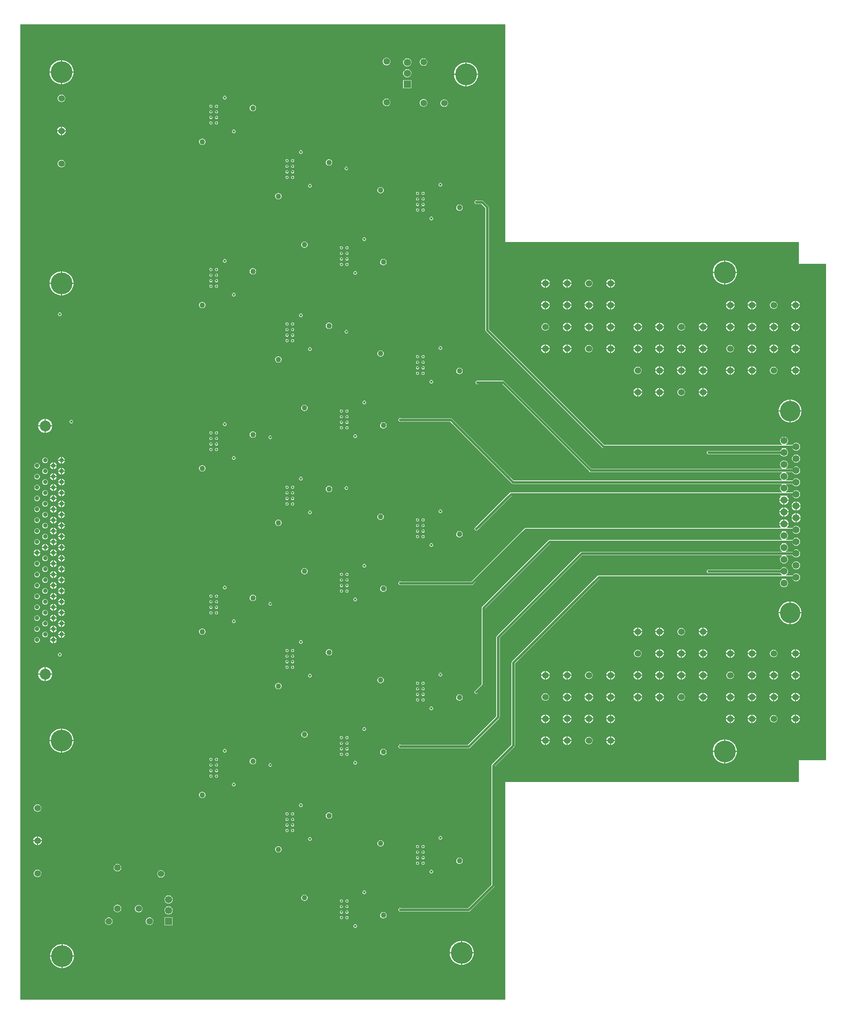
<source format=gbr>
%TF.GenerationSoftware,Altium Limited,Altium Designer,25.0.2 (28)*%
G04 Layer_Physical_Order=4*
G04 Layer_Color=16440176*
%FSLAX45Y45*%
%MOMM*%
%TF.SameCoordinates,B88DCB4E-FD68-4634-876E-9F1E0B8218E1*%
%TF.FilePolarity,Positive*%
%TF.FileFunction,Copper,L4,Inr,Signal*%
%TF.Part,Single*%
G01*
G75*
%TA.AperFunction,Conductor*%
%ADD22C,0.55880*%
%TA.AperFunction,ViaPad*%
%ADD31C,1.52400*%
%TA.AperFunction,ComponentPad*%
%ADD32C,1.55000*%
%TA.AperFunction,ViaPad*%
%ADD33C,5.08000*%
%TA.AperFunction,ComponentPad*%
%ADD34C,1.70000*%
%ADD35R,1.70000X1.70000*%
%ADD36C,1.06680*%
%ADD37C,2.54000*%
%ADD38C,1.52400*%
%ADD39C,1.65000*%
%ADD40C,4.80000*%
%TA.AperFunction,ViaPad*%
%ADD41C,0.60960*%
%ADD42C,0.55880*%
%ADD43C,1.27000*%
%ADD44C,0.50000*%
G36*
X13919200Y21539200D02*
X20777200D01*
Y21031200D01*
X21412199D01*
Y9448800D01*
X20777200D01*
Y8940800D01*
X13919200D01*
Y3860800D01*
X2590800D01*
Y26619199D01*
X13919200D01*
Y21539200D01*
D02*
G37*
%LPC*%
G36*
X11162141Y25837659D02*
X11139059D01*
X11116764Y25831686D01*
X11096776Y25820145D01*
X11080455Y25803824D01*
X11068914Y25783835D01*
X11062940Y25761542D01*
Y25738458D01*
X11068914Y25716165D01*
X11080455Y25696176D01*
X11096776Y25679855D01*
X11116764Y25668314D01*
X11139059Y25662341D01*
X11162141D01*
X11184436Y25668314D01*
X11204424Y25679855D01*
X11220745Y25696176D01*
X11232286Y25716165D01*
X11238260Y25738458D01*
Y25761542D01*
X11232286Y25783835D01*
X11220745Y25803824D01*
X11204424Y25820145D01*
X11184436Y25831686D01*
X11162141Y25837659D01*
D02*
G37*
G36*
X12025741Y25824960D02*
X12002659D01*
X11980364Y25818985D01*
X11960376Y25807446D01*
X11944055Y25791125D01*
X11932514Y25771136D01*
X11926540Y25748840D01*
Y25725760D01*
X11932514Y25703464D01*
X11944055Y25683475D01*
X11960376Y25667154D01*
X11980364Y25655615D01*
X12002659Y25649640D01*
X12025741D01*
X12048036Y25655615D01*
X12068024Y25667154D01*
X12084345Y25683475D01*
X12095886Y25703464D01*
X12101860Y25725760D01*
Y25748840D01*
X12095886Y25771136D01*
X12084345Y25791125D01*
X12068024Y25807446D01*
X12048036Y25818985D01*
X12025741Y25824960D01*
D02*
G37*
G36*
X11645728Y25825360D02*
X11620672D01*
X11596470Y25818875D01*
X11574770Y25806348D01*
X11557053Y25788629D01*
X11544525Y25766931D01*
X11538040Y25742728D01*
Y25717673D01*
X11544525Y25693469D01*
X11557053Y25671771D01*
X11574770Y25654053D01*
X11596470Y25641525D01*
X11620672Y25635040D01*
X11645728D01*
X11669930Y25641525D01*
X11691630Y25654053D01*
X11709347Y25671771D01*
X11721875Y25693469D01*
X11728360Y25717673D01*
Y25742728D01*
X11721875Y25766931D01*
X11709347Y25788629D01*
X11691630Y25806348D01*
X11669930Y25818875D01*
X11645728Y25825360D01*
D02*
G37*
G36*
X3577989Y25781000D02*
X3568700D01*
Y25514301D01*
X3835400D01*
Y25523589D01*
X3828520Y25567026D01*
X3814930Y25608853D01*
X3794964Y25648038D01*
X3769114Y25683618D01*
X3738017Y25714713D01*
X3702437Y25740564D01*
X3663252Y25760529D01*
X3621426Y25774121D01*
X3577989Y25781000D01*
D02*
G37*
G36*
X3543300D02*
X3534011D01*
X3490574Y25774121D01*
X3448748Y25760529D01*
X3409563Y25740564D01*
X3373983Y25714713D01*
X3342886Y25683618D01*
X3317036Y25648038D01*
X3297070Y25608853D01*
X3283480Y25567026D01*
X3276600Y25523589D01*
Y25514301D01*
X3543300D01*
Y25781000D01*
D02*
G37*
G36*
X13026788Y25730200D02*
X13017500D01*
Y25463499D01*
X13284200D01*
Y25472789D01*
X13277319Y25516226D01*
X13263730Y25558052D01*
X13243764Y25597237D01*
X13217914Y25632816D01*
X13186816Y25663913D01*
X13151237Y25689764D01*
X13112051Y25709729D01*
X13070226Y25723318D01*
X13026788Y25730200D01*
D02*
G37*
G36*
X12992101D02*
X12982811D01*
X12939374Y25723318D01*
X12897548Y25709729D01*
X12858363Y25689764D01*
X12822783Y25663913D01*
X12791686Y25632816D01*
X12765836Y25597237D01*
X12745870Y25558052D01*
X12732280Y25516226D01*
X12725400Y25472789D01*
Y25463499D01*
X12992101D01*
Y25730200D01*
D02*
G37*
G36*
X11645728Y25571359D02*
X11620672D01*
X11596470Y25564874D01*
X11574770Y25552347D01*
X11557053Y25534630D01*
X11544525Y25512930D01*
X11538040Y25488728D01*
Y25463672D01*
X11544525Y25439470D01*
X11557053Y25417770D01*
X11574770Y25400053D01*
X11596470Y25387524D01*
X11620672Y25381039D01*
X11645728D01*
X11669930Y25387524D01*
X11691630Y25400053D01*
X11709347Y25417770D01*
X11721875Y25439470D01*
X11728360Y25463672D01*
Y25488728D01*
X11721875Y25512930D01*
X11709347Y25534630D01*
X11691630Y25552347D01*
X11669930Y25564874D01*
X11645728Y25571359D01*
D02*
G37*
G36*
X3835400Y25488901D02*
X3568700D01*
Y25222200D01*
X3577989D01*
X3621426Y25229080D01*
X3663252Y25242670D01*
X3702437Y25262636D01*
X3738017Y25288486D01*
X3769114Y25319583D01*
X3794964Y25355164D01*
X3814930Y25394348D01*
X3828520Y25436174D01*
X3835400Y25479611D01*
Y25488901D01*
D02*
G37*
G36*
X3543300D02*
X3276600D01*
Y25479611D01*
X3283480Y25436174D01*
X3297070Y25394348D01*
X3317036Y25355164D01*
X3342886Y25319583D01*
X3373983Y25288486D01*
X3409563Y25262636D01*
X3448748Y25242670D01*
X3490574Y25229080D01*
X3534011Y25222200D01*
X3543300D01*
Y25488901D01*
D02*
G37*
G36*
X13284200Y25438100D02*
X13017500D01*
Y25171400D01*
X13026788D01*
X13070226Y25178281D01*
X13112051Y25191870D01*
X13151237Y25211836D01*
X13186816Y25237686D01*
X13217914Y25268784D01*
X13243764Y25304362D01*
X13263730Y25343549D01*
X13277319Y25385374D01*
X13284200Y25428812D01*
Y25438100D01*
D02*
G37*
G36*
X12992101D02*
X12725400D01*
Y25428812D01*
X12732280Y25385374D01*
X12745870Y25343549D01*
X12765836Y25304362D01*
X12791686Y25268784D01*
X12822783Y25237686D01*
X12858363Y25211836D01*
X12897548Y25191870D01*
X12939374Y25178281D01*
X12982811Y25171400D01*
X12992101D01*
Y25438100D01*
D02*
G37*
G36*
X11728360Y25317360D02*
X11538040D01*
Y25127040D01*
X11728360D01*
Y25317360D01*
D02*
G37*
G36*
X7377684Y24945340D02*
X7361516D01*
X7346579Y24939153D01*
X7335147Y24927721D01*
X7328960Y24912784D01*
Y24896616D01*
X7335147Y24881679D01*
X7346579Y24870247D01*
X7361516Y24864059D01*
X7377684D01*
X7392621Y24870247D01*
X7404053Y24881679D01*
X7410240Y24896616D01*
Y24912784D01*
X7404053Y24927721D01*
X7392621Y24939153D01*
X7377684Y24945340D01*
D02*
G37*
G36*
X3567370Y24978360D02*
X3544630D01*
X3522666Y24972475D01*
X3502974Y24961105D01*
X3486895Y24945026D01*
X3475525Y24925334D01*
X3469640Y24903371D01*
Y24880630D01*
X3475525Y24858665D01*
X3486895Y24838974D01*
X3502974Y24822894D01*
X3522666Y24811525D01*
X3544630Y24805640D01*
X3567370D01*
X3589334Y24811525D01*
X3609026Y24822894D01*
X3625105Y24838974D01*
X3636475Y24858665D01*
X3642360Y24880630D01*
Y24903371D01*
X3636475Y24925334D01*
X3625105Y24945026D01*
X3609026Y24961105D01*
X3589334Y24972475D01*
X3567370Y24978360D01*
D02*
G37*
G36*
X11162141Y24883659D02*
X11139059D01*
X11116764Y24877686D01*
X11096776Y24866145D01*
X11080455Y24849825D01*
X11068914Y24829836D01*
X11062940Y24807541D01*
Y24784459D01*
X11068914Y24762164D01*
X11080455Y24742175D01*
X11096776Y24725854D01*
X11116764Y24714314D01*
X11139059Y24708340D01*
X11162141D01*
X11184436Y24714314D01*
X11204424Y24725854D01*
X11220745Y24742175D01*
X11232286Y24762164D01*
X11238260Y24784459D01*
Y24807541D01*
X11232286Y24829836D01*
X11220745Y24849825D01*
X11204424Y24866145D01*
X11184436Y24877686D01*
X11162141Y24883659D01*
D02*
G37*
G36*
X12025741Y24870959D02*
X12002659D01*
X11980364Y24864986D01*
X11960376Y24853445D01*
X11944055Y24837125D01*
X11932514Y24817136D01*
X11926540Y24794841D01*
Y24771759D01*
X11932514Y24749464D01*
X11944055Y24729475D01*
X11960376Y24713155D01*
X11980364Y24701614D01*
X12002659Y24695641D01*
X12025741D01*
X12048036Y24701614D01*
X12068024Y24713155D01*
X12084345Y24729475D01*
X12095886Y24749464D01*
X12101860Y24771759D01*
Y24794841D01*
X12095886Y24817136D01*
X12084345Y24837125D01*
X12068024Y24853445D01*
X12048036Y24864986D01*
X12025741Y24870959D01*
D02*
G37*
G36*
X12508170Y24864059D02*
X12485430D01*
X12463466Y24858176D01*
X12443774Y24846805D01*
X12427695Y24830727D01*
X12416325Y24811034D01*
X12410440Y24789070D01*
Y24766330D01*
X12416325Y24744366D01*
X12427695Y24724673D01*
X12443774Y24708595D01*
X12463466Y24697224D01*
X12485430Y24691341D01*
X12508170D01*
X12530134Y24697224D01*
X12549826Y24708595D01*
X12565905Y24724673D01*
X12577275Y24744366D01*
X12583160Y24766330D01*
Y24789070D01*
X12577275Y24811034D01*
X12565905Y24830727D01*
X12549826Y24846805D01*
X12530134Y24858176D01*
X12508170Y24864059D01*
D02*
G37*
G36*
X7183994Y24741161D02*
X7170006D01*
X7157083Y24735806D01*
X7147193Y24725917D01*
X7141840Y24712994D01*
Y24699007D01*
X7147193Y24686082D01*
X7157083Y24676193D01*
X7170006Y24670840D01*
X7183994D01*
X7196917Y24676193D01*
X7206807Y24686082D01*
X7212160Y24699007D01*
Y24712994D01*
X7206807Y24725917D01*
X7196917Y24735806D01*
X7183994Y24741161D01*
D02*
G37*
G36*
X7053994D02*
X7040006D01*
X7027083Y24735806D01*
X7017193Y24725917D01*
X7011840Y24712994D01*
Y24699007D01*
X7017193Y24686082D01*
X7027083Y24676193D01*
X7040006Y24670840D01*
X7053994D01*
X7066917Y24676193D01*
X7076807Y24686082D01*
X7082160Y24699007D01*
Y24712994D01*
X7076807Y24725917D01*
X7066917Y24735806D01*
X7053994Y24741161D01*
D02*
G37*
G36*
X8036097Y24737061D02*
X8016703D01*
X7997968Y24732040D01*
X7981172Y24722342D01*
X7967458Y24708627D01*
X7957760Y24691832D01*
X7952740Y24673097D01*
Y24653703D01*
X7957760Y24634969D01*
X7967458Y24618172D01*
X7981172Y24604459D01*
X7997968Y24594760D01*
X8016703Y24589740D01*
X8036097D01*
X8054832Y24594760D01*
X8071628Y24604459D01*
X8085342Y24618172D01*
X8095040Y24634969D01*
X8100060Y24653703D01*
Y24673097D01*
X8095040Y24691832D01*
X8085342Y24708627D01*
X8071628Y24722342D01*
X8054832Y24732040D01*
X8036097Y24737061D01*
D02*
G37*
G36*
X7183994Y24611160D02*
X7170006D01*
X7157083Y24605807D01*
X7147193Y24595917D01*
X7141840Y24582994D01*
Y24569006D01*
X7147193Y24556084D01*
X7157083Y24546193D01*
X7170006Y24540840D01*
X7183994D01*
X7196917Y24546193D01*
X7206807Y24556084D01*
X7212160Y24569006D01*
Y24582994D01*
X7206807Y24595917D01*
X7196917Y24605807D01*
X7183994Y24611160D01*
D02*
G37*
G36*
X7053994D02*
X7040006D01*
X7027083Y24605807D01*
X7017193Y24595917D01*
X7011840Y24582994D01*
Y24569006D01*
X7017193Y24556084D01*
X7027083Y24546193D01*
X7040006Y24540840D01*
X7053994D01*
X7066917Y24546193D01*
X7076807Y24556084D01*
X7082160Y24569006D01*
Y24582994D01*
X7076807Y24595917D01*
X7066917Y24605807D01*
X7053994Y24611160D01*
D02*
G37*
G36*
X7183994Y24481160D02*
X7170006D01*
X7157083Y24475807D01*
X7147193Y24465916D01*
X7141840Y24452994D01*
Y24439006D01*
X7147193Y24426083D01*
X7157083Y24416193D01*
X7170006Y24410840D01*
X7183994D01*
X7196917Y24416193D01*
X7206807Y24426083D01*
X7212160Y24439006D01*
Y24452994D01*
X7206807Y24465916D01*
X7196917Y24475807D01*
X7183994Y24481160D01*
D02*
G37*
G36*
X7053994D02*
X7040006D01*
X7027083Y24475807D01*
X7017193Y24465916D01*
X7011840Y24452994D01*
Y24439006D01*
X7017193Y24426083D01*
X7027083Y24416193D01*
X7040006Y24410840D01*
X7053994D01*
X7066917Y24416193D01*
X7076807Y24426083D01*
X7082160Y24439006D01*
Y24452994D01*
X7076807Y24465916D01*
X7066917Y24475807D01*
X7053994Y24481160D01*
D02*
G37*
G36*
X7183994Y24351160D02*
X7170006D01*
X7157083Y24345807D01*
X7147193Y24335918D01*
X7141840Y24322993D01*
Y24309006D01*
X7147193Y24296083D01*
X7157083Y24286192D01*
X7170006Y24280840D01*
X7183994D01*
X7196917Y24286192D01*
X7206807Y24296083D01*
X7212160Y24309006D01*
Y24322993D01*
X7206807Y24335918D01*
X7196917Y24345807D01*
X7183994Y24351160D01*
D02*
G37*
G36*
X7053994D02*
X7040006D01*
X7027083Y24345807D01*
X7017193Y24335918D01*
X7011840Y24322993D01*
Y24309006D01*
X7017193Y24296083D01*
X7027083Y24286192D01*
X7040006Y24280840D01*
X7053994D01*
X7066917Y24286192D01*
X7076807Y24296083D01*
X7082160Y24309006D01*
Y24322993D01*
X7076807Y24335918D01*
X7066917Y24345807D01*
X7053994Y24351160D01*
D02*
G37*
G36*
X3569376Y24231599D02*
X3568700D01*
Y24142700D01*
X3657600D01*
Y24143376D01*
X3650676Y24169215D01*
X3637300Y24192384D01*
X3618384Y24211301D01*
X3595216Y24224677D01*
X3569376Y24231599D01*
D02*
G37*
G36*
X3543300D02*
X3542624D01*
X3516784Y24224677D01*
X3493616Y24211301D01*
X3474700Y24192384D01*
X3461324Y24169215D01*
X3454400Y24143376D01*
Y24142700D01*
X3543300D01*
Y24231599D01*
D02*
G37*
G36*
X7587874Y24158450D02*
X7571706D01*
X7556769Y24152263D01*
X7545337Y24140831D01*
X7539150Y24125894D01*
Y24109726D01*
X7545337Y24094789D01*
X7556769Y24083357D01*
X7571706Y24077170D01*
X7587874D01*
X7602811Y24083357D01*
X7614243Y24094789D01*
X7620430Y24109726D01*
Y24125894D01*
X7614243Y24140831D01*
X7602811Y24152263D01*
X7587874Y24158450D01*
D02*
G37*
G36*
X3657600Y24117300D02*
X3568700D01*
Y24028400D01*
X3569376D01*
X3595216Y24035324D01*
X3618384Y24048700D01*
X3637300Y24067616D01*
X3650676Y24090784D01*
X3657600Y24116624D01*
Y24117300D01*
D02*
G37*
G36*
X3543300D02*
X3454400D01*
Y24116624D01*
X3461324Y24090784D01*
X3474700Y24067616D01*
X3493616Y24048700D01*
X3516784Y24035324D01*
X3542624Y24028400D01*
X3543300D01*
Y24117300D01*
D02*
G37*
G36*
X6854997Y23949660D02*
X6835603D01*
X6816868Y23944640D01*
X6800072Y23934943D01*
X6786358Y23921228D01*
X6776660Y23904433D01*
X6771640Y23885696D01*
Y23866302D01*
X6776660Y23847568D01*
X6786358Y23830772D01*
X6800072Y23817058D01*
X6816868Y23807359D01*
X6835603Y23802341D01*
X6854997D01*
X6873732Y23807359D01*
X6890528Y23817058D01*
X6904242Y23830772D01*
X6913940Y23847568D01*
X6918960Y23866302D01*
Y23885696D01*
X6913940Y23904433D01*
X6904242Y23921228D01*
X6890528Y23934943D01*
X6873732Y23944640D01*
X6854997Y23949660D01*
D02*
G37*
G36*
X9155684Y23675340D02*
X9139516D01*
X9124579Y23669153D01*
X9113147Y23657721D01*
X9106960Y23642784D01*
Y23626616D01*
X9113147Y23611679D01*
X9124579Y23600247D01*
X9139516Y23594060D01*
X9155684D01*
X9170621Y23600247D01*
X9182053Y23611679D01*
X9188240Y23626616D01*
Y23642784D01*
X9182053Y23657721D01*
X9170621Y23669153D01*
X9155684Y23675340D01*
D02*
G37*
G36*
X8961994Y23471159D02*
X8948006D01*
X8935083Y23465807D01*
X8925193Y23455917D01*
X8919840Y23442995D01*
Y23429005D01*
X8925193Y23416083D01*
X8935083Y23406194D01*
X8948006Y23400841D01*
X8961994D01*
X8974917Y23406194D01*
X8984807Y23416083D01*
X8990160Y23429005D01*
Y23442995D01*
X8984807Y23455917D01*
X8974917Y23465807D01*
X8961994Y23471159D01*
D02*
G37*
G36*
X8831994D02*
X8818006D01*
X8805083Y23465807D01*
X8795193Y23455917D01*
X8789840Y23442995D01*
Y23429005D01*
X8795193Y23416083D01*
X8805083Y23406194D01*
X8818006Y23400841D01*
X8831994D01*
X8844917Y23406194D01*
X8854807Y23416083D01*
X8860160Y23429005D01*
Y23442995D01*
X8854807Y23455917D01*
X8844917Y23465807D01*
X8831994Y23471159D01*
D02*
G37*
G36*
X9814097Y23467059D02*
X9794703D01*
X9775968Y23462041D01*
X9759172Y23452342D01*
X9745458Y23438628D01*
X9735760Y23421832D01*
X9730740Y23403098D01*
Y23383704D01*
X9735760Y23364967D01*
X9745458Y23348172D01*
X9759172Y23334457D01*
X9775968Y23324760D01*
X9794703Y23319740D01*
X9814097D01*
X9832832Y23324760D01*
X9849628Y23334457D01*
X9863342Y23348172D01*
X9873040Y23364967D01*
X9878060Y23383704D01*
Y23403098D01*
X9873040Y23421832D01*
X9863342Y23438628D01*
X9849628Y23452342D01*
X9832832Y23462041D01*
X9814097Y23467059D01*
D02*
G37*
G36*
X3567370Y23454359D02*
X3544630D01*
X3522666Y23448476D01*
X3502974Y23437105D01*
X3486895Y23421027D01*
X3475525Y23401334D01*
X3469640Y23379370D01*
Y23356630D01*
X3475525Y23334666D01*
X3486895Y23314973D01*
X3502974Y23298895D01*
X3522666Y23287524D01*
X3544630Y23281641D01*
X3567370D01*
X3589334Y23287524D01*
X3609026Y23298895D01*
X3625105Y23314973D01*
X3636475Y23334666D01*
X3642360Y23356630D01*
Y23379370D01*
X3636475Y23401334D01*
X3625105Y23421027D01*
X3609026Y23437105D01*
X3589334Y23448476D01*
X3567370Y23454359D01*
D02*
G37*
G36*
X8961994Y23341161D02*
X8948006D01*
X8935083Y23335806D01*
X8925193Y23325917D01*
X8919840Y23312994D01*
Y23299007D01*
X8925193Y23286082D01*
X8935083Y23276193D01*
X8948006Y23270840D01*
X8961994D01*
X8974917Y23276193D01*
X8984807Y23286082D01*
X8990160Y23299007D01*
Y23312994D01*
X8984807Y23325917D01*
X8974917Y23335806D01*
X8961994Y23341161D01*
D02*
G37*
G36*
X8831994D02*
X8818006D01*
X8805083Y23335806D01*
X8795193Y23325917D01*
X8789840Y23312994D01*
Y23299007D01*
X8795193Y23286082D01*
X8805083Y23276193D01*
X8818006Y23270840D01*
X8831994D01*
X8844917Y23276193D01*
X8854807Y23286082D01*
X8860160Y23299007D01*
Y23312994D01*
X8854807Y23325917D01*
X8844917Y23335806D01*
X8831994Y23341161D01*
D02*
G37*
G36*
X10218884Y23294341D02*
X10202716D01*
X10187779Y23288153D01*
X10176347Y23276721D01*
X10170160Y23261784D01*
Y23245616D01*
X10176347Y23230679D01*
X10187779Y23219247D01*
X10202716Y23213060D01*
X10218884D01*
X10233821Y23219247D01*
X10245253Y23230679D01*
X10251440Y23245616D01*
Y23261784D01*
X10245253Y23276721D01*
X10233821Y23288153D01*
X10218884Y23294341D01*
D02*
G37*
G36*
X8961994Y23211160D02*
X8948006D01*
X8935083Y23205807D01*
X8925193Y23195917D01*
X8919840Y23182994D01*
Y23169006D01*
X8925193Y23156084D01*
X8935083Y23146193D01*
X8948006Y23140840D01*
X8961994D01*
X8974917Y23146193D01*
X8984807Y23156084D01*
X8990160Y23169006D01*
Y23182994D01*
X8984807Y23195917D01*
X8974917Y23205807D01*
X8961994Y23211160D01*
D02*
G37*
G36*
X8831994D02*
X8818006D01*
X8805083Y23205807D01*
X8795193Y23195917D01*
X8789840Y23182994D01*
Y23169006D01*
X8795193Y23156084D01*
X8805083Y23146193D01*
X8818006Y23140840D01*
X8831994D01*
X8844917Y23146193D01*
X8854807Y23156084D01*
X8860160Y23169006D01*
Y23182994D01*
X8854807Y23195917D01*
X8844917Y23205807D01*
X8831994Y23211160D01*
D02*
G37*
G36*
X8961994Y23081160D02*
X8948006D01*
X8935083Y23075807D01*
X8925193Y23065916D01*
X8919840Y23052994D01*
Y23039006D01*
X8925193Y23026083D01*
X8935083Y23016193D01*
X8948006Y23010840D01*
X8961994D01*
X8974917Y23016193D01*
X8984807Y23026083D01*
X8990160Y23039006D01*
Y23052994D01*
X8984807Y23065916D01*
X8974917Y23075807D01*
X8961994Y23081160D01*
D02*
G37*
G36*
X8831994D02*
X8818006D01*
X8805083Y23075807D01*
X8795193Y23065916D01*
X8789840Y23052994D01*
Y23039006D01*
X8795193Y23026083D01*
X8805083Y23016193D01*
X8818006Y23010840D01*
X8831994D01*
X8844917Y23016193D01*
X8854807Y23026083D01*
X8860160Y23039006D01*
Y23052994D01*
X8854807Y23065916D01*
X8844917Y23075807D01*
X8831994Y23081160D01*
D02*
G37*
G36*
X12414384Y22913341D02*
X12398216D01*
X12383279Y22907153D01*
X12371847Y22895721D01*
X12365660Y22880785D01*
Y22864616D01*
X12371847Y22849680D01*
X12383279Y22838248D01*
X12398216Y22832060D01*
X12414384D01*
X12429321Y22838248D01*
X12440753Y22849680D01*
X12446940Y22864616D01*
Y22880785D01*
X12440753Y22895721D01*
X12429321Y22907153D01*
X12414384Y22913341D01*
D02*
G37*
G36*
X9365874Y22888451D02*
X9349706D01*
X9334769Y22882263D01*
X9323337Y22870831D01*
X9317150Y22855894D01*
Y22839726D01*
X9323337Y22824789D01*
X9334769Y22813358D01*
X9349706Y22807170D01*
X9365874D01*
X9380811Y22813358D01*
X9392243Y22824789D01*
X9398430Y22839726D01*
Y22855894D01*
X9392243Y22870831D01*
X9380811Y22882263D01*
X9365874Y22888451D01*
D02*
G37*
G36*
X11020597Y22819360D02*
X11001203D01*
X10982468Y22814340D01*
X10965672Y22804642D01*
X10951958Y22790929D01*
X10942260Y22774132D01*
X10937240Y22755397D01*
Y22736003D01*
X10942260Y22717268D01*
X10951958Y22700471D01*
X10965672Y22686758D01*
X10982468Y22677060D01*
X11001203Y22672040D01*
X11020597D01*
X11039332Y22677060D01*
X11056128Y22686758D01*
X11069842Y22700471D01*
X11079540Y22717268D01*
X11084560Y22736003D01*
Y22755397D01*
X11079540Y22774132D01*
X11069842Y22790929D01*
X11056128Y22804642D01*
X11039332Y22814340D01*
X11020597Y22819360D01*
D02*
G37*
G36*
X12009994Y22709160D02*
X11996006D01*
X11983083Y22703807D01*
X11973193Y22693916D01*
X11967840Y22680994D01*
Y22667006D01*
X11973193Y22654083D01*
X11983083Y22644193D01*
X11996006Y22638840D01*
X12009994D01*
X12022917Y22644193D01*
X12032807Y22654083D01*
X12038160Y22667006D01*
Y22680994D01*
X12032807Y22693916D01*
X12022917Y22703807D01*
X12009994Y22709160D01*
D02*
G37*
G36*
X11879994D02*
X11866006D01*
X11853083Y22703807D01*
X11843193Y22693916D01*
X11837840Y22680994D01*
Y22667006D01*
X11843193Y22654083D01*
X11853083Y22644193D01*
X11866006Y22638840D01*
X11879994D01*
X11892917Y22644193D01*
X11902807Y22654083D01*
X11908160Y22667006D01*
Y22680994D01*
X11902807Y22693916D01*
X11892917Y22703807D01*
X11879994Y22709160D01*
D02*
G37*
G36*
X8632997Y22679660D02*
X8613603D01*
X8594868Y22674640D01*
X8578072Y22664941D01*
X8564358Y22651228D01*
X8554660Y22634431D01*
X8549640Y22615697D01*
Y22596303D01*
X8554660Y22577568D01*
X8564358Y22560773D01*
X8578072Y22547058D01*
X8594868Y22537360D01*
X8613603Y22532339D01*
X8632997D01*
X8651732Y22537360D01*
X8668528Y22547058D01*
X8682242Y22560773D01*
X8691940Y22577568D01*
X8696960Y22596303D01*
Y22615697D01*
X8691940Y22634431D01*
X8682242Y22651228D01*
X8668528Y22664941D01*
X8651732Y22674640D01*
X8632997Y22679660D01*
D02*
G37*
G36*
X12009994Y22579160D02*
X11996006D01*
X11983083Y22573807D01*
X11973193Y22563918D01*
X11967840Y22550993D01*
Y22537006D01*
X11973193Y22524083D01*
X11983083Y22514194D01*
X11996006Y22508839D01*
X12009994D01*
X12022917Y22514194D01*
X12032807Y22524083D01*
X12038160Y22537006D01*
Y22550993D01*
X12032807Y22563918D01*
X12022917Y22573807D01*
X12009994Y22579160D01*
D02*
G37*
G36*
X11879994D02*
X11866006D01*
X11853083Y22573807D01*
X11843193Y22563918D01*
X11837840Y22550993D01*
Y22537006D01*
X11843193Y22524083D01*
X11853083Y22514194D01*
X11866006Y22508839D01*
X11879994D01*
X11892917Y22514194D01*
X11902807Y22524083D01*
X11908160Y22537006D01*
Y22550993D01*
X11902807Y22563918D01*
X11892917Y22573807D01*
X11879994Y22579160D01*
D02*
G37*
G36*
X12009994Y22449159D02*
X11996006D01*
X11983083Y22443806D01*
X11973193Y22433917D01*
X11967840Y22420995D01*
Y22407005D01*
X11973193Y22394083D01*
X11983083Y22384193D01*
X11996006Y22378841D01*
X12009994D01*
X12022917Y22384193D01*
X12032807Y22394083D01*
X12038160Y22407005D01*
Y22420995D01*
X12032807Y22433917D01*
X12022917Y22443806D01*
X12009994Y22449159D01*
D02*
G37*
G36*
X11879994D02*
X11866006D01*
X11853083Y22443806D01*
X11843193Y22433917D01*
X11837840Y22420995D01*
Y22407005D01*
X11843193Y22394083D01*
X11853083Y22384193D01*
X11866006Y22378841D01*
X11879994D01*
X11892917Y22384193D01*
X11902807Y22394083D01*
X11908160Y22407005D01*
Y22420995D01*
X11902807Y22433917D01*
X11892917Y22443806D01*
X11879994Y22449159D01*
D02*
G37*
G36*
X12862097Y22412959D02*
X12842703D01*
X12823969Y22407941D01*
X12807172Y22398242D01*
X12793458Y22384528D01*
X12783760Y22367732D01*
X12778740Y22348997D01*
Y22329604D01*
X12783760Y22310867D01*
X12793458Y22294072D01*
X12807172Y22280357D01*
X12823969Y22270660D01*
X12842703Y22265640D01*
X12862097D01*
X12880832Y22270660D01*
X12897627Y22280357D01*
X12911342Y22294072D01*
X12921040Y22310867D01*
X12926060Y22329604D01*
Y22348997D01*
X12921040Y22367732D01*
X12911342Y22384528D01*
X12897627Y22398242D01*
X12880832Y22407941D01*
X12862097Y22412959D01*
D02*
G37*
G36*
X12009994Y22319160D02*
X11996006D01*
X11983083Y22313808D01*
X11973193Y22303917D01*
X11967840Y22290994D01*
Y22277007D01*
X11973193Y22264082D01*
X11983083Y22254193D01*
X11996006Y22248840D01*
X12009994D01*
X12022917Y22254193D01*
X12032807Y22264082D01*
X12038160Y22277007D01*
Y22290994D01*
X12032807Y22303917D01*
X12022917Y22313808D01*
X12009994Y22319160D01*
D02*
G37*
G36*
X11879994D02*
X11866006D01*
X11853083Y22313808D01*
X11843193Y22303917D01*
X11837840Y22290994D01*
Y22277007D01*
X11843193Y22264082D01*
X11853083Y22254193D01*
X11866006Y22248840D01*
X11879994D01*
X11892917Y22254193D01*
X11902807Y22264082D01*
X11908160Y22277007D01*
Y22290994D01*
X11902807Y22303917D01*
X11892917Y22313808D01*
X11879994Y22319160D01*
D02*
G37*
G36*
X12203684Y22125940D02*
X12187516D01*
X12172579Y22119753D01*
X12161147Y22108321D01*
X12154960Y22093384D01*
Y22077216D01*
X12161147Y22062279D01*
X12172579Y22050847D01*
X12187516Y22044659D01*
X12203684D01*
X12218621Y22050847D01*
X12230053Y22062279D01*
X12236240Y22077216D01*
Y22093384D01*
X12230053Y22108321D01*
X12218621Y22119753D01*
X12203684Y22125940D01*
D02*
G37*
G36*
X10636384Y21643340D02*
X10620216D01*
X10605279Y21637154D01*
X10593847Y21625722D01*
X10587660Y21610783D01*
Y21594617D01*
X10593847Y21579678D01*
X10605279Y21568246D01*
X10620216Y21562061D01*
X10636384D01*
X10651321Y21568246D01*
X10662753Y21579678D01*
X10668940Y21594617D01*
Y21610783D01*
X10662753Y21625722D01*
X10651321Y21637154D01*
X10636384Y21643340D01*
D02*
G37*
G36*
X9242597Y21549361D02*
X9223203D01*
X9204468Y21544341D01*
X9187672Y21534642D01*
X9173958Y21520927D01*
X9164260Y21504132D01*
X9159240Y21485397D01*
Y21466003D01*
X9164260Y21447269D01*
X9173958Y21430472D01*
X9187672Y21416759D01*
X9204468Y21407060D01*
X9223203Y21402040D01*
X9242597D01*
X9261332Y21407060D01*
X9278128Y21416759D01*
X9291842Y21430472D01*
X9301540Y21447269D01*
X9306560Y21466003D01*
Y21485397D01*
X9301540Y21504132D01*
X9291842Y21520927D01*
X9278128Y21534642D01*
X9261332Y21544341D01*
X9242597Y21549361D01*
D02*
G37*
G36*
X10231994Y21439160D02*
X10218006D01*
X10205083Y21433807D01*
X10195193Y21423917D01*
X10189840Y21410994D01*
Y21397006D01*
X10195193Y21384084D01*
X10205083Y21374193D01*
X10218006Y21368840D01*
X10231994D01*
X10244917Y21374193D01*
X10254807Y21384084D01*
X10260160Y21397006D01*
Y21410994D01*
X10254807Y21423917D01*
X10244917Y21433807D01*
X10231994Y21439160D01*
D02*
G37*
G36*
X10101994D02*
X10088006D01*
X10075083Y21433807D01*
X10065193Y21423917D01*
X10059840Y21410994D01*
Y21397006D01*
X10065193Y21384084D01*
X10075083Y21374193D01*
X10088006Y21368840D01*
X10101994D01*
X10114917Y21374193D01*
X10124807Y21384084D01*
X10130160Y21397006D01*
Y21410994D01*
X10124807Y21423917D01*
X10114917Y21433807D01*
X10101994Y21439160D01*
D02*
G37*
G36*
X10231994Y21309160D02*
X10218006D01*
X10205083Y21303807D01*
X10195193Y21293916D01*
X10189840Y21280994D01*
Y21267006D01*
X10195193Y21254083D01*
X10205083Y21244193D01*
X10218006Y21238840D01*
X10231994D01*
X10244917Y21244193D01*
X10254807Y21254083D01*
X10260160Y21267006D01*
Y21280994D01*
X10254807Y21293916D01*
X10244917Y21303807D01*
X10231994Y21309160D01*
D02*
G37*
G36*
X10101994D02*
X10088006D01*
X10075083Y21303807D01*
X10065193Y21293916D01*
X10059840Y21280994D01*
Y21267006D01*
X10065193Y21254083D01*
X10075083Y21244193D01*
X10088006Y21238840D01*
X10101994D01*
X10114917Y21244193D01*
X10124807Y21254083D01*
X10130160Y21267006D01*
Y21280994D01*
X10124807Y21293916D01*
X10114917Y21303807D01*
X10101994Y21309160D01*
D02*
G37*
G36*
X10231994Y21179160D02*
X10218006D01*
X10205083Y21173807D01*
X10195193Y21163918D01*
X10189840Y21150993D01*
Y21137006D01*
X10195193Y21124083D01*
X10205083Y21114194D01*
X10218006Y21108839D01*
X10231994D01*
X10244917Y21114194D01*
X10254807Y21124083D01*
X10260160Y21137006D01*
Y21150993D01*
X10254807Y21163918D01*
X10244917Y21173807D01*
X10231994Y21179160D01*
D02*
G37*
G36*
X10101994D02*
X10088006D01*
X10075083Y21173807D01*
X10065193Y21163918D01*
X10059840Y21150993D01*
Y21137006D01*
X10065193Y21124083D01*
X10075083Y21114194D01*
X10088006Y21108839D01*
X10101994D01*
X10114917Y21114194D01*
X10124807Y21124083D01*
X10130160Y21137006D01*
Y21150993D01*
X10124807Y21163918D01*
X10114917Y21173807D01*
X10101994Y21179160D01*
D02*
G37*
G36*
X7377174Y21135851D02*
X7361006D01*
X7346069Y21129663D01*
X7334637Y21118231D01*
X7328450Y21103294D01*
Y21087126D01*
X7334637Y21072189D01*
X7346069Y21060757D01*
X7361006Y21054570D01*
X7377174D01*
X7392111Y21060757D01*
X7403543Y21072189D01*
X7409730Y21087126D01*
Y21103294D01*
X7403543Y21118231D01*
X7392111Y21129663D01*
X7377174Y21135851D01*
D02*
G37*
G36*
X11084097Y21142960D02*
X11064703D01*
X11045968Y21137939D01*
X11029172Y21128242D01*
X11015458Y21114528D01*
X11005760Y21097733D01*
X11000740Y21078996D01*
Y21059602D01*
X11005760Y21040868D01*
X11015458Y21024072D01*
X11029172Y21010358D01*
X11045968Y21000661D01*
X11064703Y20995641D01*
X11084097D01*
X11102832Y21000661D01*
X11119628Y21010358D01*
X11133342Y21024072D01*
X11143040Y21040868D01*
X11148060Y21059602D01*
Y21078996D01*
X11143040Y21097733D01*
X11133342Y21114528D01*
X11119628Y21128242D01*
X11102832Y21137939D01*
X11084097Y21142960D01*
D02*
G37*
G36*
X10231994Y21049159D02*
X10218006D01*
X10205083Y21043806D01*
X10195193Y21033917D01*
X10189840Y21020995D01*
Y21007005D01*
X10195193Y20994083D01*
X10205083Y20984193D01*
X10218006Y20978841D01*
X10231994D01*
X10244917Y20984193D01*
X10254807Y20994083D01*
X10260160Y21007005D01*
Y21020995D01*
X10254807Y21033917D01*
X10244917Y21043806D01*
X10231994Y21049159D01*
D02*
G37*
G36*
X10101994D02*
X10088006D01*
X10075083Y21043806D01*
X10065193Y21033917D01*
X10059840Y21020995D01*
Y21007005D01*
X10065193Y20994083D01*
X10075083Y20984193D01*
X10088006Y20978841D01*
X10101994D01*
X10114917Y20984193D01*
X10124807Y20994083D01*
X10130160Y21007005D01*
Y21020995D01*
X10124807Y21033917D01*
X10114917Y21043806D01*
X10101994Y21049159D01*
D02*
G37*
G36*
X7183994Y20931160D02*
X7170006D01*
X7157083Y20925807D01*
X7147193Y20915916D01*
X7141840Y20902994D01*
Y20889006D01*
X7147193Y20876083D01*
X7157083Y20866193D01*
X7170006Y20860840D01*
X7183994D01*
X7196917Y20866193D01*
X7206807Y20876083D01*
X7212160Y20889006D01*
Y20902994D01*
X7206807Y20915916D01*
X7196917Y20925807D01*
X7183994Y20931160D01*
D02*
G37*
G36*
X7053994D02*
X7040006D01*
X7027083Y20925807D01*
X7017193Y20915916D01*
X7011840Y20902994D01*
Y20889006D01*
X7017193Y20876083D01*
X7027083Y20866193D01*
X7040006Y20860840D01*
X7053994D01*
X7066917Y20866193D01*
X7076807Y20876083D01*
X7082160Y20889006D01*
Y20902994D01*
X7076807Y20915916D01*
X7066917Y20925807D01*
X7053994Y20931160D01*
D02*
G37*
G36*
X19071989Y21107401D02*
X19062700D01*
Y20840700D01*
X19329401D01*
Y20849989D01*
X19322520Y20893427D01*
X19308929Y20935252D01*
X19288963Y20974437D01*
X19263113Y21010017D01*
X19232018Y21041113D01*
X19196437Y21066965D01*
X19157253Y21086929D01*
X19115427Y21100520D01*
X19071989Y21107401D01*
D02*
G37*
G36*
X19037300D02*
X19028011D01*
X18984573Y21100520D01*
X18942747Y21086929D01*
X18903563Y21066965D01*
X18867982Y21041113D01*
X18836887Y21010017D01*
X18811037Y20974437D01*
X18791071Y20935252D01*
X18777480Y20893427D01*
X18770599Y20849989D01*
Y20840700D01*
X19037300D01*
Y21107401D01*
D02*
G37*
G36*
X8036097Y20927060D02*
X8016703D01*
X7997968Y20922040D01*
X7981172Y20912341D01*
X7967458Y20898628D01*
X7957760Y20881831D01*
X7952740Y20863097D01*
Y20843703D01*
X7957760Y20824968D01*
X7967458Y20808173D01*
X7981172Y20794458D01*
X7997968Y20784760D01*
X8016703Y20779739D01*
X8036097D01*
X8054832Y20784760D01*
X8071628Y20794458D01*
X8085342Y20808173D01*
X8095040Y20824968D01*
X8100060Y20843703D01*
Y20863097D01*
X8095040Y20881831D01*
X8085342Y20898628D01*
X8071628Y20912341D01*
X8054832Y20922040D01*
X8036097Y20927060D01*
D02*
G37*
G36*
X10425684Y20855940D02*
X10409516D01*
X10394579Y20849753D01*
X10383147Y20838321D01*
X10376960Y20823384D01*
Y20807216D01*
X10383147Y20792279D01*
X10394579Y20780847D01*
X10409516Y20774660D01*
X10425684D01*
X10440621Y20780847D01*
X10452053Y20792279D01*
X10458240Y20807216D01*
Y20823384D01*
X10452053Y20838321D01*
X10440621Y20849753D01*
X10425684Y20855940D01*
D02*
G37*
G36*
X7183994Y20801160D02*
X7170006D01*
X7157083Y20795807D01*
X7147193Y20785918D01*
X7141840Y20772993D01*
Y20759006D01*
X7147193Y20746083D01*
X7157083Y20736192D01*
X7170006Y20730840D01*
X7183994D01*
X7196917Y20736192D01*
X7206807Y20746083D01*
X7212160Y20759006D01*
Y20772993D01*
X7206807Y20785918D01*
X7196917Y20795807D01*
X7183994Y20801160D01*
D02*
G37*
G36*
X7053994D02*
X7040006D01*
X7027083Y20795807D01*
X7017193Y20785918D01*
X7011840Y20772993D01*
Y20759006D01*
X7017193Y20746083D01*
X7027083Y20736192D01*
X7040006Y20730840D01*
X7053994D01*
X7066917Y20736192D01*
X7076807Y20746083D01*
X7082160Y20759006D01*
Y20772993D01*
X7076807Y20785918D01*
X7066917Y20795807D01*
X7053994Y20801160D01*
D02*
G37*
G36*
X7183994Y20671159D02*
X7170006D01*
X7157083Y20665807D01*
X7147193Y20655917D01*
X7141840Y20642995D01*
Y20629005D01*
X7147193Y20616083D01*
X7157083Y20606194D01*
X7170006Y20600841D01*
X7183994D01*
X7196917Y20606194D01*
X7206807Y20616083D01*
X7212160Y20629005D01*
Y20642995D01*
X7206807Y20655917D01*
X7196917Y20665807D01*
X7183994Y20671159D01*
D02*
G37*
G36*
X7053994D02*
X7040006D01*
X7027083Y20665807D01*
X7017193Y20655917D01*
X7011840Y20642995D01*
Y20629005D01*
X7017193Y20616083D01*
X7027083Y20606194D01*
X7040006Y20600841D01*
X7053994D01*
X7066917Y20606194D01*
X7076807Y20616083D01*
X7082160Y20629005D01*
Y20642995D01*
X7076807Y20655917D01*
X7066917Y20665807D01*
X7053994Y20671159D01*
D02*
G37*
G36*
X16396376Y20675600D02*
X16395700D01*
Y20586700D01*
X16484599D01*
Y20587376D01*
X16477676Y20613216D01*
X16464301Y20636385D01*
X16445384Y20655299D01*
X16422215Y20668677D01*
X16396376Y20675600D01*
D02*
G37*
G36*
X15380376D02*
X15379700D01*
Y20586700D01*
X15468600D01*
Y20587376D01*
X15461676Y20613216D01*
X15448300Y20636385D01*
X15429384Y20655299D01*
X15406216Y20668677D01*
X15380376Y20675600D01*
D02*
G37*
G36*
X14872375D02*
X14871700D01*
Y20586700D01*
X14960600D01*
Y20587376D01*
X14953676Y20613216D01*
X14940300Y20636385D01*
X14921384Y20655299D01*
X14898216Y20668677D01*
X14872375Y20675600D01*
D02*
G37*
G36*
X3577989Y20853400D02*
X3568700D01*
Y20586700D01*
X3835400D01*
Y20595988D01*
X3828520Y20639426D01*
X3814930Y20681252D01*
X3794964Y20720438D01*
X3769114Y20756017D01*
X3738017Y20787114D01*
X3702437Y20812964D01*
X3663252Y20832930D01*
X3621426Y20846519D01*
X3577989Y20853400D01*
D02*
G37*
G36*
X3543300D02*
X3534011D01*
X3490574Y20846519D01*
X3448748Y20832930D01*
X3409563Y20812964D01*
X3373983Y20787114D01*
X3342886Y20756017D01*
X3317036Y20720438D01*
X3297070Y20681252D01*
X3283480Y20639426D01*
X3276600Y20595988D01*
Y20586700D01*
X3543300D01*
Y20853400D01*
D02*
G37*
G36*
X14846300Y20675600D02*
X14845624D01*
X14819785Y20668677D01*
X14796616Y20655299D01*
X14777699Y20636385D01*
X14764323Y20613216D01*
X14757401Y20587376D01*
Y20586700D01*
X14846300D01*
Y20675600D01*
D02*
G37*
G36*
X16370300D02*
X16369624D01*
X16343784Y20668677D01*
X16320616Y20655299D01*
X16301700Y20636385D01*
X16288324Y20613216D01*
X16281400Y20587376D01*
Y20586700D01*
X16370300D01*
Y20675600D01*
D02*
G37*
G36*
X15354300D02*
X15353624D01*
X15327785Y20668677D01*
X15304616Y20655299D01*
X15285699Y20636385D01*
X15272324Y20613216D01*
X15265401Y20587376D01*
Y20586700D01*
X15354300D01*
Y20675600D01*
D02*
G37*
G36*
X19329401Y20815300D02*
X19062700D01*
Y20548599D01*
X19071989D01*
X19115427Y20555479D01*
X19157253Y20569070D01*
X19196437Y20589037D01*
X19232018Y20614886D01*
X19263113Y20645982D01*
X19288963Y20681563D01*
X19308929Y20720747D01*
X19322520Y20762573D01*
X19329401Y20806010D01*
Y20815300D01*
D02*
G37*
G36*
X19037300D02*
X18770599D01*
Y20806010D01*
X18777480Y20762573D01*
X18791071Y20720747D01*
X18811037Y20681563D01*
X18836887Y20645982D01*
X18867982Y20614886D01*
X18903563Y20589037D01*
X18942747Y20569070D01*
X18984573Y20555479D01*
X19028011Y20548599D01*
X19037300D01*
Y20815300D01*
D02*
G37*
G36*
X15886369Y20660361D02*
X15863631D01*
X15841666Y20654475D01*
X15821974Y20643105D01*
X15805894Y20627026D01*
X15794525Y20607333D01*
X15788640Y20585370D01*
Y20562630D01*
X15794525Y20540666D01*
X15805894Y20520975D01*
X15821974Y20504895D01*
X15841666Y20493526D01*
X15863631Y20487640D01*
X15886369D01*
X15908334Y20493526D01*
X15928026Y20504895D01*
X15944106Y20520975D01*
X15955475Y20540666D01*
X15961360Y20562630D01*
Y20585370D01*
X15955475Y20607333D01*
X15944106Y20627026D01*
X15928026Y20643105D01*
X15908334Y20654475D01*
X15886369Y20660361D01*
D02*
G37*
G36*
X16484599Y20561301D02*
X16395700D01*
Y20472400D01*
X16396376D01*
X16422215Y20479324D01*
X16445384Y20492700D01*
X16464301Y20511617D01*
X16477676Y20534784D01*
X16484599Y20560625D01*
Y20561301D01*
D02*
G37*
G36*
X16370300D02*
X16281400D01*
Y20560625D01*
X16288324Y20534784D01*
X16301700Y20511617D01*
X16320616Y20492700D01*
X16343784Y20479324D01*
X16369624Y20472400D01*
X16370300D01*
Y20561301D01*
D02*
G37*
G36*
X15468600D02*
X15379700D01*
Y20472400D01*
X15380376D01*
X15406216Y20479324D01*
X15429384Y20492700D01*
X15448300Y20511617D01*
X15461676Y20534784D01*
X15468600Y20560625D01*
Y20561301D01*
D02*
G37*
G36*
X15354300D02*
X15265401D01*
Y20560625D01*
X15272324Y20534784D01*
X15285699Y20511617D01*
X15304616Y20492700D01*
X15327785Y20479324D01*
X15353624Y20472400D01*
X15354300D01*
Y20561301D01*
D02*
G37*
G36*
X14960600D02*
X14871700D01*
Y20472400D01*
X14872375D01*
X14898216Y20479324D01*
X14921384Y20492700D01*
X14940300Y20511617D01*
X14953676Y20534784D01*
X14960600Y20560625D01*
Y20561301D01*
D02*
G37*
G36*
X14846300D02*
X14757401D01*
Y20560625D01*
X14764323Y20534784D01*
X14777699Y20511617D01*
X14796616Y20492700D01*
X14819785Y20479324D01*
X14845624Y20472400D01*
X14846300D01*
Y20561301D01*
D02*
G37*
G36*
X7183994Y20541161D02*
X7170006D01*
X7157083Y20535806D01*
X7147193Y20525917D01*
X7141840Y20512994D01*
Y20499007D01*
X7147193Y20486082D01*
X7157083Y20476193D01*
X7170006Y20470840D01*
X7183994D01*
X7196917Y20476193D01*
X7206807Y20486082D01*
X7212160Y20499007D01*
Y20512994D01*
X7206807Y20525917D01*
X7196917Y20535806D01*
X7183994Y20541161D01*
D02*
G37*
G36*
X7053994D02*
X7040006D01*
X7027083Y20535806D01*
X7017193Y20525917D01*
X7011840Y20512994D01*
Y20499007D01*
X7017193Y20486082D01*
X7027083Y20476193D01*
X7040006Y20470840D01*
X7053994D01*
X7066917Y20476193D01*
X7076807Y20486082D01*
X7082160Y20499007D01*
Y20512994D01*
X7076807Y20525917D01*
X7066917Y20535806D01*
X7053994Y20541161D01*
D02*
G37*
G36*
X3835400Y20561301D02*
X3568700D01*
Y20294600D01*
X3577989D01*
X3621426Y20301480D01*
X3663252Y20315070D01*
X3702437Y20335036D01*
X3738017Y20360886D01*
X3769114Y20391983D01*
X3794964Y20427563D01*
X3814930Y20466748D01*
X3828520Y20508574D01*
X3835400Y20552011D01*
Y20561301D01*
D02*
G37*
G36*
X3543300D02*
X3276600D01*
Y20552011D01*
X3283480Y20508574D01*
X3297070Y20466748D01*
X3317036Y20427563D01*
X3342886Y20391983D01*
X3373983Y20360886D01*
X3409563Y20335036D01*
X3448748Y20315070D01*
X3490574Y20301480D01*
X3534011Y20294600D01*
X3543300D01*
Y20561301D01*
D02*
G37*
G36*
X7587874Y20348450D02*
X7571706D01*
X7556769Y20342262D01*
X7545337Y20330830D01*
X7539150Y20315894D01*
Y20299725D01*
X7545337Y20284789D01*
X7556769Y20273357D01*
X7571706Y20267171D01*
X7587874D01*
X7602811Y20273357D01*
X7614243Y20284789D01*
X7620430Y20299725D01*
Y20315894D01*
X7614243Y20330830D01*
X7602811Y20342262D01*
X7587874Y20348450D01*
D02*
G37*
G36*
X20714375Y20167599D02*
X20713699D01*
Y20078700D01*
X20802600D01*
Y20079376D01*
X20795676Y20105215D01*
X20782300Y20128384D01*
X20763383Y20147301D01*
X20740216Y20160677D01*
X20714375Y20167599D01*
D02*
G37*
G36*
X19698376D02*
X19697701D01*
Y20078700D01*
X19786600D01*
Y20079376D01*
X19779675Y20105215D01*
X19766299Y20128384D01*
X19747385Y20147301D01*
X19724216Y20160677D01*
X19698376Y20167599D01*
D02*
G37*
G36*
X19190376D02*
X19189700D01*
Y20078700D01*
X19278600D01*
Y20079376D01*
X19271677Y20105215D01*
X19258299Y20128384D01*
X19239384Y20147301D01*
X19216216Y20160677D01*
X19190376Y20167599D01*
D02*
G37*
G36*
X16396376D02*
X16395700D01*
Y20078700D01*
X16484599D01*
Y20079376D01*
X16477676Y20105215D01*
X16464301Y20128384D01*
X16445384Y20147301D01*
X16422215Y20160677D01*
X16396376Y20167599D01*
D02*
G37*
G36*
X15888376D02*
X15887700D01*
Y20078700D01*
X15976601D01*
Y20079376D01*
X15969676Y20105215D01*
X15956300Y20128384D01*
X15937384Y20147301D01*
X15914217Y20160677D01*
X15888376Y20167599D01*
D02*
G37*
G36*
X15380376D02*
X15379700D01*
Y20078700D01*
X15468600D01*
Y20079376D01*
X15461676Y20105215D01*
X15448300Y20128384D01*
X15429384Y20147301D01*
X15406216Y20160677D01*
X15380376Y20167599D01*
D02*
G37*
G36*
X14872375D02*
X14871700D01*
Y20078700D01*
X14960600D01*
Y20079376D01*
X14953676Y20105215D01*
X14940300Y20128384D01*
X14921384Y20147301D01*
X14898216Y20160677D01*
X14872375Y20167599D01*
D02*
G37*
G36*
X15862300D02*
X15861624D01*
X15835783Y20160677D01*
X15812616Y20147301D01*
X15793700Y20128384D01*
X15780324Y20105215D01*
X15773399Y20079376D01*
Y20078700D01*
X15862300D01*
Y20167599D01*
D02*
G37*
G36*
X14846300D02*
X14845624D01*
X14819785Y20160677D01*
X14796616Y20147301D01*
X14777699Y20128384D01*
X14764323Y20105215D01*
X14757401Y20079376D01*
Y20078700D01*
X14846300D01*
Y20167599D01*
D02*
G37*
G36*
X20688300D02*
X20687624D01*
X20661784Y20160677D01*
X20638615Y20147301D01*
X20619701Y20128384D01*
X20606323Y20105215D01*
X20599400Y20079376D01*
Y20078700D01*
X20688300D01*
Y20167599D01*
D02*
G37*
G36*
X19672301D02*
X19671625D01*
X19645784Y20160677D01*
X19622617Y20147301D01*
X19603700Y20128384D01*
X19590324Y20105215D01*
X19583400Y20079376D01*
Y20078700D01*
X19672301D01*
Y20167599D01*
D02*
G37*
G36*
X19164301D02*
X19163625D01*
X19137784Y20160677D01*
X19114616Y20147301D01*
X19095700Y20128384D01*
X19082324Y20105215D01*
X19075400Y20079376D01*
Y20078700D01*
X19164301D01*
Y20167599D01*
D02*
G37*
G36*
X16370300D02*
X16369624D01*
X16343784Y20160677D01*
X16320616Y20147301D01*
X16301700Y20128384D01*
X16288324Y20105215D01*
X16281400Y20079376D01*
Y20078700D01*
X16370300D01*
Y20167599D01*
D02*
G37*
G36*
X15354300D02*
X15353624D01*
X15327785Y20160677D01*
X15304616Y20147301D01*
X15285699Y20128384D01*
X15272324Y20105215D01*
X15265401Y20079376D01*
Y20078700D01*
X15354300D01*
Y20167599D01*
D02*
G37*
G36*
X6854997Y20139661D02*
X6835603D01*
X6816868Y20134641D01*
X6800072Y20124942D01*
X6786358Y20111227D01*
X6776660Y20094432D01*
X6771640Y20075697D01*
Y20056303D01*
X6776660Y20037569D01*
X6786358Y20020772D01*
X6800072Y20007059D01*
X6816868Y19997360D01*
X6835603Y19992340D01*
X6854997D01*
X6873732Y19997360D01*
X6890528Y20007059D01*
X6904242Y20020772D01*
X6913940Y20037569D01*
X6918960Y20056303D01*
Y20075697D01*
X6913940Y20094432D01*
X6904242Y20111227D01*
X6890528Y20124942D01*
X6873732Y20134641D01*
X6854997Y20139661D01*
D02*
G37*
G36*
X20204370Y20152361D02*
X20181630D01*
X20159666Y20146475D01*
X20139973Y20135104D01*
X20123895Y20119026D01*
X20112524Y20099335D01*
X20106641Y20077370D01*
Y20054630D01*
X20112524Y20032666D01*
X20123895Y20012975D01*
X20139973Y19996895D01*
X20159666Y19985526D01*
X20181630Y19979640D01*
X20204370D01*
X20226334Y19985526D01*
X20246027Y19996895D01*
X20262105Y20012975D01*
X20273476Y20032666D01*
X20279359Y20054630D01*
Y20077370D01*
X20273476Y20099335D01*
X20262105Y20119026D01*
X20246027Y20135104D01*
X20226334Y20146475D01*
X20204370Y20152361D01*
D02*
G37*
G36*
X20802600Y20053300D02*
X20713699D01*
Y19964400D01*
X20714375D01*
X20740216Y19971324D01*
X20763383Y19984700D01*
X20782300Y20003616D01*
X20795676Y20026784D01*
X20802600Y20052625D01*
Y20053300D01*
D02*
G37*
G36*
X20688300D02*
X20599400D01*
Y20052625D01*
X20606323Y20026784D01*
X20619701Y20003616D01*
X20638615Y19984700D01*
X20661784Y19971324D01*
X20687624Y19964400D01*
X20688300D01*
Y20053300D01*
D02*
G37*
G36*
X19786600D02*
X19697701D01*
Y19964400D01*
X19698376D01*
X19724216Y19971324D01*
X19747385Y19984700D01*
X19766299Y20003616D01*
X19779675Y20026784D01*
X19786600Y20052625D01*
Y20053300D01*
D02*
G37*
G36*
X19672301D02*
X19583400D01*
Y20052625D01*
X19590324Y20026784D01*
X19603700Y20003616D01*
X19622617Y19984700D01*
X19645784Y19971324D01*
X19671625Y19964400D01*
X19672301D01*
Y20053300D01*
D02*
G37*
G36*
X19278600D02*
X19189700D01*
Y19964400D01*
X19190376D01*
X19216216Y19971324D01*
X19239384Y19984700D01*
X19258299Y20003616D01*
X19271677Y20026784D01*
X19278600Y20052625D01*
Y20053300D01*
D02*
G37*
G36*
X19164301D02*
X19075400D01*
Y20052625D01*
X19082324Y20026784D01*
X19095700Y20003616D01*
X19114616Y19984700D01*
X19137784Y19971324D01*
X19163625Y19964400D01*
X19164301D01*
Y20053300D01*
D02*
G37*
G36*
X16484599D02*
X16395700D01*
Y19964400D01*
X16396376D01*
X16422215Y19971324D01*
X16445384Y19984700D01*
X16464301Y20003616D01*
X16477676Y20026784D01*
X16484599Y20052625D01*
Y20053300D01*
D02*
G37*
G36*
X16370300D02*
X16281400D01*
Y20052625D01*
X16288324Y20026784D01*
X16301700Y20003616D01*
X16320616Y19984700D01*
X16343784Y19971324D01*
X16369624Y19964400D01*
X16370300D01*
Y20053300D01*
D02*
G37*
G36*
X15976601D02*
X15887700D01*
Y19964400D01*
X15888376D01*
X15914217Y19971324D01*
X15937384Y19984700D01*
X15956300Y20003616D01*
X15969676Y20026784D01*
X15976601Y20052625D01*
Y20053300D01*
D02*
G37*
G36*
X15862300D02*
X15773399D01*
Y20052625D01*
X15780324Y20026784D01*
X15793700Y20003616D01*
X15812616Y19984700D01*
X15835783Y19971324D01*
X15861624Y19964400D01*
X15862300D01*
Y20053300D01*
D02*
G37*
G36*
X15468600D02*
X15379700D01*
Y19964400D01*
X15380376D01*
X15406216Y19971324D01*
X15429384Y19984700D01*
X15448300Y20003616D01*
X15461676Y20026784D01*
X15468600Y20052625D01*
Y20053300D01*
D02*
G37*
G36*
X15354300D02*
X15265401D01*
Y20052625D01*
X15272324Y20026784D01*
X15285699Y20003616D01*
X15304616Y19984700D01*
X15327785Y19971324D01*
X15353624Y19964400D01*
X15354300D01*
Y20053300D01*
D02*
G37*
G36*
X14960600D02*
X14871700D01*
Y19964400D01*
X14872375D01*
X14898216Y19971324D01*
X14921384Y19984700D01*
X14940300Y20003616D01*
X14953676Y20026784D01*
X14960600Y20052625D01*
Y20053300D01*
D02*
G37*
G36*
X14846300D02*
X14757401D01*
Y20052625D01*
X14764323Y20026784D01*
X14777699Y20003616D01*
X14796616Y19984700D01*
X14819785Y19971324D01*
X14845624Y19964400D01*
X14846300D01*
Y20053300D01*
D02*
G37*
G36*
X3525984Y19890739D02*
X3509816D01*
X3494879Y19884554D01*
X3483447Y19873122D01*
X3477260Y19858183D01*
Y19842017D01*
X3483447Y19827078D01*
X3494879Y19815646D01*
X3509816Y19809460D01*
X3525984D01*
X3540921Y19815646D01*
X3552353Y19827078D01*
X3558540Y19842017D01*
Y19858183D01*
X3552353Y19873122D01*
X3540921Y19884554D01*
X3525984Y19890739D01*
D02*
G37*
G36*
X9155174Y19865849D02*
X9139006D01*
X9124069Y19859663D01*
X9112637Y19848232D01*
X9106450Y19833295D01*
Y19817126D01*
X9112637Y19802190D01*
X9124069Y19790758D01*
X9139006Y19784570D01*
X9155174D01*
X9170111Y19790758D01*
X9181543Y19802190D01*
X9187730Y19817126D01*
Y19833295D01*
X9181543Y19848232D01*
X9170111Y19859663D01*
X9155174Y19865849D01*
D02*
G37*
G36*
X8961994Y19661160D02*
X8948006D01*
X8935083Y19655807D01*
X8925193Y19645917D01*
X8919840Y19632994D01*
Y19619006D01*
X8925193Y19606084D01*
X8935083Y19596193D01*
X8948006Y19590840D01*
X8961994D01*
X8974917Y19596193D01*
X8984807Y19606084D01*
X8990160Y19619006D01*
Y19632994D01*
X8984807Y19645917D01*
X8974917Y19655807D01*
X8961994Y19661160D01*
D02*
G37*
G36*
X8831994D02*
X8818006D01*
X8805083Y19655807D01*
X8795193Y19645917D01*
X8789840Y19632994D01*
Y19619006D01*
X8795193Y19606084D01*
X8805083Y19596193D01*
X8818006Y19590840D01*
X8831994D01*
X8844917Y19596193D01*
X8854807Y19606084D01*
X8860160Y19619006D01*
Y19632994D01*
X8854807Y19645917D01*
X8844917Y19655807D01*
X8831994Y19661160D01*
D02*
G37*
G36*
X20714375Y19659599D02*
X20713699D01*
Y19570700D01*
X20802600D01*
Y19571376D01*
X20795676Y19597215D01*
X20782300Y19620384D01*
X20763383Y19639301D01*
X20740216Y19652676D01*
X20714375Y19659599D01*
D02*
G37*
G36*
X20206377D02*
X20205701D01*
Y19570700D01*
X20294600D01*
Y19571376D01*
X20287675Y19597215D01*
X20274300Y19620384D01*
X20255383Y19639301D01*
X20232216Y19652676D01*
X20206377Y19659599D01*
D02*
G37*
G36*
X19698376D02*
X19697701D01*
Y19570700D01*
X19786600D01*
Y19571376D01*
X19779675Y19597215D01*
X19766299Y19620384D01*
X19747385Y19639301D01*
X19724216Y19652676D01*
X19698376Y19659599D01*
D02*
G37*
G36*
X19190376D02*
X19189700D01*
Y19570700D01*
X19278600D01*
Y19571376D01*
X19271677Y19597215D01*
X19258299Y19620384D01*
X19239384Y19639301D01*
X19216216Y19652676D01*
X19190376Y19659599D01*
D02*
G37*
G36*
X18555376D02*
X18554700D01*
Y19570700D01*
X18643600D01*
Y19571376D01*
X18636676Y19597215D01*
X18623300Y19620384D01*
X18604384Y19639301D01*
X18581216Y19652676D01*
X18555376Y19659599D01*
D02*
G37*
G36*
X17539375D02*
X17538699D01*
Y19570700D01*
X17627600D01*
Y19571376D01*
X17620676Y19597215D01*
X17607300Y19620384D01*
X17588383Y19639301D01*
X17565216Y19652676D01*
X17539375Y19659599D01*
D02*
G37*
G36*
X17031377D02*
X17030701D01*
Y19570700D01*
X17119600D01*
Y19571376D01*
X17112675Y19597215D01*
X17099300Y19620384D01*
X17080383Y19639301D01*
X17057216Y19652676D01*
X17031377Y19659599D01*
D02*
G37*
G36*
X16396376D02*
X16395700D01*
Y19570700D01*
X16484599D01*
Y19571376D01*
X16477676Y19597215D01*
X16464301Y19620384D01*
X16445384Y19639301D01*
X16422215Y19652676D01*
X16396376Y19659599D01*
D02*
G37*
G36*
X15888376D02*
X15887700D01*
Y19570700D01*
X15976601D01*
Y19571376D01*
X15969676Y19597215D01*
X15956300Y19620384D01*
X15937384Y19639301D01*
X15914217Y19652676D01*
X15888376Y19659599D01*
D02*
G37*
G36*
X15380376D02*
X15379700D01*
Y19570700D01*
X15468600D01*
Y19571376D01*
X15461676Y19597215D01*
X15448300Y19620384D01*
X15429384Y19639301D01*
X15406216Y19652676D01*
X15380376Y19659599D01*
D02*
G37*
G36*
X20688300D02*
X20687624D01*
X20661784Y19652676D01*
X20638615Y19639301D01*
X20619701Y19620384D01*
X20606323Y19597215D01*
X20599400Y19571376D01*
Y19570700D01*
X20688300D01*
Y19659599D01*
D02*
G37*
G36*
X20180299D02*
X20179623D01*
X20153784Y19652676D01*
X20130617Y19639301D01*
X20111700Y19620384D01*
X20098325Y19597215D01*
X20091400Y19571376D01*
Y19570700D01*
X20180299D01*
Y19659599D01*
D02*
G37*
G36*
X19672301D02*
X19671625D01*
X19645784Y19652676D01*
X19622617Y19639301D01*
X19603700Y19620384D01*
X19590324Y19597215D01*
X19583400Y19571376D01*
Y19570700D01*
X19672301D01*
Y19659599D01*
D02*
G37*
G36*
X19164301D02*
X19163625D01*
X19137784Y19652676D01*
X19114616Y19639301D01*
X19095700Y19620384D01*
X19082324Y19597215D01*
X19075400Y19571376D01*
Y19570700D01*
X19164301D01*
Y19659599D01*
D02*
G37*
G36*
X18529300D02*
X18528624D01*
X18502785Y19652676D01*
X18479616Y19639301D01*
X18460699Y19620384D01*
X18447324Y19597215D01*
X18440401Y19571376D01*
Y19570700D01*
X18529300D01*
Y19659599D01*
D02*
G37*
G36*
X17513300D02*
X17512624D01*
X17486784Y19652676D01*
X17463615Y19639301D01*
X17444701Y19620384D01*
X17431323Y19597215D01*
X17424400Y19571376D01*
Y19570700D01*
X17513300D01*
Y19659599D01*
D02*
G37*
G36*
X15862300D02*
X15861624D01*
X15835783Y19652676D01*
X15812616Y19639301D01*
X15793700Y19620384D01*
X15780324Y19597215D01*
X15773399Y19571376D01*
Y19570700D01*
X15862300D01*
Y19659599D01*
D02*
G37*
G36*
X17005299D02*
X17004623D01*
X16978784Y19652676D01*
X16955617Y19639301D01*
X16936700Y19620384D01*
X16923325Y19597215D01*
X16916400Y19571376D01*
Y19570700D01*
X17005299D01*
Y19659599D01*
D02*
G37*
G36*
X16370300D02*
X16369624D01*
X16343784Y19652676D01*
X16320616Y19639301D01*
X16301700Y19620384D01*
X16288324Y19597215D01*
X16281400Y19571376D01*
Y19570700D01*
X16370300D01*
Y19659599D01*
D02*
G37*
G36*
X15354300D02*
X15353624D01*
X15327785Y19652676D01*
X15304616Y19639301D01*
X15285699Y19620384D01*
X15272324Y19597215D01*
X15265401Y19571376D01*
Y19570700D01*
X15354300D01*
Y19659599D01*
D02*
G37*
G36*
X9814097Y19657060D02*
X9794703D01*
X9775968Y19652040D01*
X9759172Y19642342D01*
X9745458Y19628629D01*
X9735760Y19611832D01*
X9730740Y19593097D01*
Y19573703D01*
X9735760Y19554968D01*
X9745458Y19538171D01*
X9759172Y19524458D01*
X9775968Y19514760D01*
X9794703Y19509740D01*
X9814097D01*
X9832832Y19514760D01*
X9849628Y19524458D01*
X9863342Y19538171D01*
X9873040Y19554968D01*
X9878060Y19573703D01*
Y19593097D01*
X9873040Y19611832D01*
X9863342Y19628629D01*
X9849628Y19642342D01*
X9832832Y19652040D01*
X9814097Y19657060D01*
D02*
G37*
G36*
X18045370Y19644360D02*
X18022630D01*
X18000665Y19638475D01*
X17980974Y19627106D01*
X17964896Y19611026D01*
X17953525Y19591335D01*
X17947639Y19569370D01*
Y19546629D01*
X17953525Y19524666D01*
X17964896Y19504974D01*
X17980974Y19488895D01*
X18000665Y19477525D01*
X18022630Y19471640D01*
X18045370D01*
X18067334Y19477525D01*
X18087025Y19488895D01*
X18103105Y19504974D01*
X18114474Y19524666D01*
X18120360Y19546629D01*
Y19569370D01*
X18114474Y19591335D01*
X18103105Y19611026D01*
X18087025Y19627106D01*
X18067334Y19638475D01*
X18045370Y19644360D01*
D02*
G37*
G36*
X14870370D02*
X14847630D01*
X14825665Y19638475D01*
X14805974Y19627106D01*
X14789896Y19611026D01*
X14778525Y19591335D01*
X14772639Y19569370D01*
Y19546629D01*
X14778525Y19524666D01*
X14789896Y19504974D01*
X14805974Y19488895D01*
X14825665Y19477525D01*
X14847630Y19471640D01*
X14870370D01*
X14892334Y19477525D01*
X14912025Y19488895D01*
X14928105Y19504974D01*
X14939474Y19524666D01*
X14945360Y19546629D01*
Y19569370D01*
X14939474Y19591335D01*
X14928105Y19611026D01*
X14912025Y19627106D01*
X14892334Y19638475D01*
X14870370Y19644360D01*
D02*
G37*
G36*
X8961994Y19531160D02*
X8948006D01*
X8935083Y19525807D01*
X8925193Y19515916D01*
X8919840Y19502994D01*
Y19489006D01*
X8925193Y19476083D01*
X8935083Y19466193D01*
X8948006Y19460840D01*
X8961994D01*
X8974917Y19466193D01*
X8984807Y19476083D01*
X8990160Y19489006D01*
Y19502994D01*
X8984807Y19515916D01*
X8974917Y19525807D01*
X8961994Y19531160D01*
D02*
G37*
G36*
X8831994D02*
X8818006D01*
X8805083Y19525807D01*
X8795193Y19515916D01*
X8789840Y19502994D01*
Y19489006D01*
X8795193Y19476083D01*
X8805083Y19466193D01*
X8818006Y19460840D01*
X8831994D01*
X8844917Y19466193D01*
X8854807Y19476083D01*
X8860160Y19489006D01*
Y19502994D01*
X8854807Y19515916D01*
X8844917Y19525807D01*
X8831994Y19531160D01*
D02*
G37*
G36*
X20802600Y19545300D02*
X20713699D01*
Y19456400D01*
X20714375D01*
X20740216Y19463324D01*
X20763383Y19476700D01*
X20782300Y19495616D01*
X20795676Y19518784D01*
X20802600Y19544624D01*
Y19545300D01*
D02*
G37*
G36*
X20688300D02*
X20599400D01*
Y19544624D01*
X20606323Y19518784D01*
X20619701Y19495616D01*
X20638615Y19476700D01*
X20661784Y19463324D01*
X20687624Y19456400D01*
X20688300D01*
Y19545300D01*
D02*
G37*
G36*
X20294600D02*
X20205701D01*
Y19456400D01*
X20206377D01*
X20232216Y19463324D01*
X20255383Y19476700D01*
X20274300Y19495616D01*
X20287675Y19518784D01*
X20294600Y19544624D01*
Y19545300D01*
D02*
G37*
G36*
X20180299D02*
X20091400D01*
Y19544624D01*
X20098325Y19518784D01*
X20111700Y19495616D01*
X20130617Y19476700D01*
X20153784Y19463324D01*
X20179623Y19456400D01*
X20180299D01*
Y19545300D01*
D02*
G37*
G36*
X19786600D02*
X19697701D01*
Y19456400D01*
X19698376D01*
X19724216Y19463324D01*
X19747385Y19476700D01*
X19766299Y19495616D01*
X19779675Y19518784D01*
X19786600Y19544624D01*
Y19545300D01*
D02*
G37*
G36*
X19672301D02*
X19583400D01*
Y19544624D01*
X19590324Y19518784D01*
X19603700Y19495616D01*
X19622617Y19476700D01*
X19645784Y19463324D01*
X19671625Y19456400D01*
X19672301D01*
Y19545300D01*
D02*
G37*
G36*
X19278600D02*
X19189700D01*
Y19456400D01*
X19190376D01*
X19216216Y19463324D01*
X19239384Y19476700D01*
X19258299Y19495616D01*
X19271677Y19518784D01*
X19278600Y19544624D01*
Y19545300D01*
D02*
G37*
G36*
X19164301D02*
X19075400D01*
Y19544624D01*
X19082324Y19518784D01*
X19095700Y19495616D01*
X19114616Y19476700D01*
X19137784Y19463324D01*
X19163625Y19456400D01*
X19164301D01*
Y19545300D01*
D02*
G37*
G36*
X18643600D02*
X18554700D01*
Y19456400D01*
X18555376D01*
X18581216Y19463324D01*
X18604384Y19476700D01*
X18623300Y19495616D01*
X18636676Y19518784D01*
X18643600Y19544624D01*
Y19545300D01*
D02*
G37*
G36*
X18529300D02*
X18440401D01*
Y19544624D01*
X18447324Y19518784D01*
X18460699Y19495616D01*
X18479616Y19476700D01*
X18502785Y19463324D01*
X18528624Y19456400D01*
X18529300D01*
Y19545300D01*
D02*
G37*
G36*
X17627600D02*
X17538699D01*
Y19456400D01*
X17539375D01*
X17565216Y19463324D01*
X17588383Y19476700D01*
X17607300Y19495616D01*
X17620676Y19518784D01*
X17627600Y19544624D01*
Y19545300D01*
D02*
G37*
G36*
X17513300D02*
X17424400D01*
Y19544624D01*
X17431323Y19518784D01*
X17444701Y19495616D01*
X17463615Y19476700D01*
X17486784Y19463324D01*
X17512624Y19456400D01*
X17513300D01*
Y19545300D01*
D02*
G37*
G36*
X17119600D02*
X17030701D01*
Y19456400D01*
X17031377D01*
X17057216Y19463324D01*
X17080383Y19476700D01*
X17099300Y19495616D01*
X17112675Y19518784D01*
X17119600Y19544624D01*
Y19545300D01*
D02*
G37*
G36*
X17005299D02*
X16916400D01*
Y19544624D01*
X16923325Y19518784D01*
X16936700Y19495616D01*
X16955617Y19476700D01*
X16978784Y19463324D01*
X17004623Y19456400D01*
X17005299D01*
Y19545300D01*
D02*
G37*
G36*
X16484599D02*
X16395700D01*
Y19456400D01*
X16396376D01*
X16422215Y19463324D01*
X16445384Y19476700D01*
X16464301Y19495616D01*
X16477676Y19518784D01*
X16484599Y19544624D01*
Y19545300D01*
D02*
G37*
G36*
X16370300D02*
X16281400D01*
Y19544624D01*
X16288324Y19518784D01*
X16301700Y19495616D01*
X16320616Y19476700D01*
X16343784Y19463324D01*
X16369624Y19456400D01*
X16370300D01*
Y19545300D01*
D02*
G37*
G36*
X15976601D02*
X15887700D01*
Y19456400D01*
X15888376D01*
X15914217Y19463324D01*
X15937384Y19476700D01*
X15956300Y19495616D01*
X15969676Y19518784D01*
X15976601Y19544624D01*
Y19545300D01*
D02*
G37*
G36*
X15862300D02*
X15773399D01*
Y19544624D01*
X15780324Y19518784D01*
X15793700Y19495616D01*
X15812616Y19476700D01*
X15835783Y19463324D01*
X15861624Y19456400D01*
X15862300D01*
Y19545300D01*
D02*
G37*
G36*
X15468600D02*
X15379700D01*
Y19456400D01*
X15380376D01*
X15406216Y19463324D01*
X15429384Y19476700D01*
X15448300Y19495616D01*
X15461676Y19518784D01*
X15468600Y19544624D01*
Y19545300D01*
D02*
G37*
G36*
X15354300D02*
X15265401D01*
Y19544624D01*
X15272324Y19518784D01*
X15285699Y19495616D01*
X15304616Y19476700D01*
X15327785Y19463324D01*
X15353624Y19456400D01*
X15354300D01*
Y19545300D01*
D02*
G37*
G36*
X10218884Y19484340D02*
X10202716D01*
X10187779Y19478152D01*
X10176347Y19466721D01*
X10170160Y19451784D01*
Y19435616D01*
X10176347Y19420679D01*
X10187779Y19409247D01*
X10202716Y19403059D01*
X10218884D01*
X10233821Y19409247D01*
X10245253Y19420679D01*
X10251440Y19435616D01*
Y19451784D01*
X10245253Y19466721D01*
X10233821Y19478152D01*
X10218884Y19484340D01*
D02*
G37*
G36*
X8961994Y19401160D02*
X8948006D01*
X8935083Y19395807D01*
X8925193Y19385918D01*
X8919840Y19372993D01*
Y19359006D01*
X8925193Y19346083D01*
X8935083Y19336192D01*
X8948006Y19330840D01*
X8961994D01*
X8974917Y19336192D01*
X8984807Y19346083D01*
X8990160Y19359006D01*
Y19372993D01*
X8984807Y19385918D01*
X8974917Y19395807D01*
X8961994Y19401160D01*
D02*
G37*
G36*
X8831994D02*
X8818006D01*
X8805083Y19395807D01*
X8795193Y19385918D01*
X8789840Y19372993D01*
Y19359006D01*
X8795193Y19346083D01*
X8805083Y19336192D01*
X8818006Y19330840D01*
X8831994D01*
X8844917Y19336192D01*
X8854807Y19346083D01*
X8860160Y19359006D01*
Y19372993D01*
X8854807Y19385918D01*
X8844917Y19395807D01*
X8831994Y19401160D01*
D02*
G37*
G36*
X8961994Y19271159D02*
X8948006D01*
X8935083Y19265807D01*
X8925193Y19255917D01*
X8919840Y19242995D01*
Y19229005D01*
X8925193Y19216083D01*
X8935083Y19206194D01*
X8948006Y19200841D01*
X8961994D01*
X8974917Y19206194D01*
X8984807Y19216083D01*
X8990160Y19229005D01*
Y19242995D01*
X8984807Y19255917D01*
X8974917Y19265807D01*
X8961994Y19271159D01*
D02*
G37*
G36*
X8831994D02*
X8818006D01*
X8805083Y19265807D01*
X8795193Y19255917D01*
X8789840Y19242995D01*
Y19229005D01*
X8795193Y19216083D01*
X8805083Y19206194D01*
X8818006Y19200841D01*
X8831994D01*
X8844917Y19206194D01*
X8854807Y19216083D01*
X8860160Y19229005D01*
Y19242995D01*
X8854807Y19255917D01*
X8844917Y19265807D01*
X8831994Y19271159D01*
D02*
G37*
G36*
X20714375Y19151601D02*
X20713699D01*
Y19062700D01*
X20802600D01*
Y19063376D01*
X20795676Y19089217D01*
X20782300Y19112384D01*
X20763383Y19131300D01*
X20740216Y19144676D01*
X20714375Y19151601D01*
D02*
G37*
G36*
X20206377D02*
X20205701D01*
Y19062700D01*
X20294600D01*
Y19063376D01*
X20287675Y19089217D01*
X20274300Y19112384D01*
X20255383Y19131300D01*
X20232216Y19144676D01*
X20206377Y19151601D01*
D02*
G37*
G36*
X19698376D02*
X19697701D01*
Y19062700D01*
X19786600D01*
Y19063376D01*
X19779675Y19089217D01*
X19766299Y19112384D01*
X19747385Y19131300D01*
X19724216Y19144676D01*
X19698376Y19151601D01*
D02*
G37*
G36*
X18555376D02*
X18554700D01*
Y19062700D01*
X18643600D01*
Y19063376D01*
X18636676Y19089217D01*
X18623300Y19112384D01*
X18604384Y19131300D01*
X18581216Y19144676D01*
X18555376Y19151601D01*
D02*
G37*
G36*
X18047375D02*
X18046700D01*
Y19062700D01*
X18135600D01*
Y19063376D01*
X18128676Y19089217D01*
X18115300Y19112384D01*
X18096384Y19131300D01*
X18073216Y19144676D01*
X18047375Y19151601D01*
D02*
G37*
G36*
X17539375D02*
X17538699D01*
Y19062700D01*
X17627600D01*
Y19063376D01*
X17620676Y19089217D01*
X17607300Y19112384D01*
X17588383Y19131300D01*
X17565216Y19144676D01*
X17539375Y19151601D01*
D02*
G37*
G36*
X17031377D02*
X17030701D01*
Y19062700D01*
X17119600D01*
Y19063376D01*
X17112675Y19089217D01*
X17099300Y19112384D01*
X17080383Y19131300D01*
X17057216Y19144676D01*
X17031377Y19151601D01*
D02*
G37*
G36*
X16396376D02*
X16395700D01*
Y19062700D01*
X16484599D01*
Y19063376D01*
X16477676Y19089217D01*
X16464301Y19112384D01*
X16445384Y19131300D01*
X16422215Y19144676D01*
X16396376Y19151601D01*
D02*
G37*
G36*
X15380376D02*
X15379700D01*
Y19062700D01*
X15468600D01*
Y19063376D01*
X15461676Y19089217D01*
X15448300Y19112384D01*
X15429384Y19131300D01*
X15406216Y19144676D01*
X15380376Y19151601D01*
D02*
G37*
G36*
X14872375D02*
X14871700D01*
Y19062700D01*
X14960600D01*
Y19063376D01*
X14953676Y19089217D01*
X14940300Y19112384D01*
X14921384Y19131300D01*
X14898216Y19144676D01*
X14872375Y19151601D01*
D02*
G37*
G36*
X18021300D02*
X18020624D01*
X17994785Y19144676D01*
X17971616Y19131300D01*
X17952699Y19112384D01*
X17939323Y19089217D01*
X17932401Y19063376D01*
Y19062700D01*
X18021300D01*
Y19151601D01*
D02*
G37*
G36*
X20688300D02*
X20687624D01*
X20661784Y19144676D01*
X20638615Y19131300D01*
X20619701Y19112384D01*
X20606323Y19089217D01*
X20599400Y19063376D01*
Y19062700D01*
X20688300D01*
Y19151601D01*
D02*
G37*
G36*
X20180299D02*
X20179623D01*
X20153784Y19144676D01*
X20130617Y19131300D01*
X20111700Y19112384D01*
X20098325Y19089217D01*
X20091400Y19063376D01*
Y19062700D01*
X20180299D01*
Y19151601D01*
D02*
G37*
G36*
X19672301D02*
X19671625D01*
X19645784Y19144676D01*
X19622617Y19131300D01*
X19603700Y19112384D01*
X19590324Y19089217D01*
X19583400Y19063376D01*
Y19062700D01*
X19672301D01*
Y19151601D01*
D02*
G37*
G36*
X18529300D02*
X18528624D01*
X18502785Y19144676D01*
X18479616Y19131300D01*
X18460699Y19112384D01*
X18447324Y19089217D01*
X18440401Y19063376D01*
Y19062700D01*
X18529300D01*
Y19151601D01*
D02*
G37*
G36*
X17513300D02*
X17512624D01*
X17486784Y19144676D01*
X17463615Y19131300D01*
X17444701Y19112384D01*
X17431323Y19089217D01*
X17424400Y19063376D01*
Y19062700D01*
X17513300D01*
Y19151601D01*
D02*
G37*
G36*
X14846300D02*
X14845624D01*
X14819785Y19144676D01*
X14796616Y19131300D01*
X14777699Y19112384D01*
X14764323Y19089217D01*
X14757401Y19063376D01*
Y19062700D01*
X14846300D01*
Y19151601D01*
D02*
G37*
G36*
X17005299D02*
X17004623D01*
X16978784Y19144676D01*
X16955617Y19131300D01*
X16936700Y19112384D01*
X16923325Y19089217D01*
X16916400Y19063376D01*
Y19062700D01*
X17005299D01*
Y19151601D01*
D02*
G37*
G36*
X16370300D02*
X16369624D01*
X16343784Y19144676D01*
X16320616Y19131300D01*
X16301700Y19112384D01*
X16288324Y19089217D01*
X16281400Y19063376D01*
Y19062700D01*
X16370300D01*
Y19151601D01*
D02*
G37*
G36*
X15354300D02*
X15353624D01*
X15327785Y19144676D01*
X15304616Y19131300D01*
X15285699Y19112384D01*
X15272324Y19089217D01*
X15265401Y19063376D01*
Y19062700D01*
X15354300D01*
Y19151601D01*
D02*
G37*
G36*
X12414384Y19103340D02*
X12398216D01*
X12383279Y19097153D01*
X12371847Y19085721D01*
X12365660Y19070784D01*
Y19054616D01*
X12371847Y19039679D01*
X12383279Y19028247D01*
X12398216Y19022060D01*
X12414384D01*
X12429321Y19028247D01*
X12440753Y19039679D01*
X12446940Y19054616D01*
Y19070784D01*
X12440753Y19085721D01*
X12429321Y19097153D01*
X12414384Y19103340D01*
D02*
G37*
G36*
X9365874Y19078450D02*
X9349706D01*
X9334769Y19072263D01*
X9323337Y19060831D01*
X9317150Y19045894D01*
Y19029726D01*
X9323337Y19014789D01*
X9334769Y19003357D01*
X9349706Y18997169D01*
X9365874D01*
X9380811Y19003357D01*
X9392243Y19014789D01*
X9398430Y19029726D01*
Y19045894D01*
X9392243Y19060831D01*
X9380811Y19072263D01*
X9365874Y19078450D01*
D02*
G37*
G36*
X19188370Y19136360D02*
X19165630D01*
X19143666Y19130475D01*
X19123975Y19119106D01*
X19107895Y19103026D01*
X19096526Y19083334D01*
X19090640Y19061369D01*
Y19038631D01*
X19096526Y19016666D01*
X19107895Y18996974D01*
X19123975Y18980894D01*
X19143666Y18969525D01*
X19165630Y18963640D01*
X19188370D01*
X19210333Y18969525D01*
X19230026Y18980894D01*
X19246104Y18996974D01*
X19257475Y19016666D01*
X19263361Y19038631D01*
Y19061369D01*
X19257475Y19083334D01*
X19246104Y19103026D01*
X19230026Y19119106D01*
X19210333Y19130475D01*
X19188370Y19136360D01*
D02*
G37*
G36*
X15886369D02*
X15863631D01*
X15841666Y19130475D01*
X15821974Y19119106D01*
X15805894Y19103026D01*
X15794525Y19083334D01*
X15788640Y19061369D01*
Y19038631D01*
X15794525Y19016666D01*
X15805894Y18996974D01*
X15821974Y18980894D01*
X15841666Y18969525D01*
X15863631Y18963640D01*
X15886369D01*
X15908334Y18969525D01*
X15928026Y18980894D01*
X15944106Y18996974D01*
X15955475Y19016666D01*
X15961360Y19038631D01*
Y19061369D01*
X15955475Y19083334D01*
X15944106Y19103026D01*
X15928026Y19119106D01*
X15908334Y19130475D01*
X15886369Y19136360D01*
D02*
G37*
G36*
X20802600Y19037300D02*
X20713699D01*
Y18948399D01*
X20714375D01*
X20740216Y18955324D01*
X20763383Y18968700D01*
X20782300Y18987616D01*
X20795676Y19010783D01*
X20802600Y19036624D01*
Y19037300D01*
D02*
G37*
G36*
X20688300D02*
X20599400D01*
Y19036624D01*
X20606323Y19010783D01*
X20619701Y18987616D01*
X20638615Y18968700D01*
X20661784Y18955324D01*
X20687624Y18948399D01*
X20688300D01*
Y19037300D01*
D02*
G37*
G36*
X20294600D02*
X20205701D01*
Y18948399D01*
X20206377D01*
X20232216Y18955324D01*
X20255383Y18968700D01*
X20274300Y18987616D01*
X20287675Y19010783D01*
X20294600Y19036624D01*
Y19037300D01*
D02*
G37*
G36*
X20180299D02*
X20091400D01*
Y19036624D01*
X20098325Y19010783D01*
X20111700Y18987616D01*
X20130617Y18968700D01*
X20153784Y18955324D01*
X20179623Y18948399D01*
X20180299D01*
Y19037300D01*
D02*
G37*
G36*
X19786600D02*
X19697701D01*
Y18948399D01*
X19698376D01*
X19724216Y18955324D01*
X19747385Y18968700D01*
X19766299Y18987616D01*
X19779675Y19010783D01*
X19786600Y19036624D01*
Y19037300D01*
D02*
G37*
G36*
X19672301D02*
X19583400D01*
Y19036624D01*
X19590324Y19010783D01*
X19603700Y18987616D01*
X19622617Y18968700D01*
X19645784Y18955324D01*
X19671625Y18948399D01*
X19672301D01*
Y19037300D01*
D02*
G37*
G36*
X18643600D02*
X18554700D01*
Y18948399D01*
X18555376D01*
X18581216Y18955324D01*
X18604384Y18968700D01*
X18623300Y18987616D01*
X18636676Y19010783D01*
X18643600Y19036624D01*
Y19037300D01*
D02*
G37*
G36*
X18529300D02*
X18440401D01*
Y19036624D01*
X18447324Y19010783D01*
X18460699Y18987616D01*
X18479616Y18968700D01*
X18502785Y18955324D01*
X18528624Y18948399D01*
X18529300D01*
Y19037300D01*
D02*
G37*
G36*
X18135600D02*
X18046700D01*
Y18948399D01*
X18047375D01*
X18073216Y18955324D01*
X18096384Y18968700D01*
X18115300Y18987616D01*
X18128676Y19010783D01*
X18135600Y19036624D01*
Y19037300D01*
D02*
G37*
G36*
X18021300D02*
X17932401D01*
Y19036624D01*
X17939323Y19010783D01*
X17952699Y18987616D01*
X17971616Y18968700D01*
X17994785Y18955324D01*
X18020624Y18948399D01*
X18021300D01*
Y19037300D01*
D02*
G37*
G36*
X17627600D02*
X17538699D01*
Y18948399D01*
X17539375D01*
X17565216Y18955324D01*
X17588383Y18968700D01*
X17607300Y18987616D01*
X17620676Y19010783D01*
X17627600Y19036624D01*
Y19037300D01*
D02*
G37*
G36*
X17513300D02*
X17424400D01*
Y19036624D01*
X17431323Y19010783D01*
X17444701Y18987616D01*
X17463615Y18968700D01*
X17486784Y18955324D01*
X17512624Y18948399D01*
X17513300D01*
Y19037300D01*
D02*
G37*
G36*
X17119600D02*
X17030701D01*
Y18948399D01*
X17031377D01*
X17057216Y18955324D01*
X17080383Y18968700D01*
X17099300Y18987616D01*
X17112675Y19010783D01*
X17119600Y19036624D01*
Y19037300D01*
D02*
G37*
G36*
X17005299D02*
X16916400D01*
Y19036624D01*
X16923325Y19010783D01*
X16936700Y18987616D01*
X16955617Y18968700D01*
X16978784Y18955324D01*
X17004623Y18948399D01*
X17005299D01*
Y19037300D01*
D02*
G37*
G36*
X16484599D02*
X16395700D01*
Y18948399D01*
X16396376D01*
X16422215Y18955324D01*
X16445384Y18968700D01*
X16464301Y18987616D01*
X16477676Y19010783D01*
X16484599Y19036624D01*
Y19037300D01*
D02*
G37*
G36*
X16370300D02*
X16281400D01*
Y19036624D01*
X16288324Y19010783D01*
X16301700Y18987616D01*
X16320616Y18968700D01*
X16343784Y18955324D01*
X16369624Y18948399D01*
X16370300D01*
Y19037300D01*
D02*
G37*
G36*
X15468600D02*
X15379700D01*
Y18948399D01*
X15380376D01*
X15406216Y18955324D01*
X15429384Y18968700D01*
X15448300Y18987616D01*
X15461676Y19010783D01*
X15468600Y19036624D01*
Y19037300D01*
D02*
G37*
G36*
X15354300D02*
X15265401D01*
Y19036624D01*
X15272324Y19010783D01*
X15285699Y18987616D01*
X15304616Y18968700D01*
X15327785Y18955324D01*
X15353624Y18948399D01*
X15354300D01*
Y19037300D01*
D02*
G37*
G36*
X14960600D02*
X14871700D01*
Y18948399D01*
X14872375D01*
X14898216Y18955324D01*
X14921384Y18968700D01*
X14940300Y18987616D01*
X14953676Y19010783D01*
X14960600Y19036624D01*
Y19037300D01*
D02*
G37*
G36*
X14846300D02*
X14757401D01*
Y19036624D01*
X14764323Y19010783D01*
X14777699Y18987616D01*
X14796616Y18968700D01*
X14819785Y18955324D01*
X14845624Y18948399D01*
X14846300D01*
Y19037300D01*
D02*
G37*
G36*
X11020597Y19009360D02*
X11001203D01*
X10982468Y19004340D01*
X10965672Y18994643D01*
X10951958Y18980928D01*
X10942260Y18964133D01*
X10937240Y18945396D01*
Y18926003D01*
X10942260Y18907268D01*
X10951958Y18890472D01*
X10965672Y18876758D01*
X10982468Y18867059D01*
X11001203Y18862041D01*
X11020597D01*
X11039332Y18867059D01*
X11056128Y18876758D01*
X11069842Y18890472D01*
X11079540Y18907268D01*
X11084560Y18926003D01*
Y18945396D01*
X11079540Y18964133D01*
X11069842Y18980928D01*
X11056128Y18994643D01*
X11039332Y19004340D01*
X11020597Y19009360D01*
D02*
G37*
G36*
X12009994Y18899159D02*
X11996006D01*
X11983083Y18893806D01*
X11973193Y18883917D01*
X11967840Y18870995D01*
Y18857005D01*
X11973193Y18844083D01*
X11983083Y18834193D01*
X11996006Y18828841D01*
X12009994D01*
X12022917Y18834193D01*
X12032807Y18844083D01*
X12038160Y18857005D01*
Y18870995D01*
X12032807Y18883917D01*
X12022917Y18893806D01*
X12009994Y18899159D01*
D02*
G37*
G36*
X11879994D02*
X11866006D01*
X11853083Y18893806D01*
X11843193Y18883917D01*
X11837840Y18870995D01*
Y18857005D01*
X11843193Y18844083D01*
X11853083Y18834193D01*
X11866006Y18828841D01*
X11879994D01*
X11892917Y18834193D01*
X11902807Y18844083D01*
X11908160Y18857005D01*
Y18870995D01*
X11902807Y18883917D01*
X11892917Y18893806D01*
X11879994Y18899159D01*
D02*
G37*
G36*
X8632997Y18869659D02*
X8613603D01*
X8594868Y18864639D01*
X8578072Y18854942D01*
X8564358Y18841228D01*
X8554660Y18824432D01*
X8549640Y18805698D01*
Y18786304D01*
X8554660Y18767567D01*
X8564358Y18750772D01*
X8578072Y18737057D01*
X8594868Y18727361D01*
X8613603Y18722340D01*
X8632997D01*
X8651732Y18727361D01*
X8668528Y18737057D01*
X8682242Y18750772D01*
X8691940Y18767567D01*
X8696960Y18786304D01*
Y18805698D01*
X8691940Y18824432D01*
X8682242Y18841228D01*
X8668528Y18854942D01*
X8651732Y18864639D01*
X8632997Y18869659D01*
D02*
G37*
G36*
X12009994Y18769160D02*
X11996006D01*
X11983083Y18763808D01*
X11973193Y18753917D01*
X11967840Y18740994D01*
Y18727007D01*
X11973193Y18714082D01*
X11983083Y18704193D01*
X11996006Y18698840D01*
X12009994D01*
X12022917Y18704193D01*
X12032807Y18714082D01*
X12038160Y18727007D01*
Y18740994D01*
X12032807Y18753917D01*
X12022917Y18763808D01*
X12009994Y18769160D01*
D02*
G37*
G36*
X11879994D02*
X11866006D01*
X11853083Y18763808D01*
X11843193Y18753917D01*
X11837840Y18740994D01*
Y18727007D01*
X11843193Y18714082D01*
X11853083Y18704193D01*
X11866006Y18698840D01*
X11879994D01*
X11892917Y18704193D01*
X11902807Y18714082D01*
X11908160Y18727007D01*
Y18740994D01*
X11902807Y18753917D01*
X11892917Y18763808D01*
X11879994Y18769160D01*
D02*
G37*
G36*
X12009994Y18639160D02*
X11996006D01*
X11983083Y18633807D01*
X11973193Y18623917D01*
X11967840Y18610994D01*
Y18597006D01*
X11973193Y18584084D01*
X11983083Y18574193D01*
X11996006Y18568840D01*
X12009994D01*
X12022917Y18574193D01*
X12032807Y18584084D01*
X12038160Y18597006D01*
Y18610994D01*
X12032807Y18623917D01*
X12022917Y18633807D01*
X12009994Y18639160D01*
D02*
G37*
G36*
X11879994D02*
X11866006D01*
X11853083Y18633807D01*
X11843193Y18623917D01*
X11837840Y18610994D01*
Y18597006D01*
X11843193Y18584084D01*
X11853083Y18574193D01*
X11866006Y18568840D01*
X11879994D01*
X11892917Y18574193D01*
X11902807Y18584084D01*
X11908160Y18597006D01*
Y18610994D01*
X11902807Y18623917D01*
X11892917Y18633807D01*
X11879994Y18639160D01*
D02*
G37*
G36*
X20714375Y18643600D02*
X20713699D01*
Y18554700D01*
X20802600D01*
Y18555376D01*
X20795676Y18581216D01*
X20782300Y18604384D01*
X20763383Y18623300D01*
X20740216Y18636676D01*
X20714375Y18643600D01*
D02*
G37*
G36*
X19698376D02*
X19697701D01*
Y18554700D01*
X19786600D01*
Y18555376D01*
X19779675Y18581216D01*
X19766299Y18604384D01*
X19747385Y18623300D01*
X19724216Y18636676D01*
X19698376Y18643600D01*
D02*
G37*
G36*
X19190376D02*
X19189700D01*
Y18554700D01*
X19278600D01*
Y18555376D01*
X19271677Y18581216D01*
X19258299Y18604384D01*
X19239384Y18623300D01*
X19216216Y18636676D01*
X19190376Y18643600D01*
D02*
G37*
G36*
X18555376D02*
X18554700D01*
Y18554700D01*
X18643600D01*
Y18555376D01*
X18636676Y18581216D01*
X18623300Y18604384D01*
X18604384Y18623300D01*
X18581216Y18636676D01*
X18555376Y18643600D01*
D02*
G37*
G36*
X18047375D02*
X18046700D01*
Y18554700D01*
X18135600D01*
Y18555376D01*
X18128676Y18581216D01*
X18115300Y18604384D01*
X18096384Y18623300D01*
X18073216Y18636676D01*
X18047375Y18643600D01*
D02*
G37*
G36*
X17539375D02*
X17538699D01*
Y18554700D01*
X17627600D01*
Y18555376D01*
X17620676Y18581216D01*
X17607300Y18604384D01*
X17588383Y18623300D01*
X17565216Y18636676D01*
X17539375Y18643600D01*
D02*
G37*
G36*
X18021300D02*
X18020624D01*
X17994785Y18636676D01*
X17971616Y18623300D01*
X17952699Y18604384D01*
X17939323Y18581216D01*
X17932401Y18555376D01*
Y18554700D01*
X18021300D01*
Y18643600D01*
D02*
G37*
G36*
X20688300D02*
X20687624D01*
X20661784Y18636676D01*
X20638615Y18623300D01*
X20619701Y18604384D01*
X20606323Y18581216D01*
X20599400Y18555376D01*
Y18554700D01*
X20688300D01*
Y18643600D01*
D02*
G37*
G36*
X19672301D02*
X19671625D01*
X19645784Y18636676D01*
X19622617Y18623300D01*
X19603700Y18604384D01*
X19590324Y18581216D01*
X19583400Y18555376D01*
Y18554700D01*
X19672301D01*
Y18643600D01*
D02*
G37*
G36*
X19164301D02*
X19163625D01*
X19137784Y18636676D01*
X19114616Y18623300D01*
X19095700Y18604384D01*
X19082324Y18581216D01*
X19075400Y18555376D01*
Y18554700D01*
X19164301D01*
Y18643600D01*
D02*
G37*
G36*
X18529300D02*
X18528624D01*
X18502785Y18636676D01*
X18479616Y18623300D01*
X18460699Y18604384D01*
X18447324Y18581216D01*
X18440401Y18555376D01*
Y18554700D01*
X18529300D01*
Y18643600D01*
D02*
G37*
G36*
X17513300D02*
X17512624D01*
X17486784Y18636676D01*
X17463615Y18623300D01*
X17444701Y18604384D01*
X17431323Y18581216D01*
X17424400Y18555376D01*
Y18554700D01*
X17513300D01*
Y18643600D01*
D02*
G37*
G36*
X20204370Y18628360D02*
X20181630D01*
X20159666Y18622475D01*
X20139973Y18611105D01*
X20123895Y18595026D01*
X20112524Y18575334D01*
X20106641Y18553371D01*
Y18530630D01*
X20112524Y18508665D01*
X20123895Y18488974D01*
X20139973Y18472894D01*
X20159666Y18461525D01*
X20181630Y18455640D01*
X20204370D01*
X20226334Y18461525D01*
X20246027Y18472894D01*
X20262105Y18488974D01*
X20273476Y18508665D01*
X20279359Y18530630D01*
Y18553371D01*
X20273476Y18575334D01*
X20262105Y18595026D01*
X20246027Y18611105D01*
X20226334Y18622475D01*
X20204370Y18628360D01*
D02*
G37*
G36*
X17029370D02*
X17006630D01*
X16984666Y18622475D01*
X16964973Y18611105D01*
X16948895Y18595026D01*
X16937524Y18575334D01*
X16931641Y18553371D01*
Y18530630D01*
X16937524Y18508665D01*
X16948895Y18488974D01*
X16964973Y18472894D01*
X16984666Y18461525D01*
X17006630Y18455640D01*
X17029370D01*
X17051334Y18461525D01*
X17071027Y18472894D01*
X17087105Y18488974D01*
X17098476Y18508665D01*
X17104359Y18530630D01*
Y18553371D01*
X17098476Y18575334D01*
X17087105Y18595026D01*
X17071027Y18611105D01*
X17051334Y18622475D01*
X17029370Y18628360D01*
D02*
G37*
G36*
X12862097Y18602960D02*
X12842703D01*
X12823969Y18597940D01*
X12807172Y18588242D01*
X12793458Y18574529D01*
X12783760Y18557732D01*
X12778740Y18538997D01*
Y18519603D01*
X12783760Y18500868D01*
X12793458Y18484071D01*
X12807172Y18470358D01*
X12823969Y18460660D01*
X12842703Y18455640D01*
X12862097D01*
X12880832Y18460660D01*
X12897627Y18470358D01*
X12911342Y18484071D01*
X12921040Y18500868D01*
X12926060Y18519603D01*
Y18538997D01*
X12921040Y18557732D01*
X12911342Y18574529D01*
X12897627Y18588242D01*
X12880832Y18597940D01*
X12862097Y18602960D01*
D02*
G37*
G36*
X20802600Y18529300D02*
X20713699D01*
Y18440401D01*
X20714375D01*
X20740216Y18447324D01*
X20763383Y18460699D01*
X20782300Y18479616D01*
X20795676Y18502785D01*
X20802600Y18528624D01*
Y18529300D01*
D02*
G37*
G36*
X20688300D02*
X20599400D01*
Y18528624D01*
X20606323Y18502785D01*
X20619701Y18479616D01*
X20638615Y18460699D01*
X20661784Y18447324D01*
X20687624Y18440401D01*
X20688300D01*
Y18529300D01*
D02*
G37*
G36*
X19786600D02*
X19697701D01*
Y18440401D01*
X19698376D01*
X19724216Y18447324D01*
X19747385Y18460699D01*
X19766299Y18479616D01*
X19779675Y18502785D01*
X19786600Y18528624D01*
Y18529300D01*
D02*
G37*
G36*
X19672301D02*
X19583400D01*
Y18528624D01*
X19590324Y18502785D01*
X19603700Y18479616D01*
X19622617Y18460699D01*
X19645784Y18447324D01*
X19671625Y18440401D01*
X19672301D01*
Y18529300D01*
D02*
G37*
G36*
X19278600D02*
X19189700D01*
Y18440401D01*
X19190376D01*
X19216216Y18447324D01*
X19239384Y18460699D01*
X19258299Y18479616D01*
X19271677Y18502785D01*
X19278600Y18528624D01*
Y18529300D01*
D02*
G37*
G36*
X19164301D02*
X19075400D01*
Y18528624D01*
X19082324Y18502785D01*
X19095700Y18479616D01*
X19114616Y18460699D01*
X19137784Y18447324D01*
X19163625Y18440401D01*
X19164301D01*
Y18529300D01*
D02*
G37*
G36*
X18643600D02*
X18554700D01*
Y18440401D01*
X18555376D01*
X18581216Y18447324D01*
X18604384Y18460699D01*
X18623300Y18479616D01*
X18636676Y18502785D01*
X18643600Y18528624D01*
Y18529300D01*
D02*
G37*
G36*
X18529300D02*
X18440401D01*
Y18528624D01*
X18447324Y18502785D01*
X18460699Y18479616D01*
X18479616Y18460699D01*
X18502785Y18447324D01*
X18528624Y18440401D01*
X18529300D01*
Y18529300D01*
D02*
G37*
G36*
X18135600D02*
X18046700D01*
Y18440401D01*
X18047375D01*
X18073216Y18447324D01*
X18096384Y18460699D01*
X18115300Y18479616D01*
X18128676Y18502785D01*
X18135600Y18528624D01*
Y18529300D01*
D02*
G37*
G36*
X18021300D02*
X17932401D01*
Y18528624D01*
X17939323Y18502785D01*
X17952699Y18479616D01*
X17971616Y18460699D01*
X17994785Y18447324D01*
X18020624Y18440401D01*
X18021300D01*
Y18529300D01*
D02*
G37*
G36*
X17627600D02*
X17538699D01*
Y18440401D01*
X17539375D01*
X17565216Y18447324D01*
X17588383Y18460699D01*
X17607300Y18479616D01*
X17620676Y18502785D01*
X17627600Y18528624D01*
Y18529300D01*
D02*
G37*
G36*
X17513300D02*
X17424400D01*
Y18528624D01*
X17431323Y18502785D01*
X17444701Y18479616D01*
X17463615Y18460699D01*
X17486784Y18447324D01*
X17512624Y18440401D01*
X17513300D01*
Y18529300D01*
D02*
G37*
G36*
X12009994Y18509160D02*
X11996006D01*
X11983083Y18503807D01*
X11973193Y18493916D01*
X11967840Y18480994D01*
Y18467006D01*
X11973193Y18454083D01*
X11983083Y18444193D01*
X11996006Y18438840D01*
X12009994D01*
X12022917Y18444193D01*
X12032807Y18454083D01*
X12038160Y18467006D01*
Y18480994D01*
X12032807Y18493916D01*
X12022917Y18503807D01*
X12009994Y18509160D01*
D02*
G37*
G36*
X11879994D02*
X11866006D01*
X11853083Y18503807D01*
X11843193Y18493916D01*
X11837840Y18480994D01*
Y18467006D01*
X11843193Y18454083D01*
X11853083Y18444193D01*
X11866006Y18438840D01*
X11879994D01*
X11892917Y18444193D01*
X11902807Y18454083D01*
X11908160Y18467006D01*
Y18480994D01*
X11902807Y18493916D01*
X11892917Y18503807D01*
X11879994Y18509160D01*
D02*
G37*
G36*
X12203174Y18316451D02*
X12187006D01*
X12172069Y18310263D01*
X12160637Y18298831D01*
X12154450Y18283894D01*
Y18267726D01*
X12160637Y18252789D01*
X12172069Y18241357D01*
X12187006Y18235170D01*
X12203174D01*
X12218111Y18241357D01*
X12229543Y18252789D01*
X12235730Y18267726D01*
Y18283894D01*
X12229543Y18298831D01*
X12218111Y18310263D01*
X12203174Y18316451D01*
D02*
G37*
G36*
X18555376Y18135600D02*
X18554700D01*
Y18046700D01*
X18643600D01*
Y18047375D01*
X18636676Y18073216D01*
X18623300Y18096384D01*
X18604384Y18115300D01*
X18581216Y18128676D01*
X18555376Y18135600D01*
D02*
G37*
G36*
X17539375D02*
X17538699D01*
Y18046700D01*
X17627600D01*
Y18047375D01*
X17620676Y18073216D01*
X17607300Y18096384D01*
X17588383Y18115300D01*
X17565216Y18128676D01*
X17539375Y18135600D01*
D02*
G37*
G36*
X17031377D02*
X17030701D01*
Y18046700D01*
X17119600D01*
Y18047375D01*
X17112675Y18073216D01*
X17099300Y18096384D01*
X17080383Y18115300D01*
X17057216Y18128676D01*
X17031377Y18135600D01*
D02*
G37*
G36*
X17005299D02*
X17004623D01*
X16978784Y18128676D01*
X16955617Y18115300D01*
X16936700Y18096384D01*
X16923325Y18073216D01*
X16916400Y18047375D01*
Y18046700D01*
X17005299D01*
Y18135600D01*
D02*
G37*
G36*
X18529300D02*
X18528624D01*
X18502785Y18128676D01*
X18479616Y18115300D01*
X18460699Y18096384D01*
X18447324Y18073216D01*
X18440401Y18047375D01*
Y18046700D01*
X18529300D01*
Y18135600D01*
D02*
G37*
G36*
X17513300D02*
X17512624D01*
X17486784Y18128676D01*
X17463615Y18115300D01*
X17444701Y18096384D01*
X17431323Y18073216D01*
X17424400Y18047375D01*
Y18046700D01*
X17513300D01*
Y18135600D01*
D02*
G37*
G36*
X18045370Y18120360D02*
X18022630D01*
X18000665Y18114474D01*
X17980974Y18103105D01*
X17964896Y18087025D01*
X17953525Y18067334D01*
X17947639Y18045370D01*
Y18022630D01*
X17953525Y18000665D01*
X17964896Y17980974D01*
X17980974Y17964896D01*
X18000665Y17953525D01*
X18022630Y17947639D01*
X18045370D01*
X18067334Y17953525D01*
X18087025Y17964896D01*
X18103105Y17980974D01*
X18114474Y18000665D01*
X18120360Y18022630D01*
Y18045370D01*
X18114474Y18067334D01*
X18103105Y18087025D01*
X18087025Y18103105D01*
X18067334Y18114474D01*
X18045370Y18120360D01*
D02*
G37*
G36*
X18643600Y18021300D02*
X18554700D01*
Y17932401D01*
X18555376D01*
X18581216Y17939323D01*
X18604384Y17952699D01*
X18623300Y17971616D01*
X18636676Y17994785D01*
X18643600Y18020624D01*
Y18021300D01*
D02*
G37*
G36*
X18529300D02*
X18440401D01*
Y18020624D01*
X18447324Y17994785D01*
X18460699Y17971616D01*
X18479616Y17952699D01*
X18502785Y17939323D01*
X18528624Y17932401D01*
X18529300D01*
Y18021300D01*
D02*
G37*
G36*
X17627600D02*
X17538699D01*
Y17932401D01*
X17539375D01*
X17565216Y17939323D01*
X17588383Y17952699D01*
X17607300Y17971616D01*
X17620676Y17994785D01*
X17627600Y18020624D01*
Y18021300D01*
D02*
G37*
G36*
X17513300D02*
X17424400D01*
Y18020624D01*
X17431323Y17994785D01*
X17444701Y17971616D01*
X17463615Y17952699D01*
X17486784Y17939323D01*
X17512624Y17932401D01*
X17513300D01*
Y18021300D01*
D02*
G37*
G36*
X17119600D02*
X17030701D01*
Y17932401D01*
X17031377D01*
X17057216Y17939323D01*
X17080383Y17952699D01*
X17099300Y17971616D01*
X17112675Y17994785D01*
X17119600Y18020624D01*
Y18021300D01*
D02*
G37*
G36*
X17005299D02*
X16916400D01*
Y18020624D01*
X16923325Y17994785D01*
X16936700Y17971616D01*
X16955617Y17952699D01*
X16978784Y17939323D01*
X17004623Y17932401D01*
X17005299D01*
Y18021300D01*
D02*
G37*
G36*
X10636384Y17833340D02*
X10620216D01*
X10605279Y17827153D01*
X10593847Y17815721D01*
X10587660Y17800784D01*
Y17784616D01*
X10593847Y17769679D01*
X10605279Y17758247D01*
X10620216Y17752060D01*
X10636384D01*
X10651321Y17758247D01*
X10662753Y17769679D01*
X10668940Y17784616D01*
Y17800784D01*
X10662753Y17815721D01*
X10651321Y17827153D01*
X10636384Y17833340D01*
D02*
G37*
G36*
X20595087Y17860400D02*
X20586900D01*
Y17607701D01*
X20839600D01*
Y17615887D01*
X20833064Y17657149D01*
X20820155Y17696878D01*
X20801190Y17734100D01*
X20776636Y17767897D01*
X20747096Y17797437D01*
X20713300Y17821991D01*
X20676077Y17840956D01*
X20636348Y17853865D01*
X20595087Y17860400D01*
D02*
G37*
G36*
X20561501D02*
X20553313D01*
X20512051Y17853865D01*
X20472322Y17840956D01*
X20435100Y17821991D01*
X20401303Y17797437D01*
X20371764Y17767897D01*
X20347209Y17734100D01*
X20328244Y17696878D01*
X20315335Y17657149D01*
X20308800Y17615887D01*
Y17607701D01*
X20561501D01*
Y17860400D01*
D02*
G37*
G36*
X9242597Y17739360D02*
X9223203D01*
X9204468Y17734340D01*
X9187672Y17724641D01*
X9173958Y17710928D01*
X9164260Y17694131D01*
X9159240Y17675397D01*
Y17656003D01*
X9164260Y17637268D01*
X9173958Y17620473D01*
X9187672Y17606758D01*
X9204468Y17597060D01*
X9223203Y17592039D01*
X9242597D01*
X9261332Y17597060D01*
X9278128Y17606758D01*
X9291842Y17620473D01*
X9301540Y17637268D01*
X9306560Y17656003D01*
Y17675397D01*
X9301540Y17694131D01*
X9291842Y17710928D01*
X9278128Y17724641D01*
X9261332Y17734340D01*
X9242597Y17739360D01*
D02*
G37*
G36*
X10231994Y17629160D02*
X10218006D01*
X10205083Y17623807D01*
X10195193Y17613918D01*
X10189840Y17600993D01*
Y17587006D01*
X10195193Y17574083D01*
X10205083Y17564194D01*
X10218006Y17558839D01*
X10231994D01*
X10244917Y17564194D01*
X10254807Y17574083D01*
X10260160Y17587006D01*
Y17600993D01*
X10254807Y17613918D01*
X10244917Y17623807D01*
X10231994Y17629160D01*
D02*
G37*
G36*
X10101994D02*
X10088006D01*
X10075083Y17623807D01*
X10065193Y17613918D01*
X10059840Y17600993D01*
Y17587006D01*
X10065193Y17574083D01*
X10075083Y17564194D01*
X10088006Y17558839D01*
X10101994D01*
X10114917Y17564194D01*
X10124807Y17574083D01*
X10130160Y17587006D01*
Y17600993D01*
X10124807Y17613918D01*
X10114917Y17623807D01*
X10101994Y17629160D01*
D02*
G37*
G36*
X10231994Y17499159D02*
X10218006D01*
X10205083Y17493806D01*
X10195193Y17483917D01*
X10189840Y17470995D01*
Y17457005D01*
X10195193Y17444083D01*
X10205083Y17434193D01*
X10218006Y17428841D01*
X10231994D01*
X10244917Y17434193D01*
X10254807Y17444083D01*
X10260160Y17457005D01*
Y17470995D01*
X10254807Y17483917D01*
X10244917Y17493806D01*
X10231994Y17499159D01*
D02*
G37*
G36*
X10101994D02*
X10088006D01*
X10075083Y17493806D01*
X10065193Y17483917D01*
X10059840Y17470995D01*
Y17457005D01*
X10065193Y17444083D01*
X10075083Y17434193D01*
X10088006Y17428841D01*
X10101994D01*
X10114917Y17434193D01*
X10124807Y17444083D01*
X10130160Y17457005D01*
Y17470995D01*
X10124807Y17483917D01*
X10114917Y17493806D01*
X10101994Y17499159D01*
D02*
G37*
G36*
X20839600Y17582301D02*
X20586900D01*
Y17329601D01*
X20595087D01*
X20636348Y17336134D01*
X20676077Y17349043D01*
X20713300Y17368010D01*
X20747096Y17392564D01*
X20776636Y17422104D01*
X20801190Y17455901D01*
X20820155Y17493121D01*
X20833064Y17532852D01*
X20839600Y17574113D01*
Y17582301D01*
D02*
G37*
G36*
X20561501D02*
X20308800D01*
Y17574113D01*
X20315335Y17532852D01*
X20328244Y17493121D01*
X20347209Y17455901D01*
X20371764Y17422104D01*
X20401303Y17392564D01*
X20435100Y17368010D01*
X20472322Y17349043D01*
X20512051Y17336134D01*
X20553313Y17329601D01*
X20561501D01*
Y17582301D01*
D02*
G37*
G36*
X3792684Y17388840D02*
X3776516D01*
X3761579Y17382652D01*
X3750147Y17371220D01*
X3743960Y17356284D01*
Y17340115D01*
X3750147Y17325179D01*
X3761579Y17313747D01*
X3776516Y17307561D01*
X3792684D01*
X3807621Y17313747D01*
X3819053Y17325179D01*
X3825240Y17340115D01*
Y17356284D01*
X3819053Y17371220D01*
X3807621Y17382652D01*
X3792684Y17388840D01*
D02*
G37*
G36*
X10231994Y17369160D02*
X10218006D01*
X10205083Y17363808D01*
X10195193Y17353917D01*
X10189840Y17340994D01*
Y17327007D01*
X10195193Y17314082D01*
X10205083Y17304193D01*
X10218006Y17298840D01*
X10231994D01*
X10244917Y17304193D01*
X10254807Y17314082D01*
X10260160Y17327007D01*
Y17340994D01*
X10254807Y17353917D01*
X10244917Y17363808D01*
X10231994Y17369160D01*
D02*
G37*
G36*
X10101994D02*
X10088006D01*
X10075083Y17363808D01*
X10065193Y17353917D01*
X10059840Y17340994D01*
Y17327007D01*
X10065193Y17314082D01*
X10075083Y17304193D01*
X10088006Y17298840D01*
X10101994D01*
X10114917Y17304193D01*
X10124807Y17314082D01*
X10130160Y17327007D01*
Y17340994D01*
X10124807Y17353917D01*
X10114917Y17363808D01*
X10101994Y17369160D01*
D02*
G37*
G36*
X3191136Y17410429D02*
X3187700D01*
Y17259300D01*
X3338830D01*
Y17262737D01*
X3332534Y17294388D01*
X3320184Y17324203D01*
X3302255Y17351036D01*
X3279436Y17373856D01*
X3252603Y17391785D01*
X3222788Y17404134D01*
X3191136Y17410429D01*
D02*
G37*
G36*
X3162300D02*
X3158864D01*
X3127212Y17404134D01*
X3097397Y17391785D01*
X3070564Y17373856D01*
X3047745Y17351036D01*
X3029816Y17324203D01*
X3017466Y17294388D01*
X3011170Y17262737D01*
Y17259300D01*
X3162300D01*
Y17410429D01*
D02*
G37*
G36*
X7377174Y17325850D02*
X7361006D01*
X7346069Y17319662D01*
X7334637Y17308231D01*
X7328450Y17293294D01*
Y17277126D01*
X7334637Y17262189D01*
X7346069Y17250757D01*
X7361006Y17244569D01*
X7377174D01*
X7392111Y17250757D01*
X7403543Y17262189D01*
X7409730Y17277126D01*
Y17293294D01*
X7403543Y17308231D01*
X7392111Y17319662D01*
X7377174Y17325850D01*
D02*
G37*
G36*
X11084097Y17332961D02*
X11064703D01*
X11045968Y17327940D01*
X11029172Y17318242D01*
X11015458Y17304527D01*
X11005760Y17287732D01*
X11000740Y17268997D01*
Y17249603D01*
X11005760Y17230869D01*
X11015458Y17214072D01*
X11029172Y17200359D01*
X11045968Y17190660D01*
X11064703Y17185640D01*
X11084097D01*
X11102832Y17190660D01*
X11119628Y17200359D01*
X11133342Y17214072D01*
X11143040Y17230869D01*
X11148060Y17249603D01*
Y17268997D01*
X11143040Y17287732D01*
X11133342Y17304527D01*
X11119628Y17318242D01*
X11102832Y17327940D01*
X11084097Y17332961D01*
D02*
G37*
G36*
X10231994Y17239160D02*
X10218006D01*
X10205083Y17233807D01*
X10195193Y17223917D01*
X10189840Y17210994D01*
Y17197006D01*
X10195193Y17184084D01*
X10205083Y17174193D01*
X10218006Y17168840D01*
X10231994D01*
X10244917Y17174193D01*
X10254807Y17184084D01*
X10260160Y17197006D01*
Y17210994D01*
X10254807Y17223917D01*
X10244917Y17233807D01*
X10231994Y17239160D01*
D02*
G37*
G36*
X10101994D02*
X10088006D01*
X10075083Y17233807D01*
X10065193Y17223917D01*
X10059840Y17210994D01*
Y17197006D01*
X10065193Y17184084D01*
X10075083Y17174193D01*
X10088006Y17168840D01*
X10101994D01*
X10114917Y17174193D01*
X10124807Y17184084D01*
X10130160Y17197006D01*
Y17210994D01*
X10124807Y17223917D01*
X10114917Y17233807D01*
X10101994Y17239160D01*
D02*
G37*
G36*
X3338830Y17233900D02*
X3187700D01*
Y17082770D01*
X3191136D01*
X3222788Y17089066D01*
X3252603Y17101416D01*
X3279436Y17119345D01*
X3302255Y17142165D01*
X3320184Y17168997D01*
X3332534Y17198811D01*
X3338830Y17230464D01*
Y17233900D01*
D02*
G37*
G36*
X3162300D02*
X3011170D01*
Y17230464D01*
X3017466Y17198811D01*
X3029816Y17168997D01*
X3047745Y17142165D01*
X3070564Y17119345D01*
X3097397Y17101416D01*
X3127212Y17089066D01*
X3158864Y17082770D01*
X3162300D01*
Y17233900D01*
D02*
G37*
G36*
X7183994Y17121159D02*
X7170006D01*
X7157083Y17115807D01*
X7147193Y17105917D01*
X7141840Y17092995D01*
Y17079005D01*
X7147193Y17066083D01*
X7157083Y17056194D01*
X7170006Y17050841D01*
X7183994D01*
X7196917Y17056194D01*
X7206807Y17066083D01*
X7212160Y17079005D01*
Y17092995D01*
X7206807Y17105917D01*
X7196917Y17115807D01*
X7183994Y17121159D01*
D02*
G37*
G36*
X7053994D02*
X7040006D01*
X7027083Y17115807D01*
X7017193Y17105917D01*
X7011840Y17092995D01*
Y17079005D01*
X7017193Y17066083D01*
X7027083Y17056194D01*
X7040006Y17050841D01*
X7053994D01*
X7066917Y17056194D01*
X7076807Y17066083D01*
X7082160Y17079005D01*
Y17092995D01*
X7076807Y17105917D01*
X7066917Y17115807D01*
X7053994Y17121159D01*
D02*
G37*
G36*
X8036097Y17117059D02*
X8016703D01*
X7997968Y17112041D01*
X7981172Y17102342D01*
X7967458Y17088628D01*
X7957760Y17071832D01*
X7952740Y17053098D01*
Y17033704D01*
X7957760Y17014967D01*
X7967458Y16998172D01*
X7981172Y16984457D01*
X7997968Y16974760D01*
X8016703Y16969740D01*
X8036097D01*
X8054832Y16974760D01*
X8071628Y16984457D01*
X8085342Y16998172D01*
X8095040Y17014967D01*
X8100060Y17033704D01*
Y17053098D01*
X8095040Y17071832D01*
X8085342Y17088628D01*
X8071628Y17102342D01*
X8054832Y17112041D01*
X8036097Y17117059D01*
D02*
G37*
G36*
X10425174Y17046449D02*
X10409006D01*
X10394069Y17040263D01*
X10382637Y17028831D01*
X10376450Y17013895D01*
Y16997726D01*
X10382637Y16982790D01*
X10394069Y16971358D01*
X10409006Y16965170D01*
X10425174D01*
X10440111Y16971358D01*
X10451543Y16982790D01*
X10457730Y16997726D01*
Y17013895D01*
X10451543Y17028831D01*
X10440111Y17040263D01*
X10425174Y17046449D01*
D02*
G37*
G36*
X8440884Y17020540D02*
X8424716D01*
X8409779Y17014352D01*
X8398347Y17002921D01*
X8392160Y16987984D01*
Y16971815D01*
X8398347Y16956879D01*
X8409779Y16945447D01*
X8424716Y16939259D01*
X8440884D01*
X8455821Y16945447D01*
X8467253Y16956879D01*
X8473440Y16971815D01*
Y16987984D01*
X8467253Y17002921D01*
X8455821Y17014352D01*
X8440884Y17020540D01*
D02*
G37*
G36*
X7183994Y16991161D02*
X7170006D01*
X7157083Y16985806D01*
X7147193Y16975917D01*
X7141840Y16962994D01*
Y16949007D01*
X7147193Y16936082D01*
X7157083Y16926193D01*
X7170006Y16920840D01*
X7183994D01*
X7196917Y16926193D01*
X7206807Y16936082D01*
X7212160Y16949007D01*
Y16962994D01*
X7206807Y16975917D01*
X7196917Y16985806D01*
X7183994Y16991161D01*
D02*
G37*
G36*
X7053994D02*
X7040006D01*
X7027083Y16985806D01*
X7017193Y16975917D01*
X7011840Y16962994D01*
Y16949007D01*
X7017193Y16936082D01*
X7027083Y16926193D01*
X7040006Y16920840D01*
X7053994D01*
X7066917Y16926193D01*
X7076807Y16936082D01*
X7082160Y16949007D01*
Y16962994D01*
X7076807Y16975917D01*
X7066917Y16985806D01*
X7053994Y16991161D01*
D02*
G37*
G36*
X7183994Y16861160D02*
X7170006D01*
X7157083Y16855807D01*
X7147193Y16845917D01*
X7141840Y16832994D01*
Y16819006D01*
X7147193Y16806084D01*
X7157083Y16796193D01*
X7170006Y16790840D01*
X7183994D01*
X7196917Y16796193D01*
X7206807Y16806084D01*
X7212160Y16819006D01*
Y16832994D01*
X7206807Y16845917D01*
X7196917Y16855807D01*
X7183994Y16861160D01*
D02*
G37*
G36*
X7053994D02*
X7040006D01*
X7027083Y16855807D01*
X7017193Y16845917D01*
X7011840Y16832994D01*
Y16819006D01*
X7017193Y16806084D01*
X7027083Y16796193D01*
X7040006Y16790840D01*
X7053994D01*
X7066917Y16796193D01*
X7076807Y16806084D01*
X7082160Y16819006D01*
Y16832994D01*
X7076807Y16845917D01*
X7066917Y16855807D01*
X7053994Y16861160D01*
D02*
G37*
G36*
X13254184Y22506940D02*
X13238016D01*
X13223079Y22500752D01*
X13211647Y22489320D01*
X13205460Y22474384D01*
Y22458215D01*
X13211647Y22443279D01*
X13223079Y22431847D01*
X13238016Y22425661D01*
X13254184D01*
X13258514Y22427454D01*
X13365572D01*
X13461253Y22331772D01*
Y19481799D01*
X13464211Y19466934D01*
X13472630Y19454330D01*
X16190932Y16736032D01*
X16203534Y16727611D01*
X16218401Y16724654D01*
X20378845D01*
X20384290Y16704333D01*
X20375305Y16699146D01*
X20358054Y16681894D01*
X20347633Y16663847D01*
X18669000D01*
X18665247Y16663101D01*
X18661421D01*
X18657887Y16661636D01*
X18654134Y16660890D01*
X18650954Y16658765D01*
X18647418Y16657301D01*
X18644713Y16654594D01*
X18641531Y16652470D01*
X18639406Y16649287D01*
X18636700Y16646584D01*
X18635236Y16643048D01*
X18633112Y16639867D01*
X18632364Y16636115D01*
X18630901Y16632581D01*
Y16628754D01*
X18630153Y16625002D01*
X18630901Y16621248D01*
Y16617422D01*
X18632364Y16613889D01*
X18633112Y16610135D01*
X18635236Y16606953D01*
X18636700Y16603419D01*
X18639406Y16600714D01*
X18641531Y16597533D01*
X18644713Y16595407D01*
X18647418Y16592702D01*
X18650954Y16591237D01*
X18654134Y16589111D01*
X18657887Y16588365D01*
X18661421Y16586900D01*
X18665247D01*
X18669000Y16586156D01*
X20347633D01*
X20358054Y16568106D01*
X20375305Y16550854D01*
X20396434Y16538655D01*
X20420001Y16532339D01*
X20444398D01*
X20467966Y16538655D01*
X20489095Y16550854D01*
X20506346Y16568106D01*
X20518546Y16589235D01*
X20524860Y16612801D01*
Y16637199D01*
X20518546Y16660767D01*
X20506346Y16681894D01*
X20489095Y16699146D01*
X20480110Y16704333D01*
X20485555Y16724654D01*
X20631633D01*
X20642053Y16706606D01*
X20659305Y16689354D01*
X20680434Y16677155D01*
X20704001Y16670840D01*
X20728400D01*
X20751965Y16677155D01*
X20773094Y16689354D01*
X20790346Y16706606D01*
X20802545Y16727734D01*
X20808859Y16751302D01*
Y16775699D01*
X20802545Y16799266D01*
X20790346Y16820395D01*
X20773094Y16837646D01*
X20751965Y16849844D01*
X20728400Y16856160D01*
X20704001D01*
X20680434Y16849844D01*
X20659305Y16837646D01*
X20642053Y16820395D01*
X20631633Y16802347D01*
X20485555D01*
X20480110Y16822667D01*
X20489095Y16827853D01*
X20506346Y16845107D01*
X20518546Y16866234D01*
X20524860Y16889801D01*
Y16914198D01*
X20518546Y16937766D01*
X20506346Y16958894D01*
X20489095Y16976146D01*
X20467966Y16988345D01*
X20444398Y16994659D01*
X20420001D01*
X20396434Y16988345D01*
X20375305Y16976146D01*
X20358054Y16958894D01*
X20345856Y16937766D01*
X20339540Y16914198D01*
Y16889801D01*
X20345856Y16866234D01*
X20358054Y16845107D01*
X20375305Y16827853D01*
X20384290Y16822667D01*
X20378845Y16802347D01*
X16234491D01*
X13538947Y19497891D01*
Y22347862D01*
X13535989Y22362729D01*
X13527570Y22375331D01*
X13409131Y22493768D01*
X13396529Y22502190D01*
X13381664Y22505147D01*
X13258514D01*
X13254184Y22506940D01*
D02*
G37*
G36*
X7183994Y16731160D02*
X7170006D01*
X7157083Y16725807D01*
X7147193Y16715916D01*
X7141840Y16702994D01*
Y16689006D01*
X7147193Y16676083D01*
X7157083Y16666193D01*
X7170006Y16660840D01*
X7183994D01*
X7196917Y16666193D01*
X7206807Y16676083D01*
X7212160Y16689006D01*
Y16702994D01*
X7206807Y16715916D01*
X7196917Y16725807D01*
X7183994Y16731160D01*
D02*
G37*
G36*
X7053994D02*
X7040006D01*
X7027083Y16725807D01*
X7017193Y16715916D01*
X7011840Y16702994D01*
Y16689006D01*
X7017193Y16676083D01*
X7027083Y16666193D01*
X7040006Y16660840D01*
X7053994D01*
X7066917Y16666193D01*
X7076807Y16676083D01*
X7082160Y16689006D01*
Y16702994D01*
X7076807Y16715916D01*
X7066917Y16725807D01*
X7053994Y16731160D01*
D02*
G37*
G36*
X3568700Y16524615D02*
Y16459200D01*
X3634115D01*
X3629374Y16476894D01*
X3619008Y16494847D01*
X3604347Y16509508D01*
X3586393Y16519875D01*
X3568700Y16524615D01*
D02*
G37*
G36*
X3543300D02*
X3525607Y16519875D01*
X3507653Y16509508D01*
X3492992Y16494847D01*
X3482626Y16476894D01*
X3477885Y16459200D01*
X3543300D01*
Y16524615D01*
D02*
G37*
G36*
X7587874Y16538451D02*
X7571706D01*
X7556769Y16532263D01*
X7545337Y16520831D01*
X7539150Y16505894D01*
Y16489726D01*
X7545337Y16474789D01*
X7556769Y16463358D01*
X7571706Y16457170D01*
X7587874D01*
X7602811Y16463358D01*
X7614243Y16474789D01*
X7620430Y16489726D01*
Y16505894D01*
X7614243Y16520831D01*
X7602811Y16532263D01*
X7587874Y16538451D01*
D02*
G37*
G36*
X20728400Y16579160D02*
X20704001D01*
X20680434Y16572845D01*
X20659305Y16560648D01*
X20642053Y16543394D01*
X20629855Y16522266D01*
X20623540Y16498698D01*
Y16474301D01*
X20629855Y16450735D01*
X20642053Y16429607D01*
X20659305Y16412354D01*
X20680434Y16400156D01*
X20704001Y16393840D01*
X20728400D01*
X20751965Y16400156D01*
X20773094Y16412354D01*
X20790346Y16429607D01*
X20802545Y16450735D01*
X20808859Y16474301D01*
Y16498698D01*
X20802545Y16522266D01*
X20790346Y16543394D01*
X20773094Y16560648D01*
X20751965Y16572845D01*
X20728400Y16579160D01*
D02*
G37*
G36*
X3187631Y16510001D02*
X3162369D01*
X3139030Y16500333D01*
X3121167Y16482471D01*
X3111500Y16459131D01*
Y16433868D01*
X3121167Y16410530D01*
X3139030Y16392667D01*
X3162369Y16383000D01*
X3187631D01*
X3210970Y16392667D01*
X3228833Y16410530D01*
X3238500Y16433868D01*
Y16459131D01*
X3228833Y16482471D01*
X3210970Y16500333D01*
X3187631Y16510001D01*
D02*
G37*
G36*
X3634115Y16433800D02*
X3568700D01*
Y16368385D01*
X3586393Y16373126D01*
X3604347Y16383492D01*
X3619008Y16398154D01*
X3629374Y16416107D01*
X3634115Y16433800D01*
D02*
G37*
G36*
X3543300D02*
X3477885D01*
X3482626Y16416107D01*
X3492992Y16398154D01*
X3507653Y16383492D01*
X3525607Y16373126D01*
X3543300Y16368385D01*
Y16433800D01*
D02*
G37*
G36*
X3378200Y16397615D02*
Y16332201D01*
X3443615D01*
X3438874Y16349893D01*
X3428508Y16367847D01*
X3413847Y16382507D01*
X3395893Y16392874D01*
X3378200Y16397615D01*
D02*
G37*
G36*
X3352800D02*
X3335107Y16392874D01*
X3317153Y16382507D01*
X3302492Y16367847D01*
X3292126Y16349893D01*
X3287385Y16332201D01*
X3352800D01*
Y16397615D01*
D02*
G37*
G36*
X2997131Y16383000D02*
X2971869D01*
X2948530Y16373334D01*
X2930667Y16355470D01*
X2921000Y16332130D01*
Y16306870D01*
X2930667Y16283530D01*
X2948530Y16265668D01*
X2971869Y16256000D01*
X2997131D01*
X3020470Y16265668D01*
X3038333Y16283530D01*
X3048000Y16306870D01*
Y16332130D01*
X3038333Y16355470D01*
X3020470Y16373334D01*
X2997131Y16383000D01*
D02*
G37*
G36*
X3443615Y16306799D02*
X3378200D01*
Y16241385D01*
X3395893Y16246126D01*
X3413847Y16256493D01*
X3428508Y16271153D01*
X3438874Y16289107D01*
X3443615Y16306799D01*
D02*
G37*
G36*
X3352800D02*
X3287385D01*
X3292126Y16289107D01*
X3302492Y16271153D01*
X3317153Y16256493D01*
X3335107Y16246126D01*
X3352800Y16241385D01*
Y16306799D01*
D02*
G37*
G36*
X3568700Y16270615D02*
Y16205200D01*
X3634115D01*
X3629374Y16222893D01*
X3619008Y16240846D01*
X3604347Y16255508D01*
X3586393Y16265874D01*
X3568700Y16270615D01*
D02*
G37*
G36*
X3543300D02*
X3525607Y16265874D01*
X3507653Y16255508D01*
X3492992Y16240846D01*
X3482626Y16222893D01*
X3477885Y16205200D01*
X3543300D01*
Y16270615D01*
D02*
G37*
G36*
X6854997Y16329660D02*
X6835603D01*
X6816868Y16324640D01*
X6800072Y16314941D01*
X6786358Y16301228D01*
X6776660Y16284431D01*
X6771640Y16265697D01*
Y16246303D01*
X6776660Y16227568D01*
X6786358Y16210773D01*
X6800072Y16197058D01*
X6816868Y16187360D01*
X6835603Y16182339D01*
X6854997D01*
X6873732Y16187360D01*
X6890528Y16197058D01*
X6904242Y16210773D01*
X6913940Y16227568D01*
X6918960Y16246303D01*
Y16265697D01*
X6913940Y16284431D01*
X6904242Y16301228D01*
X6890528Y16314941D01*
X6873732Y16324640D01*
X6854997Y16329660D01*
D02*
G37*
G36*
X3187631Y16256000D02*
X3162369D01*
X3139030Y16246333D01*
X3121167Y16228470D01*
X3111500Y16205132D01*
Y16179869D01*
X3121167Y16156531D01*
X3139030Y16138667D01*
X3162369Y16128999D01*
X3187631D01*
X3210970Y16138667D01*
X3228833Y16156531D01*
X3238500Y16179869D01*
Y16205132D01*
X3228833Y16228470D01*
X3210970Y16246333D01*
X3187631Y16256000D01*
D02*
G37*
G36*
X3634115Y16179800D02*
X3568700D01*
Y16114384D01*
X3586393Y16119125D01*
X3604347Y16129492D01*
X3619008Y16144153D01*
X3629374Y16162106D01*
X3634115Y16179800D01*
D02*
G37*
G36*
X3543300D02*
X3477885D01*
X3482626Y16162106D01*
X3492992Y16144153D01*
X3507653Y16129492D01*
X3525607Y16119125D01*
X3543300Y16114384D01*
Y16179800D01*
D02*
G37*
G36*
X3378200Y16143616D02*
Y16078200D01*
X3443615D01*
X3438874Y16095892D01*
X3428508Y16113847D01*
X3413847Y16128508D01*
X3395893Y16138873D01*
X3378200Y16143616D01*
D02*
G37*
G36*
X3352800D02*
X3335107Y16138873D01*
X3317153Y16128508D01*
X3302492Y16113847D01*
X3292126Y16095892D01*
X3287385Y16078200D01*
X3352800D01*
Y16143616D01*
D02*
G37*
G36*
X2997131Y16128999D02*
X2971869D01*
X2948530Y16119333D01*
X2930667Y16101469D01*
X2921000Y16078131D01*
Y16052869D01*
X2930667Y16029530D01*
X2948530Y16011667D01*
X2971869Y16002000D01*
X2997131D01*
X3020470Y16011667D01*
X3038333Y16029530D01*
X3048000Y16052869D01*
Y16078131D01*
X3038333Y16101469D01*
X3020470Y16119333D01*
X2997131Y16128999D01*
D02*
G37*
G36*
X3443615Y16052800D02*
X3378200D01*
Y15987386D01*
X3395893Y15992126D01*
X3413847Y16002492D01*
X3428508Y16017152D01*
X3438874Y16035107D01*
X3443615Y16052800D01*
D02*
G37*
G36*
X3352800D02*
X3287385D01*
X3292126Y16035107D01*
X3302492Y16017152D01*
X3317153Y16002492D01*
X3335107Y15992126D01*
X3352800Y15987386D01*
Y16052800D01*
D02*
G37*
G36*
X9155174Y16055850D02*
X9139006D01*
X9124069Y16049663D01*
X9112637Y16038231D01*
X9106450Y16023294D01*
Y16007126D01*
X9112637Y15992189D01*
X9124069Y15980757D01*
X9139006Y15974570D01*
X9155174D01*
X9170111Y15980757D01*
X9181543Y15992189D01*
X9187730Y16007126D01*
Y16023294D01*
X9181543Y16038231D01*
X9170111Y16049663D01*
X9155174Y16055850D01*
D02*
G37*
G36*
X13279584Y18303239D02*
X13263416D01*
X13248479Y18297054D01*
X13237047Y18285622D01*
X13230859Y18270683D01*
Y18254517D01*
X13237047Y18239578D01*
X13248479Y18228146D01*
X13263416Y18221960D01*
X13279584D01*
X13283914Y18223753D01*
X13852309D01*
X15894031Y16182031D01*
X15906635Y16173611D01*
X15921500Y16170654D01*
X20378845D01*
X20384290Y16150334D01*
X20375305Y16145148D01*
X20358054Y16127895D01*
X20345856Y16106766D01*
X20339540Y16083199D01*
Y16058801D01*
X20345856Y16035236D01*
X20358054Y16014107D01*
X20375305Y15996854D01*
X20384290Y15991667D01*
X20378845Y15971347D01*
X14119090D01*
X12676669Y17413770D01*
X12664066Y17422189D01*
X12649200Y17425146D01*
X11480514D01*
X11476184Y17426939D01*
X11460016D01*
X11445079Y17420753D01*
X11433647Y17409322D01*
X11427460Y17394383D01*
Y17378217D01*
X11433647Y17363280D01*
X11445079Y17351846D01*
X11460016Y17345660D01*
X11476184D01*
X11480514Y17347453D01*
X12633109D01*
X14075531Y15905031D01*
X14088133Y15896611D01*
X14103000Y15893654D01*
X20378845D01*
X20384290Y15873334D01*
X20375305Y15868147D01*
X20358054Y15850896D01*
X20345856Y15829765D01*
X20339540Y15806200D01*
Y15781801D01*
X20345856Y15758235D01*
X20358054Y15737106D01*
X20375305Y15719855D01*
X20384290Y15714667D01*
X20378845Y15694347D01*
X14055299D01*
X14040434Y15691389D01*
X14027832Y15682970D01*
X13227409Y14882547D01*
X13223079Y14880753D01*
X13211647Y14869321D01*
X13205460Y14854384D01*
Y14838216D01*
X13211647Y14823279D01*
X13223079Y14811847D01*
X13238016Y14805659D01*
X13254184D01*
X13269121Y14811847D01*
X13280553Y14823279D01*
X13282347Y14827609D01*
X14071391Y15616653D01*
X20350523D01*
X20358940Y15596333D01*
X20345857Y15583252D01*
X20331653Y15558649D01*
X20324300Y15531206D01*
Y15529701D01*
X20432199D01*
X20540100D01*
Y15531206D01*
X20532747Y15558649D01*
X20518541Y15583252D01*
X20505460Y15596333D01*
X20513876Y15616653D01*
X20631633D01*
X20642053Y15598605D01*
X20659305Y15581354D01*
X20680434Y15569154D01*
X20704001Y15562840D01*
X20728400D01*
X20751965Y15569154D01*
X20773094Y15581354D01*
X20790346Y15598605D01*
X20802545Y15619736D01*
X20808859Y15643301D01*
Y15667699D01*
X20802545Y15691266D01*
X20790346Y15712395D01*
X20773094Y15729646D01*
X20751965Y15741846D01*
X20728400Y15748160D01*
X20704001D01*
X20680434Y15741846D01*
X20659305Y15729646D01*
X20642053Y15712395D01*
X20631633Y15694347D01*
X20485555D01*
X20480110Y15714667D01*
X20489095Y15719855D01*
X20506346Y15737106D01*
X20518546Y15758235D01*
X20524860Y15781801D01*
Y15806200D01*
X20518546Y15829765D01*
X20506346Y15850896D01*
X20489095Y15868147D01*
X20480110Y15873334D01*
X20485555Y15893654D01*
X20631633D01*
X20642053Y15875606D01*
X20659305Y15858354D01*
X20680434Y15846155D01*
X20704001Y15839841D01*
X20728400D01*
X20751965Y15846155D01*
X20773094Y15858354D01*
X20790346Y15875606D01*
X20802545Y15896735D01*
X20808859Y15920300D01*
Y15944699D01*
X20802545Y15968265D01*
X20790346Y15989394D01*
X20773094Y16006647D01*
X20751965Y16018845D01*
X20728400Y16025160D01*
X20704001D01*
X20680434Y16018845D01*
X20659305Y16006647D01*
X20642053Y15989394D01*
X20631633Y15971347D01*
X20485555D01*
X20480110Y15991667D01*
X20489095Y15996854D01*
X20506346Y16014107D01*
X20518546Y16035236D01*
X20524860Y16058801D01*
Y16083199D01*
X20518546Y16106766D01*
X20506346Y16127895D01*
X20489095Y16145148D01*
X20480110Y16150334D01*
X20485555Y16170654D01*
X20631633D01*
X20642053Y16152606D01*
X20659305Y16135355D01*
X20680434Y16123155D01*
X20704001Y16116840D01*
X20728400D01*
X20751965Y16123155D01*
X20773094Y16135355D01*
X20790346Y16152606D01*
X20802545Y16173735D01*
X20808859Y16197301D01*
Y16221700D01*
X20802545Y16245267D01*
X20790346Y16266396D01*
X20773094Y16283647D01*
X20751965Y16295845D01*
X20728400Y16302161D01*
X20704001D01*
X20680434Y16295845D01*
X20659305Y16283647D01*
X20642053Y16266396D01*
X20631633Y16248347D01*
X20485555D01*
X20480110Y16268668D01*
X20489095Y16273854D01*
X20506346Y16291106D01*
X20518546Y16312234D01*
X20524860Y16335802D01*
Y16360199D01*
X20518546Y16383766D01*
X20506346Y16404895D01*
X20489095Y16422147D01*
X20467966Y16434344D01*
X20444398Y16440660D01*
X20420001D01*
X20396434Y16434344D01*
X20375305Y16422147D01*
X20358054Y16404895D01*
X20345856Y16383766D01*
X20339540Y16360199D01*
Y16335802D01*
X20345856Y16312234D01*
X20358054Y16291106D01*
X20375305Y16273854D01*
X20384290Y16268668D01*
X20378845Y16248347D01*
X15937590D01*
X13895869Y18290070D01*
X13883266Y18298489D01*
X13868401Y18301447D01*
X13283914D01*
X13279584Y18303239D01*
D02*
G37*
G36*
X3568700Y16016615D02*
Y15951199D01*
X3634115D01*
X3629374Y15968893D01*
X3619008Y15986847D01*
X3604347Y16001508D01*
X3586393Y16011874D01*
X3568700Y16016615D01*
D02*
G37*
G36*
X3543300D02*
X3525607Y16011874D01*
X3507653Y16001508D01*
X3492992Y15986847D01*
X3482626Y15968893D01*
X3477885Y15951199D01*
X3543300D01*
Y16016615D01*
D02*
G37*
G36*
X3187631Y16002000D02*
X3162369D01*
X3139030Y15992332D01*
X3121167Y15974471D01*
X3111500Y15951131D01*
Y15925870D01*
X3121167Y15902530D01*
X3139030Y15884666D01*
X3162369Y15875000D01*
X3187631D01*
X3210970Y15884666D01*
X3228833Y15902530D01*
X3238500Y15925870D01*
Y15951131D01*
X3228833Y15974471D01*
X3210970Y15992332D01*
X3187631Y16002000D01*
D02*
G37*
G36*
X3634115Y15925800D02*
X3568700D01*
Y15860385D01*
X3586393Y15865126D01*
X3604347Y15875491D01*
X3619008Y15890154D01*
X3629374Y15908107D01*
X3634115Y15925800D01*
D02*
G37*
G36*
X3543300D02*
X3477885D01*
X3482626Y15908107D01*
X3492992Y15890154D01*
X3507653Y15875491D01*
X3525607Y15865126D01*
X3543300Y15860385D01*
Y15925800D01*
D02*
G37*
G36*
X3378200Y15889615D02*
Y15824200D01*
X3443615D01*
X3438874Y15841893D01*
X3428508Y15859846D01*
X3413847Y15874509D01*
X3395893Y15884874D01*
X3378200Y15889615D01*
D02*
G37*
G36*
X3352800D02*
X3335107Y15884874D01*
X3317153Y15874509D01*
X3302492Y15859846D01*
X3292126Y15841893D01*
X3287385Y15824200D01*
X3352800D01*
Y15889615D01*
D02*
G37*
G36*
X8961994Y15851160D02*
X8948006D01*
X8935083Y15845807D01*
X8925193Y15835918D01*
X8919840Y15822993D01*
Y15809006D01*
X8925193Y15796083D01*
X8935083Y15786192D01*
X8948006Y15780840D01*
X8961994D01*
X8974917Y15786192D01*
X8984807Y15796083D01*
X8990160Y15809006D01*
Y15822993D01*
X8984807Y15835918D01*
X8974917Y15845807D01*
X8961994Y15851160D01*
D02*
G37*
G36*
X8831994D02*
X8818006D01*
X8805083Y15845807D01*
X8795193Y15835918D01*
X8789840Y15822993D01*
Y15809006D01*
X8795193Y15796083D01*
X8805083Y15786192D01*
X8818006Y15780840D01*
X8831994D01*
X8844917Y15786192D01*
X8854807Y15796083D01*
X8860160Y15809006D01*
Y15822993D01*
X8854807Y15835918D01*
X8844917Y15845807D01*
X8831994Y15851160D01*
D02*
G37*
G36*
X10218884Y15839439D02*
X10202716D01*
X10187779Y15833253D01*
X10176347Y15821822D01*
X10170160Y15806883D01*
Y15790717D01*
X10176347Y15775780D01*
X10187779Y15764346D01*
X10202716Y15758160D01*
X10218884D01*
X10233821Y15764346D01*
X10245253Y15775780D01*
X10251440Y15790717D01*
Y15806883D01*
X10245253Y15821822D01*
X10233821Y15833253D01*
X10218884Y15839439D01*
D02*
G37*
G36*
X2997131Y15875000D02*
X2971869D01*
X2948530Y15865334D01*
X2930667Y15847470D01*
X2921000Y15824130D01*
Y15798869D01*
X2930667Y15775529D01*
X2948530Y15757668D01*
X2971869Y15748000D01*
X2997131D01*
X3020470Y15757668D01*
X3038333Y15775529D01*
X3048000Y15798869D01*
Y15824130D01*
X3038333Y15847470D01*
X3020470Y15865334D01*
X2997131Y15875000D01*
D02*
G37*
G36*
X3443615Y15798801D02*
X3378200D01*
Y15733385D01*
X3395893Y15738126D01*
X3413847Y15748492D01*
X3428508Y15763153D01*
X3438874Y15781107D01*
X3443615Y15798801D01*
D02*
G37*
G36*
X3352800D02*
X3287385D01*
X3292126Y15781107D01*
X3302492Y15763153D01*
X3317153Y15748492D01*
X3335107Y15738126D01*
X3352800Y15733385D01*
Y15798801D01*
D02*
G37*
G36*
X9814097Y15847060D02*
X9794703D01*
X9775968Y15842039D01*
X9759172Y15832343D01*
X9745458Y15818628D01*
X9735760Y15801833D01*
X9730740Y15783096D01*
Y15763702D01*
X9735760Y15744968D01*
X9745458Y15728172D01*
X9759172Y15714458D01*
X9775968Y15704761D01*
X9794703Y15699741D01*
X9814097D01*
X9832832Y15704761D01*
X9849628Y15714458D01*
X9863342Y15728172D01*
X9873040Y15744968D01*
X9878060Y15763702D01*
Y15783096D01*
X9873040Y15801833D01*
X9863342Y15818628D01*
X9849628Y15832343D01*
X9832832Y15842039D01*
X9814097Y15847060D01*
D02*
G37*
G36*
X3568700Y15762614D02*
Y15697200D01*
X3634115D01*
X3629374Y15714893D01*
X3619008Y15732848D01*
X3604347Y15747508D01*
X3586393Y15757874D01*
X3568700Y15762614D01*
D02*
G37*
G36*
X3543300D02*
X3525607Y15757874D01*
X3507653Y15747508D01*
X3492992Y15732848D01*
X3482626Y15714893D01*
X3477885Y15697200D01*
X3543300D01*
Y15762614D01*
D02*
G37*
G36*
X8961994Y15721159D02*
X8948006D01*
X8935083Y15715807D01*
X8925193Y15705917D01*
X8919840Y15692995D01*
Y15679005D01*
X8925193Y15666083D01*
X8935083Y15656194D01*
X8948006Y15650841D01*
X8961994D01*
X8974917Y15656194D01*
X8984807Y15666083D01*
X8990160Y15679005D01*
Y15692995D01*
X8984807Y15705917D01*
X8974917Y15715807D01*
X8961994Y15721159D01*
D02*
G37*
G36*
X8831994D02*
X8818006D01*
X8805083Y15715807D01*
X8795193Y15705917D01*
X8789840Y15692995D01*
Y15679005D01*
X8795193Y15666083D01*
X8805083Y15656194D01*
X8818006Y15650841D01*
X8831994D01*
X8844917Y15656194D01*
X8854807Y15666083D01*
X8860160Y15679005D01*
Y15692995D01*
X8854807Y15705917D01*
X8844917Y15715807D01*
X8831994Y15721159D01*
D02*
G37*
G36*
X3187631Y15748000D02*
X3162369D01*
X3139030Y15738333D01*
X3121167Y15720470D01*
X3111500Y15697131D01*
Y15671869D01*
X3121167Y15648531D01*
X3139030Y15630667D01*
X3162369Y15621001D01*
X3187631D01*
X3210970Y15630667D01*
X3228833Y15648531D01*
X3238500Y15671869D01*
Y15697131D01*
X3228833Y15720470D01*
X3210970Y15738333D01*
X3187631Y15748000D01*
D02*
G37*
G36*
X3634115Y15671800D02*
X3568700D01*
Y15606384D01*
X3586393Y15611127D01*
X3604347Y15621492D01*
X3619008Y15636153D01*
X3629374Y15654108D01*
X3634115Y15671800D01*
D02*
G37*
G36*
X3543300D02*
X3477885D01*
X3482626Y15654108D01*
X3492992Y15636153D01*
X3507653Y15621492D01*
X3525607Y15611127D01*
X3543300Y15606384D01*
Y15671800D01*
D02*
G37*
G36*
X3378200Y15635616D02*
Y15570200D01*
X3443615D01*
X3438874Y15587894D01*
X3428508Y15605847D01*
X3413847Y15620508D01*
X3395893Y15630875D01*
X3378200Y15635616D01*
D02*
G37*
G36*
X3352800D02*
X3335107Y15630875D01*
X3317153Y15620508D01*
X3302492Y15605847D01*
X3292126Y15587894D01*
X3287385Y15570200D01*
X3352800D01*
Y15635616D01*
D02*
G37*
G36*
X8961994Y15591161D02*
X8948006D01*
X8935083Y15585806D01*
X8925193Y15575917D01*
X8919840Y15562994D01*
Y15549007D01*
X8925193Y15536082D01*
X8935083Y15526193D01*
X8948006Y15520840D01*
X8961994D01*
X8974917Y15526193D01*
X8984807Y15536082D01*
X8990160Y15549007D01*
Y15562994D01*
X8984807Y15575917D01*
X8974917Y15585806D01*
X8961994Y15591161D01*
D02*
G37*
G36*
X8831994D02*
X8818006D01*
X8805083Y15585806D01*
X8795193Y15575917D01*
X8789840Y15562994D01*
Y15549007D01*
X8795193Y15536082D01*
X8805083Y15526193D01*
X8818006Y15520840D01*
X8831994D01*
X8844917Y15526193D01*
X8854807Y15536082D01*
X8860160Y15549007D01*
Y15562994D01*
X8854807Y15575917D01*
X8844917Y15585806D01*
X8831994Y15591161D01*
D02*
G37*
G36*
X2997131Y15621001D02*
X2971869D01*
X2948530Y15611333D01*
X2930667Y15593469D01*
X2921000Y15570131D01*
Y15544868D01*
X2930667Y15521530D01*
X2948530Y15503667D01*
X2971869Y15494000D01*
X2997131D01*
X3020470Y15503667D01*
X3038333Y15521530D01*
X3048000Y15544868D01*
Y15570131D01*
X3038333Y15593469D01*
X3020470Y15611333D01*
X2997131Y15621001D01*
D02*
G37*
G36*
X3443615Y15544800D02*
X3378200D01*
Y15479385D01*
X3395893Y15484126D01*
X3413847Y15494492D01*
X3428508Y15509154D01*
X3438874Y15527107D01*
X3443615Y15544800D01*
D02*
G37*
G36*
X3352800D02*
X3287385D01*
X3292126Y15527107D01*
X3302492Y15509154D01*
X3317153Y15494492D01*
X3335107Y15484126D01*
X3352800Y15479385D01*
Y15544800D01*
D02*
G37*
G36*
X3568700Y15508615D02*
Y15443201D01*
X3634115D01*
X3629374Y15460893D01*
X3619008Y15478847D01*
X3604347Y15493507D01*
X3586393Y15503874D01*
X3568700Y15508615D01*
D02*
G37*
G36*
X3543300D02*
X3525607Y15503874D01*
X3507653Y15493507D01*
X3492992Y15478847D01*
X3482626Y15460893D01*
X3477885Y15443201D01*
X3543300D01*
Y15508615D01*
D02*
G37*
G36*
X20540100Y15504301D02*
X20444899D01*
Y15409100D01*
X20446405D01*
X20473848Y15416454D01*
X20498453Y15430659D01*
X20518541Y15450748D01*
X20532747Y15475352D01*
X20540100Y15502795D01*
Y15504301D01*
D02*
G37*
G36*
X20419499D02*
X20324300D01*
Y15502795D01*
X20331653Y15475352D01*
X20345857Y15450748D01*
X20365948Y15430659D01*
X20390552Y15416454D01*
X20417995Y15409100D01*
X20419499D01*
Y15504301D01*
D02*
G37*
G36*
X20730405Y15486400D02*
X20728899D01*
Y15391200D01*
X20824100D01*
Y15392705D01*
X20816747Y15420148D01*
X20802541Y15444753D01*
X20782452Y15464842D01*
X20757848Y15479047D01*
X20730405Y15486400D01*
D02*
G37*
G36*
X20703499D02*
X20701994D01*
X20674551Y15479047D01*
X20649948Y15464842D01*
X20629858Y15444753D01*
X20615652Y15420148D01*
X20608299Y15392705D01*
Y15391200D01*
X20703499D01*
Y15486400D01*
D02*
G37*
G36*
X8961994Y15461160D02*
X8948006D01*
X8935083Y15455807D01*
X8925193Y15445917D01*
X8919840Y15432994D01*
Y15419006D01*
X8925193Y15406084D01*
X8935083Y15396193D01*
X8948006Y15390840D01*
X8961994D01*
X8974917Y15396193D01*
X8984807Y15406084D01*
X8990160Y15419006D01*
Y15432994D01*
X8984807Y15445917D01*
X8974917Y15455807D01*
X8961994Y15461160D01*
D02*
G37*
G36*
X8831994D02*
X8818006D01*
X8805083Y15455807D01*
X8795193Y15445917D01*
X8789840Y15432994D01*
Y15419006D01*
X8795193Y15406084D01*
X8805083Y15396193D01*
X8818006Y15390840D01*
X8831994D01*
X8844917Y15396193D01*
X8854807Y15406084D01*
X8860160Y15419006D01*
Y15432994D01*
X8854807Y15445917D01*
X8844917Y15455807D01*
X8831994Y15461160D01*
D02*
G37*
G36*
X3187631Y15494000D02*
X3162369D01*
X3139030Y15484332D01*
X3121167Y15466470D01*
X3111500Y15443130D01*
Y15417870D01*
X3121167Y15394530D01*
X3139030Y15376666D01*
X3162369Y15367000D01*
X3187631D01*
X3210970Y15376666D01*
X3228833Y15394530D01*
X3238500Y15417870D01*
Y15443130D01*
X3228833Y15466470D01*
X3210970Y15484332D01*
X3187631Y15494000D01*
D02*
G37*
G36*
X3634115Y15417799D02*
X3568700D01*
Y15352385D01*
X3586393Y15357126D01*
X3604347Y15367493D01*
X3619008Y15382153D01*
X3629374Y15400107D01*
X3634115Y15417799D01*
D02*
G37*
G36*
X3543300D02*
X3477885D01*
X3482626Y15400107D01*
X3492992Y15382153D01*
X3507653Y15367493D01*
X3525607Y15357126D01*
X3543300Y15352385D01*
Y15417799D01*
D02*
G37*
G36*
X3378200Y15381615D02*
Y15316200D01*
X3443615D01*
X3438874Y15333893D01*
X3428508Y15351846D01*
X3413847Y15366508D01*
X3395893Y15376874D01*
X3378200Y15381615D01*
D02*
G37*
G36*
X3352800D02*
X3335107Y15376874D01*
X3317153Y15366508D01*
X3302492Y15351846D01*
X3292126Y15333893D01*
X3287385Y15316200D01*
X3352800D01*
Y15381615D01*
D02*
G37*
G36*
X20824100Y15365800D02*
X20728899D01*
Y15270599D01*
X20730405D01*
X20757848Y15277953D01*
X20782452Y15292159D01*
X20802541Y15312248D01*
X20816747Y15336852D01*
X20824100Y15364294D01*
Y15365800D01*
D02*
G37*
G36*
X20703499D02*
X20608299D01*
Y15364294D01*
X20615652Y15336852D01*
X20629858Y15312248D01*
X20649948Y15292159D01*
X20674551Y15277953D01*
X20701994Y15270599D01*
X20703499D01*
Y15365800D01*
D02*
G37*
G36*
X20446405Y15347900D02*
X20444899D01*
Y15252701D01*
X20540100D01*
Y15254205D01*
X20532747Y15281648D01*
X20518541Y15306252D01*
X20498453Y15326341D01*
X20473848Y15340547D01*
X20446405Y15347900D01*
D02*
G37*
G36*
X20419499D02*
X20417995D01*
X20390552Y15340547D01*
X20365948Y15326341D01*
X20345857Y15306252D01*
X20331653Y15281648D01*
X20324300Y15254205D01*
Y15252701D01*
X20419499D01*
Y15347900D01*
D02*
G37*
G36*
X2997131Y15367000D02*
X2971869D01*
X2948530Y15357333D01*
X2930667Y15339470D01*
X2921000Y15316132D01*
Y15290869D01*
X2930667Y15267529D01*
X2948530Y15249667D01*
X2971869Y15239999D01*
X2997131D01*
X3020470Y15249667D01*
X3038333Y15267529D01*
X3048000Y15290869D01*
Y15316132D01*
X3038333Y15339470D01*
X3020470Y15357333D01*
X2997131Y15367000D01*
D02*
G37*
G36*
X3443615Y15290800D02*
X3378200D01*
Y15225385D01*
X3395893Y15230125D01*
X3413847Y15240492D01*
X3428508Y15255153D01*
X3438874Y15273106D01*
X3443615Y15290800D01*
D02*
G37*
G36*
X3352800D02*
X3287385D01*
X3292126Y15273106D01*
X3302492Y15255153D01*
X3317153Y15240492D01*
X3335107Y15230125D01*
X3352800Y15225385D01*
Y15290800D01*
D02*
G37*
G36*
X12414384Y15293340D02*
X12398216D01*
X12383279Y15287154D01*
X12371847Y15275722D01*
X12365660Y15260783D01*
Y15244617D01*
X12371847Y15229678D01*
X12383279Y15218246D01*
X12398216Y15212061D01*
X12414384D01*
X12429321Y15218246D01*
X12440753Y15229678D01*
X12446940Y15244617D01*
Y15260783D01*
X12440753Y15275722D01*
X12429321Y15287154D01*
X12414384Y15293340D01*
D02*
G37*
G36*
X3568700Y15254614D02*
Y15189200D01*
X3634115D01*
X3629374Y15206892D01*
X3619008Y15224847D01*
X3604347Y15239508D01*
X3586393Y15249873D01*
X3568700Y15254614D01*
D02*
G37*
G36*
X3543300D02*
X3525607Y15249873D01*
X3507653Y15239508D01*
X3492992Y15224847D01*
X3482626Y15206892D01*
X3477885Y15189200D01*
X3543300D01*
Y15254614D01*
D02*
G37*
G36*
X9365874Y15268449D02*
X9349706D01*
X9334769Y15262263D01*
X9323337Y15250832D01*
X9317150Y15235893D01*
Y15219727D01*
X9323337Y15204790D01*
X9334769Y15193356D01*
X9349706Y15187170D01*
X9365874D01*
X9380811Y15193356D01*
X9392243Y15204790D01*
X9398430Y15219727D01*
Y15235893D01*
X9392243Y15250832D01*
X9380811Y15262263D01*
X9365874Y15268449D01*
D02*
G37*
G36*
X20540100Y15227301D02*
X20444899D01*
Y15132100D01*
X20446405D01*
X20473848Y15139453D01*
X20498453Y15153659D01*
X20518541Y15173747D01*
X20532747Y15198352D01*
X20540100Y15225795D01*
Y15227301D01*
D02*
G37*
G36*
X20419499D02*
X20324300D01*
Y15225795D01*
X20331653Y15198352D01*
X20345857Y15173747D01*
X20365948Y15153659D01*
X20390552Y15139453D01*
X20417995Y15132100D01*
X20419499D01*
Y15227301D01*
D02*
G37*
G36*
X20730405Y15209399D02*
X20728899D01*
Y15114200D01*
X20824100D01*
Y15115704D01*
X20816747Y15143147D01*
X20802541Y15167752D01*
X20782452Y15187842D01*
X20757848Y15202048D01*
X20730405Y15209399D01*
D02*
G37*
G36*
X20703499D02*
X20701994D01*
X20674551Y15202048D01*
X20649948Y15187842D01*
X20629858Y15167752D01*
X20615652Y15143147D01*
X20608299Y15115704D01*
Y15114200D01*
X20703499D01*
Y15209399D01*
D02*
G37*
G36*
X3187631Y15239999D02*
X3162369D01*
X3139030Y15230333D01*
X3121167Y15212469D01*
X3111500Y15189131D01*
Y15163869D01*
X3121167Y15140530D01*
X3139030Y15122667D01*
X3162369Y15113000D01*
X3187631D01*
X3210970Y15122667D01*
X3228833Y15140530D01*
X3238500Y15163869D01*
Y15189131D01*
X3228833Y15212469D01*
X3210970Y15230333D01*
X3187631Y15239999D01*
D02*
G37*
G36*
X3634115Y15163800D02*
X3568700D01*
Y15098386D01*
X3586393Y15103127D01*
X3604347Y15113492D01*
X3619008Y15128152D01*
X3629374Y15146107D01*
X3634115Y15163800D01*
D02*
G37*
G36*
X3543300D02*
X3477885D01*
X3482626Y15146107D01*
X3492992Y15128152D01*
X3507653Y15113492D01*
X3525607Y15103127D01*
X3543300Y15098386D01*
Y15163800D01*
D02*
G37*
G36*
X3378200Y15127615D02*
Y15062199D01*
X3443615D01*
X3438874Y15079893D01*
X3428508Y15097847D01*
X3413847Y15112508D01*
X3395893Y15122874D01*
X3378200Y15127615D01*
D02*
G37*
G36*
X3352800D02*
X3335107Y15122874D01*
X3317153Y15112508D01*
X3302492Y15097847D01*
X3292126Y15079893D01*
X3287385Y15062199D01*
X3352800D01*
Y15127615D01*
D02*
G37*
G36*
X11020597Y15199361D02*
X11001203D01*
X10982468Y15194341D01*
X10965672Y15184642D01*
X10951958Y15170927D01*
X10942260Y15154132D01*
X10937240Y15135397D01*
Y15116003D01*
X10942260Y15097269D01*
X10951958Y15080472D01*
X10965672Y15066759D01*
X10982468Y15057060D01*
X11001203Y15052040D01*
X11020597D01*
X11039332Y15057060D01*
X11056128Y15066759D01*
X11069842Y15080472D01*
X11079540Y15097269D01*
X11084560Y15116003D01*
Y15135397D01*
X11079540Y15154132D01*
X11069842Y15170927D01*
X11056128Y15184642D01*
X11039332Y15194341D01*
X11020597Y15199361D01*
D02*
G37*
G36*
X12009994Y15089160D02*
X11996006D01*
X11983083Y15083807D01*
X11973193Y15073917D01*
X11967840Y15060994D01*
Y15047006D01*
X11973193Y15034084D01*
X11983083Y15024193D01*
X11996006Y15018840D01*
X12009994D01*
X12022917Y15024193D01*
X12032807Y15034084D01*
X12038160Y15047006D01*
Y15060994D01*
X12032807Y15073917D01*
X12022917Y15083807D01*
X12009994Y15089160D01*
D02*
G37*
G36*
X11879994D02*
X11866006D01*
X11853083Y15083807D01*
X11843193Y15073917D01*
X11837840Y15060994D01*
Y15047006D01*
X11843193Y15034084D01*
X11853083Y15024193D01*
X11866006Y15018840D01*
X11879994D01*
X11892917Y15024193D01*
X11902807Y15034084D01*
X11908160Y15047006D01*
Y15060994D01*
X11902807Y15073917D01*
X11892917Y15083807D01*
X11879994Y15089160D01*
D02*
G37*
G36*
X20824100Y15088800D02*
X20728899D01*
Y14993600D01*
X20730405D01*
X20757848Y15000954D01*
X20782452Y15015160D01*
X20802541Y15035248D01*
X20816747Y15059853D01*
X20824100Y15087296D01*
Y15088800D01*
D02*
G37*
G36*
X20703499D02*
X20608299D01*
Y15087296D01*
X20615652Y15059853D01*
X20629858Y15035248D01*
X20649948Y15015160D01*
X20674551Y15000954D01*
X20701994Y14993600D01*
X20703499D01*
Y15088800D01*
D02*
G37*
G36*
X2997131Y15113000D02*
X2971869D01*
X2948530Y15103333D01*
X2930667Y15085471D01*
X2921000Y15062131D01*
Y15036868D01*
X2930667Y15013530D01*
X2948530Y14995667D01*
X2971869Y14986000D01*
X2997131D01*
X3020470Y14995667D01*
X3038333Y15013530D01*
X3048000Y15036868D01*
Y15062131D01*
X3038333Y15085471D01*
X3020470Y15103333D01*
X2997131Y15113000D01*
D02*
G37*
G36*
X20446405Y15070900D02*
X20444899D01*
Y14975700D01*
X20540100D01*
Y14977205D01*
X20532747Y15004648D01*
X20518541Y15029253D01*
X20498453Y15049342D01*
X20473848Y15063547D01*
X20446405Y15070900D01*
D02*
G37*
G36*
X20419499D02*
X20417995D01*
X20390552Y15063547D01*
X20365948Y15049342D01*
X20345857Y15029253D01*
X20331653Y15004648D01*
X20324300Y14977205D01*
Y14975700D01*
X20419499D01*
Y15070900D01*
D02*
G37*
G36*
X3443615Y15036800D02*
X3378200D01*
Y14971385D01*
X3395893Y14976126D01*
X3413847Y14986491D01*
X3428508Y15001154D01*
X3438874Y15019107D01*
X3443615Y15036800D01*
D02*
G37*
G36*
X3352800D02*
X3287385D01*
X3292126Y15019107D01*
X3302492Y15001154D01*
X3317153Y14986491D01*
X3335107Y14976126D01*
X3352800Y14971385D01*
Y15036800D01*
D02*
G37*
G36*
X3568700Y15000615D02*
Y14935201D01*
X3634115D01*
X3629374Y14952893D01*
X3619008Y14970847D01*
X3604347Y14985509D01*
X3586393Y14995874D01*
X3568700Y15000615D01*
D02*
G37*
G36*
X3543300D02*
X3525607Y14995874D01*
X3507653Y14985509D01*
X3492992Y14970847D01*
X3482626Y14952893D01*
X3477885Y14935201D01*
X3543300D01*
Y15000615D01*
D02*
G37*
G36*
X8632997Y15059660D02*
X8613603D01*
X8594868Y15054640D01*
X8578072Y15044942D01*
X8564358Y15031229D01*
X8554660Y15014432D01*
X8549640Y14995697D01*
Y14976303D01*
X8554660Y14957568D01*
X8564358Y14940771D01*
X8578072Y14927058D01*
X8594868Y14917360D01*
X8613603Y14912340D01*
X8632997D01*
X8651732Y14917360D01*
X8668528Y14927058D01*
X8682242Y14940771D01*
X8691940Y14957568D01*
X8696960Y14976303D01*
Y14995697D01*
X8691940Y15014432D01*
X8682242Y15031229D01*
X8668528Y15044942D01*
X8651732Y15054640D01*
X8632997Y15059660D01*
D02*
G37*
G36*
X12009994Y14959160D02*
X11996006D01*
X11983083Y14953807D01*
X11973193Y14943916D01*
X11967840Y14930994D01*
Y14917006D01*
X11973193Y14904083D01*
X11983083Y14894193D01*
X11996006Y14888840D01*
X12009994D01*
X12022917Y14894193D01*
X12032807Y14904083D01*
X12038160Y14917006D01*
Y14930994D01*
X12032807Y14943916D01*
X12022917Y14953807D01*
X12009994Y14959160D01*
D02*
G37*
G36*
X11879994D02*
X11866006D01*
X11853083Y14953807D01*
X11843193Y14943916D01*
X11837840Y14930994D01*
Y14917006D01*
X11843193Y14904083D01*
X11853083Y14894193D01*
X11866006Y14888840D01*
X11879994D01*
X11892917Y14894193D01*
X11902807Y14904083D01*
X11908160Y14917006D01*
Y14930994D01*
X11902807Y14943916D01*
X11892917Y14953807D01*
X11879994Y14959160D01*
D02*
G37*
G36*
X3187631Y14986000D02*
X3162369D01*
X3139030Y14976334D01*
X3121167Y14958470D01*
X3111500Y14935130D01*
Y14909869D01*
X3121167Y14886530D01*
X3139030Y14868668D01*
X3162369Y14859000D01*
X3187631D01*
X3210970Y14868668D01*
X3228833Y14886530D01*
X3238500Y14909869D01*
Y14935130D01*
X3228833Y14958470D01*
X3210970Y14976334D01*
X3187631Y14986000D01*
D02*
G37*
G36*
X3634115Y14909801D02*
X3568700D01*
Y14844385D01*
X3586393Y14849126D01*
X3604347Y14859492D01*
X3619008Y14874153D01*
X3629374Y14892107D01*
X3634115Y14909801D01*
D02*
G37*
G36*
X3543300D02*
X3477885D01*
X3482626Y14892107D01*
X3492992Y14874153D01*
X3507653Y14859492D01*
X3525607Y14849126D01*
X3543300Y14844385D01*
Y14909801D01*
D02*
G37*
G36*
X3378200Y14873615D02*
Y14808200D01*
X3443615D01*
X3438874Y14825893D01*
X3428508Y14843848D01*
X3413847Y14858508D01*
X3395893Y14868874D01*
X3378200Y14873615D01*
D02*
G37*
G36*
X3352800D02*
X3335107Y14868874D01*
X3317153Y14858508D01*
X3302492Y14843848D01*
X3292126Y14825893D01*
X3287385Y14808200D01*
X3352800D01*
Y14873615D01*
D02*
G37*
G36*
X12009994Y14829160D02*
X11996006D01*
X11983083Y14823807D01*
X11973193Y14813918D01*
X11967840Y14800993D01*
Y14787006D01*
X11973193Y14774083D01*
X11983083Y14764194D01*
X11996006Y14758839D01*
X12009994D01*
X12022917Y14764194D01*
X12032807Y14774083D01*
X12038160Y14787006D01*
Y14800993D01*
X12032807Y14813918D01*
X12022917Y14823807D01*
X12009994Y14829160D01*
D02*
G37*
G36*
X11879994D02*
X11866006D01*
X11853083Y14823807D01*
X11843193Y14813918D01*
X11837840Y14800993D01*
Y14787006D01*
X11843193Y14774083D01*
X11853083Y14764194D01*
X11866006Y14758839D01*
X11879994D01*
X11892917Y14764194D01*
X11902807Y14774083D01*
X11908160Y14787006D01*
Y14800993D01*
X11902807Y14813918D01*
X11892917Y14823807D01*
X11879994Y14829160D01*
D02*
G37*
G36*
X2997131Y14859000D02*
X2971869D01*
X2948530Y14849333D01*
X2930667Y14831470D01*
X2921000Y14808131D01*
Y14782869D01*
X2930667Y14759531D01*
X2948530Y14741667D01*
X2971869Y14732001D01*
X2997131D01*
X3020470Y14741667D01*
X3038333Y14759531D01*
X3048000Y14782869D01*
Y14808131D01*
X3038333Y14831470D01*
X3020470Y14849333D01*
X2997131Y14859000D01*
D02*
G37*
G36*
X20540100Y14950301D02*
X20432199D01*
X20324300D01*
Y14948795D01*
X20331653Y14921352D01*
X20345857Y14896748D01*
X20358940Y14883667D01*
X20350523Y14863347D01*
X14392700D01*
X14377834Y14860390D01*
X14365231Y14851968D01*
X13128409Y13615147D01*
X11480514D01*
X11476184Y13616940D01*
X11460016D01*
X11445079Y13610753D01*
X11433647Y13599321D01*
X11427460Y13584384D01*
Y13568216D01*
X11433647Y13553279D01*
X11445079Y13541847D01*
X11460016Y13535660D01*
X11476184D01*
X11480514Y13537453D01*
X13144501D01*
X13159366Y13540411D01*
X13171970Y13548831D01*
X14408791Y14785654D01*
X20378845D01*
X20384290Y14765334D01*
X20375305Y14760147D01*
X20358054Y14742896D01*
X20345856Y14721767D01*
X20339540Y14698199D01*
Y14673801D01*
X20345856Y14650235D01*
X20358054Y14629106D01*
X20375305Y14611855D01*
X20384290Y14606667D01*
X20378845Y14586346D01*
X14953900D01*
X14939034Y14583389D01*
X14926431Y14574969D01*
X13383731Y13032269D01*
X13375311Y13019666D01*
X13372353Y13004800D01*
Y11217491D01*
X13227409Y11072547D01*
X13223079Y11070753D01*
X13211647Y11059321D01*
X13205460Y11044384D01*
Y11028216D01*
X13211647Y11013279D01*
X13223079Y11001847D01*
X13238016Y10995660D01*
X13254184D01*
X13269121Y11001847D01*
X13280553Y11013279D01*
X13282347Y11017610D01*
X13438669Y11173931D01*
X13447089Y11186534D01*
X13450047Y11201400D01*
Y12988708D01*
X14969991Y14508653D01*
X20378845D01*
X20384290Y14488335D01*
X20375305Y14483147D01*
X20358054Y14465895D01*
X20345856Y14444766D01*
X20339540Y14421199D01*
Y14396802D01*
X20345856Y14373235D01*
X20358054Y14352106D01*
X20375305Y14334854D01*
X20384290Y14329668D01*
X20378845Y14309348D01*
X15705600D01*
X15690733Y14306389D01*
X15678131Y14297969D01*
X13726631Y12346469D01*
X13718211Y12333866D01*
X13715253Y12319000D01*
Y10468191D01*
X13052209Y9805147D01*
X11480514D01*
X11476184Y9806940D01*
X11460016D01*
X11445079Y9800753D01*
X11433647Y9789321D01*
X11427460Y9774384D01*
Y9758216D01*
X11433647Y9743279D01*
X11445079Y9731847D01*
X11460016Y9725660D01*
X11476184D01*
X11480514Y9727453D01*
X13068300D01*
X13083167Y9730411D01*
X13095769Y9738831D01*
X13781569Y10424631D01*
X13789989Y10437234D01*
X13792947Y10452100D01*
Y12302909D01*
X15721690Y14231654D01*
X20378845D01*
X20384290Y14211334D01*
X20375305Y14206146D01*
X20358054Y14188895D01*
X20345856Y14167764D01*
X20339540Y14144199D01*
Y14119801D01*
X20345856Y14096234D01*
X20358054Y14075105D01*
X20375305Y14057854D01*
X20396434Y14045654D01*
X20420001Y14039340D01*
X20444398D01*
X20467966Y14045654D01*
X20489095Y14057854D01*
X20506346Y14075105D01*
X20518546Y14096234D01*
X20524860Y14119801D01*
Y14144199D01*
X20518546Y14167764D01*
X20506346Y14188895D01*
X20489095Y14206146D01*
X20480110Y14211334D01*
X20485555Y14231654D01*
X20631633D01*
X20642053Y14213606D01*
X20659305Y14196355D01*
X20680434Y14184155D01*
X20704001Y14177840D01*
X20728400D01*
X20751965Y14184155D01*
X20773094Y14196355D01*
X20790346Y14213606D01*
X20802545Y14234735D01*
X20808859Y14258301D01*
Y14282700D01*
X20802545Y14306265D01*
X20790346Y14327396D01*
X20773094Y14344646D01*
X20751965Y14356845D01*
X20728400Y14363161D01*
X20704001D01*
X20680434Y14356845D01*
X20659305Y14344646D01*
X20642053Y14327396D01*
X20631633Y14309348D01*
X20485555D01*
X20480110Y14329668D01*
X20489095Y14334854D01*
X20506346Y14352106D01*
X20518546Y14373235D01*
X20524860Y14396802D01*
Y14421199D01*
X20518546Y14444766D01*
X20506346Y14465895D01*
X20489095Y14483147D01*
X20480110Y14488335D01*
X20485555Y14508653D01*
X20631633D01*
X20642053Y14490607D01*
X20659305Y14473354D01*
X20680434Y14461156D01*
X20704001Y14454840D01*
X20728400D01*
X20751965Y14461156D01*
X20773094Y14473354D01*
X20790346Y14490607D01*
X20802545Y14511736D01*
X20808859Y14535301D01*
Y14559698D01*
X20802545Y14583266D01*
X20790346Y14604395D01*
X20773094Y14621648D01*
X20751965Y14633846D01*
X20728400Y14640160D01*
X20704001D01*
X20680434Y14633846D01*
X20659305Y14621648D01*
X20642053Y14604395D01*
X20631633Y14586346D01*
X20485555D01*
X20480110Y14606667D01*
X20489095Y14611855D01*
X20506346Y14629106D01*
X20518546Y14650235D01*
X20524860Y14673801D01*
Y14698199D01*
X20518546Y14721767D01*
X20506346Y14742896D01*
X20489095Y14760147D01*
X20480110Y14765334D01*
X20485555Y14785654D01*
X20631633D01*
X20642053Y14767606D01*
X20659305Y14750354D01*
X20680434Y14738155D01*
X20704001Y14731841D01*
X20728400D01*
X20751965Y14738155D01*
X20773094Y14750354D01*
X20790346Y14767606D01*
X20802545Y14788734D01*
X20808859Y14812302D01*
Y14836699D01*
X20802545Y14860266D01*
X20790346Y14881395D01*
X20773094Y14898647D01*
X20751965Y14910844D01*
X20728400Y14917160D01*
X20704001D01*
X20680434Y14910844D01*
X20659305Y14898647D01*
X20642053Y14881395D01*
X20631633Y14863347D01*
X20513876D01*
X20505460Y14883667D01*
X20518541Y14896748D01*
X20532747Y14921352D01*
X20540100Y14948795D01*
Y14950301D01*
D02*
G37*
G36*
X3443615Y14782800D02*
X3378200D01*
Y14717384D01*
X3395893Y14722125D01*
X3413847Y14732492D01*
X3428508Y14747153D01*
X3438874Y14765108D01*
X3443615Y14782800D01*
D02*
G37*
G36*
X3352800D02*
X3287385D01*
X3292126Y14765108D01*
X3302492Y14747153D01*
X3317153Y14732492D01*
X3335107Y14722125D01*
X3352800Y14717384D01*
Y14782800D01*
D02*
G37*
G36*
X3568700Y14746616D02*
Y14681200D01*
X3634115D01*
X3629374Y14698894D01*
X3619008Y14716847D01*
X3604347Y14731508D01*
X3586393Y14741875D01*
X3568700Y14746616D01*
D02*
G37*
G36*
X3543300D02*
X3525607Y14741875D01*
X3507653Y14731508D01*
X3492992Y14716847D01*
X3482626Y14698894D01*
X3477885Y14681200D01*
X3543300D01*
Y14746616D01*
D02*
G37*
G36*
X12862097Y14792960D02*
X12842703D01*
X12823969Y14787939D01*
X12807172Y14778242D01*
X12793458Y14764528D01*
X12783760Y14747733D01*
X12778740Y14728996D01*
Y14709602D01*
X12783760Y14690868D01*
X12793458Y14674072D01*
X12807172Y14660358D01*
X12823969Y14650661D01*
X12842703Y14645641D01*
X12862097D01*
X12880832Y14650661D01*
X12897627Y14660358D01*
X12911342Y14674072D01*
X12921040Y14690868D01*
X12926060Y14709602D01*
Y14728996D01*
X12921040Y14747733D01*
X12911342Y14764528D01*
X12897627Y14778242D01*
X12880832Y14787939D01*
X12862097Y14792960D01*
D02*
G37*
G36*
X12009994Y14699159D02*
X11996006D01*
X11983083Y14693806D01*
X11973193Y14683917D01*
X11967840Y14670995D01*
Y14657005D01*
X11973193Y14644083D01*
X11983083Y14634193D01*
X11996006Y14628841D01*
X12009994D01*
X12022917Y14634193D01*
X12032807Y14644083D01*
X12038160Y14657005D01*
Y14670995D01*
X12032807Y14683917D01*
X12022917Y14693806D01*
X12009994Y14699159D01*
D02*
G37*
G36*
X11879994D02*
X11866006D01*
X11853083Y14693806D01*
X11843193Y14683917D01*
X11837840Y14670995D01*
Y14657005D01*
X11843193Y14644083D01*
X11853083Y14634193D01*
X11866006Y14628841D01*
X11879994D01*
X11892917Y14634193D01*
X11902807Y14644083D01*
X11908160Y14657005D01*
Y14670995D01*
X11902807Y14683917D01*
X11892917Y14693806D01*
X11879994Y14699159D01*
D02*
G37*
G36*
X3187631Y14732001D02*
X3162369D01*
X3139030Y14722333D01*
X3121167Y14704469D01*
X3111500Y14681131D01*
Y14655869D01*
X3121167Y14632530D01*
X3139030Y14614667D01*
X3162369Y14605000D01*
X3187631D01*
X3210970Y14614667D01*
X3228833Y14632530D01*
X3238500Y14655869D01*
Y14681131D01*
X3228833Y14704469D01*
X3210970Y14722333D01*
X3187631Y14732001D01*
D02*
G37*
G36*
X3634115Y14655800D02*
X3568700D01*
Y14590385D01*
X3586393Y14595126D01*
X3604347Y14605492D01*
X3619008Y14620152D01*
X3629374Y14638107D01*
X3634115Y14655800D01*
D02*
G37*
G36*
X3543300D02*
X3477885D01*
X3482626Y14638107D01*
X3492992Y14620152D01*
X3507653Y14605492D01*
X3525607Y14595126D01*
X3543300Y14590385D01*
Y14655800D01*
D02*
G37*
G36*
X3378200Y14619615D02*
Y14554201D01*
X3443615D01*
X3438874Y14571893D01*
X3428508Y14589847D01*
X3413847Y14604507D01*
X3395893Y14614874D01*
X3378200Y14619615D01*
D02*
G37*
G36*
X3352800D02*
X3335107Y14614874D01*
X3317153Y14604507D01*
X3302492Y14589847D01*
X3292126Y14571893D01*
X3287385Y14554201D01*
X3352800D01*
Y14619615D01*
D02*
G37*
G36*
X2997131Y14605000D02*
X2971869D01*
X2948530Y14595332D01*
X2930667Y14577470D01*
X2921000Y14554131D01*
Y14528870D01*
X2930667Y14505530D01*
X2948530Y14487666D01*
X2971869Y14478000D01*
X2997131D01*
X3020470Y14487666D01*
X3038333Y14505530D01*
X3048000Y14528870D01*
Y14554131D01*
X3038333Y14577470D01*
X3020470Y14595332D01*
X2997131Y14605000D01*
D02*
G37*
G36*
X3443615Y14528799D02*
X3378200D01*
Y14463385D01*
X3395893Y14468126D01*
X3413847Y14478493D01*
X3428508Y14493153D01*
X3438874Y14511107D01*
X3443615Y14528799D01*
D02*
G37*
G36*
X3352800D02*
X3287385D01*
X3292126Y14511107D01*
X3302492Y14493153D01*
X3317153Y14478493D01*
X3335107Y14468126D01*
X3352800Y14463385D01*
Y14528799D01*
D02*
G37*
G36*
X3568700Y14492615D02*
Y14427200D01*
X3634115D01*
X3629374Y14444893D01*
X3619008Y14462846D01*
X3604347Y14477509D01*
X3586393Y14487874D01*
X3568700Y14492615D01*
D02*
G37*
G36*
X3187700D02*
Y14427200D01*
X3253115D01*
X3248374Y14444893D01*
X3238008Y14462846D01*
X3223347Y14477509D01*
X3205393Y14487874D01*
X3187700Y14492615D01*
D02*
G37*
G36*
X3543300D02*
X3525607Y14487874D01*
X3507653Y14477509D01*
X3492992Y14462846D01*
X3482626Y14444893D01*
X3477885Y14427200D01*
X3543300D01*
Y14492615D01*
D02*
G37*
G36*
X3162300D02*
X3144607Y14487874D01*
X3126653Y14477509D01*
X3111992Y14462846D01*
X3101626Y14444893D01*
X3096885Y14427200D01*
X3162300D01*
Y14492615D01*
D02*
G37*
G36*
X12203684Y14505940D02*
X12187516D01*
X12172579Y14499753D01*
X12161147Y14488321D01*
X12154960Y14473384D01*
Y14457216D01*
X12161147Y14442279D01*
X12172579Y14430847D01*
X12187516Y14424660D01*
X12203684D01*
X12218621Y14430847D01*
X12230053Y14442279D01*
X12236240Y14457216D01*
Y14473384D01*
X12230053Y14488321D01*
X12218621Y14499753D01*
X12203684Y14505940D01*
D02*
G37*
G36*
X3253115Y14401801D02*
X3187700D01*
Y14336385D01*
X3205393Y14341125D01*
X3223347Y14351492D01*
X3238008Y14366153D01*
X3248374Y14384106D01*
X3253115Y14401801D01*
D02*
G37*
G36*
X3634115D02*
X3568700D01*
Y14336385D01*
X3586393Y14341125D01*
X3604347Y14351492D01*
X3619008Y14366153D01*
X3629374Y14384106D01*
X3634115Y14401801D01*
D02*
G37*
G36*
X3543300D02*
X3477885D01*
X3482626Y14384106D01*
X3492992Y14366153D01*
X3507653Y14351492D01*
X3525607Y14341125D01*
X3543300Y14336385D01*
Y14401801D01*
D02*
G37*
G36*
X3162300D02*
X3096885D01*
X3101626Y14384106D01*
X3111992Y14366153D01*
X3126653Y14351492D01*
X3144607Y14341125D01*
X3162300Y14336385D01*
Y14401801D01*
D02*
G37*
G36*
X3378200Y14365614D02*
Y14300200D01*
X3443615D01*
X3438874Y14317892D01*
X3428508Y14335847D01*
X3413847Y14350508D01*
X3395893Y14360873D01*
X3378200Y14365614D01*
D02*
G37*
G36*
X2997200D02*
Y14300200D01*
X3062615D01*
X3057874Y14317892D01*
X3047508Y14335847D01*
X3032847Y14350508D01*
X3014893Y14360873D01*
X2997200Y14365614D01*
D02*
G37*
G36*
X3352800D02*
X3335107Y14360873D01*
X3317153Y14350508D01*
X3302492Y14335847D01*
X3292126Y14317892D01*
X3287385Y14300200D01*
X3352800D01*
Y14365614D01*
D02*
G37*
G36*
X2971800D02*
X2954107Y14360873D01*
X2936153Y14350508D01*
X2921492Y14335847D01*
X2911126Y14317892D01*
X2906385Y14300200D01*
X2971800D01*
Y14365614D01*
D02*
G37*
G36*
X3062615Y14274800D02*
X2997200D01*
Y14209386D01*
X3014893Y14214127D01*
X3032847Y14224492D01*
X3047508Y14239153D01*
X3057874Y14257108D01*
X3062615Y14274800D01*
D02*
G37*
G36*
X3443615D02*
X3378200D01*
Y14209386D01*
X3395893Y14214127D01*
X3413847Y14224492D01*
X3428508Y14239153D01*
X3438874Y14257108D01*
X3443615Y14274800D01*
D02*
G37*
G36*
X3352800D02*
X3287385D01*
X3292126Y14257108D01*
X3302492Y14239153D01*
X3317153Y14224492D01*
X3335107Y14214127D01*
X3352800Y14209386D01*
Y14274800D01*
D02*
G37*
G36*
X2971800D02*
X2906385D01*
X2911126Y14257108D01*
X2921492Y14239153D01*
X2936153Y14224492D01*
X2954107Y14214127D01*
X2971800Y14209386D01*
Y14274800D01*
D02*
G37*
G36*
X3568700Y14238615D02*
Y14173199D01*
X3634115D01*
X3629374Y14190894D01*
X3619008Y14208847D01*
X3604347Y14223508D01*
X3586393Y14233875D01*
X3568700Y14238615D01*
D02*
G37*
G36*
X3543300D02*
X3525607Y14233875D01*
X3507653Y14223508D01*
X3492992Y14208847D01*
X3482626Y14190894D01*
X3477885Y14173199D01*
X3543300D01*
Y14238615D01*
D02*
G37*
G36*
X3187631Y14224001D02*
X3162369D01*
X3139030Y14214333D01*
X3121167Y14196471D01*
X3111500Y14173131D01*
Y14147868D01*
X3121167Y14124530D01*
X3139030Y14106667D01*
X3162369Y14097000D01*
X3187631D01*
X3210970Y14106667D01*
X3228833Y14124530D01*
X3238500Y14147868D01*
Y14173131D01*
X3228833Y14196471D01*
X3210970Y14214333D01*
X3187631Y14224001D01*
D02*
G37*
G36*
X3634115Y14147800D02*
X3568700D01*
Y14082385D01*
X3586393Y14087126D01*
X3604347Y14097491D01*
X3619008Y14112154D01*
X3629374Y14130107D01*
X3634115Y14147800D01*
D02*
G37*
G36*
X3543300D02*
X3477885D01*
X3482626Y14130107D01*
X3492992Y14112154D01*
X3507653Y14097491D01*
X3525607Y14087126D01*
X3543300Y14082385D01*
Y14147800D01*
D02*
G37*
G36*
X3378200Y14111615D02*
Y14046201D01*
X3443615D01*
X3438874Y14063893D01*
X3428508Y14081847D01*
X3413847Y14096507D01*
X3395893Y14106874D01*
X3378200Y14111615D01*
D02*
G37*
G36*
X3352800D02*
X3335107Y14106874D01*
X3317153Y14096507D01*
X3302492Y14081847D01*
X3292126Y14063893D01*
X3287385Y14046201D01*
X3352800D01*
Y14111615D01*
D02*
G37*
G36*
X2997131Y14097000D02*
X2971869D01*
X2948530Y14087334D01*
X2930667Y14069470D01*
X2921000Y14046130D01*
Y14020869D01*
X2930667Y13997530D01*
X2948530Y13979668D01*
X2971869Y13970000D01*
X2997131D01*
X3020470Y13979668D01*
X3038333Y13997530D01*
X3048000Y14020869D01*
Y14046130D01*
X3038333Y14069470D01*
X3020470Y14087334D01*
X2997131Y14097000D01*
D02*
G37*
G36*
X3443615Y14020799D02*
X3378200D01*
Y13955385D01*
X3395893Y13960126D01*
X3413847Y13970493D01*
X3428508Y13985153D01*
X3438874Y14003107D01*
X3443615Y14020799D01*
D02*
G37*
G36*
X3352800D02*
X3287385D01*
X3292126Y14003107D01*
X3302492Y13985153D01*
X3317153Y13970493D01*
X3335107Y13960126D01*
X3352800Y13955385D01*
Y14020799D01*
D02*
G37*
G36*
X10636384Y14023340D02*
X10620216D01*
X10605279Y14017152D01*
X10593847Y14005721D01*
X10587660Y13990784D01*
Y13974615D01*
X10593847Y13959679D01*
X10605279Y13948247D01*
X10620216Y13942059D01*
X10636384D01*
X10651321Y13948247D01*
X10662753Y13959679D01*
X10668940Y13974615D01*
Y13990784D01*
X10662753Y14005721D01*
X10651321Y14017152D01*
X10636384Y14023340D01*
D02*
G37*
G36*
X3568700Y13984615D02*
Y13919200D01*
X3634115D01*
X3629374Y13936893D01*
X3619008Y13954848D01*
X3604347Y13969508D01*
X3586393Y13979874D01*
X3568700Y13984615D01*
D02*
G37*
G36*
X3543300D02*
X3525607Y13979874D01*
X3507653Y13969508D01*
X3492992Y13954848D01*
X3482626Y13936893D01*
X3477885Y13919200D01*
X3543300D01*
Y13984615D01*
D02*
G37*
G36*
X20728400Y14086160D02*
X20704001D01*
X20680434Y14079845D01*
X20659305Y14067645D01*
X20642053Y14050395D01*
X20629855Y14029266D01*
X20623540Y14005699D01*
Y13981300D01*
X20629855Y13957735D01*
X20642053Y13936606D01*
X20659305Y13919354D01*
X20680434Y13907155D01*
X20704001Y13900841D01*
X20728400D01*
X20751965Y13907155D01*
X20773094Y13919354D01*
X20790346Y13936606D01*
X20802545Y13957735D01*
X20808859Y13981300D01*
Y14005699D01*
X20802545Y14029266D01*
X20790346Y14050395D01*
X20773094Y14067645D01*
X20751965Y14079845D01*
X20728400Y14086160D01*
D02*
G37*
G36*
X3187631Y13970000D02*
X3162369D01*
X3139030Y13960333D01*
X3121167Y13942470D01*
X3111500Y13919131D01*
Y13893869D01*
X3121167Y13870531D01*
X3139030Y13852667D01*
X3162369Y13842999D01*
X3187631D01*
X3210970Y13852667D01*
X3228833Y13870531D01*
X3238500Y13893869D01*
Y13919131D01*
X3228833Y13942470D01*
X3210970Y13960333D01*
X3187631Y13970000D01*
D02*
G37*
G36*
X3634115Y13893800D02*
X3568700D01*
Y13828384D01*
X3586393Y13833125D01*
X3604347Y13843492D01*
X3619008Y13858153D01*
X3629374Y13876106D01*
X3634115Y13893800D01*
D02*
G37*
G36*
X3543300D02*
X3477885D01*
X3482626Y13876106D01*
X3492992Y13858153D01*
X3507653Y13843492D01*
X3525607Y13833125D01*
X3543300Y13828384D01*
Y13893800D01*
D02*
G37*
G36*
X3378200Y13857616D02*
Y13792200D01*
X3443615D01*
X3438874Y13809892D01*
X3428508Y13827847D01*
X3413847Y13842508D01*
X3395893Y13852875D01*
X3378200Y13857616D01*
D02*
G37*
G36*
X3352800D02*
X3335107Y13852875D01*
X3317153Y13842508D01*
X3302492Y13827847D01*
X3292126Y13809892D01*
X3287385Y13792200D01*
X3352800D01*
Y13857616D01*
D02*
G37*
G36*
X9242597Y13929359D02*
X9223203D01*
X9204468Y13924339D01*
X9187672Y13914642D01*
X9173958Y13900928D01*
X9164260Y13884132D01*
X9159240Y13865398D01*
Y13846004D01*
X9164260Y13827267D01*
X9173958Y13810472D01*
X9187672Y13796758D01*
X9204468Y13787061D01*
X9223203Y13782040D01*
X9242597D01*
X9261332Y13787061D01*
X9278128Y13796758D01*
X9291842Y13810472D01*
X9301540Y13827267D01*
X9306560Y13846004D01*
Y13865398D01*
X9301540Y13884132D01*
X9291842Y13900928D01*
X9278128Y13914642D01*
X9261332Y13924339D01*
X9242597Y13929359D01*
D02*
G37*
G36*
X10231994Y13819160D02*
X10218006D01*
X10205083Y13813808D01*
X10195193Y13803917D01*
X10189840Y13790994D01*
Y13777007D01*
X10195193Y13764082D01*
X10205083Y13754193D01*
X10218006Y13748840D01*
X10231994D01*
X10244917Y13754193D01*
X10254807Y13764082D01*
X10260160Y13777007D01*
Y13790994D01*
X10254807Y13803917D01*
X10244917Y13813808D01*
X10231994Y13819160D01*
D02*
G37*
G36*
X10101994D02*
X10088006D01*
X10075083Y13813808D01*
X10065193Y13803917D01*
X10059840Y13790994D01*
Y13777007D01*
X10065193Y13764082D01*
X10075083Y13754193D01*
X10088006Y13748840D01*
X10101994D01*
X10114917Y13754193D01*
X10124807Y13764082D01*
X10130160Y13777007D01*
Y13790994D01*
X10124807Y13803917D01*
X10114917Y13813808D01*
X10101994Y13819160D01*
D02*
G37*
G36*
X2997131Y13842999D02*
X2971869D01*
X2948530Y13833333D01*
X2930667Y13815469D01*
X2921000Y13792131D01*
Y13766869D01*
X2930667Y13743530D01*
X2948530Y13725667D01*
X2971869Y13716000D01*
X2997131D01*
X3020470Y13725667D01*
X3038333Y13743530D01*
X3048000Y13766869D01*
Y13792131D01*
X3038333Y13815469D01*
X3020470Y13833333D01*
X2997131Y13842999D01*
D02*
G37*
G36*
X3443615Y13766800D02*
X3378200D01*
Y13701385D01*
X3395893Y13706126D01*
X3413847Y13716492D01*
X3428508Y13731152D01*
X3438874Y13749107D01*
X3443615Y13766800D01*
D02*
G37*
G36*
X3352800D02*
X3287385D01*
X3292126Y13749107D01*
X3302492Y13731152D01*
X3317153Y13716492D01*
X3335107Y13706126D01*
X3352800Y13701385D01*
Y13766800D01*
D02*
G37*
G36*
X3568700Y13730615D02*
Y13665199D01*
X3634115D01*
X3629374Y13682893D01*
X3619008Y13700847D01*
X3604347Y13715508D01*
X3586393Y13725874D01*
X3568700Y13730615D01*
D02*
G37*
G36*
X3543300D02*
X3525607Y13725874D01*
X3507653Y13715508D01*
X3492992Y13700847D01*
X3482626Y13682893D01*
X3477885Y13665199D01*
X3543300D01*
Y13730615D01*
D02*
G37*
G36*
X20444398Y13947659D02*
X20420001D01*
X20396434Y13941345D01*
X20375305Y13929147D01*
X20358054Y13911896D01*
X20347633Y13893848D01*
X18669000D01*
X18665247Y13893102D01*
X18661421D01*
X18657887Y13891637D01*
X18654134Y13890891D01*
X18650954Y13888765D01*
X18647418Y13887302D01*
X18644713Y13884596D01*
X18641531Y13882471D01*
X18639406Y13879288D01*
X18636700Y13876582D01*
X18635236Y13873048D01*
X18633112Y13869867D01*
X18632364Y13866115D01*
X18630901Y13862579D01*
Y13858754D01*
X18630153Y13855000D01*
X18630901Y13851248D01*
Y13847423D01*
X18632364Y13843887D01*
X18633112Y13840135D01*
X18635236Y13836954D01*
X18636700Y13833418D01*
X18639406Y13830714D01*
X18641531Y13827533D01*
X18644713Y13825407D01*
X18647418Y13822702D01*
X18650954Y13821239D01*
X18654134Y13819112D01*
X18657887Y13818365D01*
X18661421Y13816901D01*
X18665247D01*
X18669000Y13816154D01*
X20347633D01*
X20358054Y13798106D01*
X20375305Y13780853D01*
X20384290Y13775667D01*
X20378845Y13755347D01*
X16104100D01*
X16089233Y13752390D01*
X16076633Y13743970D01*
X14082231Y11749569D01*
X14073811Y11736966D01*
X14070853Y11722100D01*
Y9807791D01*
X13612331Y9349269D01*
X13603911Y9336666D01*
X13600954Y9321800D01*
Y6543891D01*
X13052209Y5995147D01*
X11480514D01*
X11476184Y5996940D01*
X11460016D01*
X11445079Y5990753D01*
X11433647Y5979321D01*
X11427460Y5964384D01*
Y5948216D01*
X11433647Y5933279D01*
X11445079Y5921847D01*
X11460016Y5915660D01*
X11476184D01*
X11480514Y5917453D01*
X13068300D01*
X13083167Y5920411D01*
X13095769Y5928831D01*
X13667268Y6500331D01*
X13675690Y6512934D01*
X13678647Y6527800D01*
Y9305709D01*
X14137169Y9764231D01*
X14145589Y9776834D01*
X14148547Y9791700D01*
Y11706009D01*
X16120190Y13677654D01*
X20378845D01*
X20384290Y13657333D01*
X20375305Y13652145D01*
X20358054Y13634894D01*
X20345856Y13613766D01*
X20339540Y13590199D01*
Y13565800D01*
X20345856Y13542235D01*
X20358054Y13521106D01*
X20375305Y13503854D01*
X20396434Y13491655D01*
X20420001Y13485339D01*
X20444398D01*
X20467966Y13491655D01*
X20489095Y13503854D01*
X20506346Y13521106D01*
X20518546Y13542235D01*
X20524860Y13565800D01*
Y13590199D01*
X20518546Y13613766D01*
X20506346Y13634894D01*
X20489095Y13652145D01*
X20480110Y13657333D01*
X20485555Y13677654D01*
X20631633D01*
X20642053Y13659605D01*
X20659305Y13642354D01*
X20680434Y13630154D01*
X20704001Y13623840D01*
X20728400D01*
X20751965Y13630154D01*
X20773094Y13642354D01*
X20790346Y13659605D01*
X20802545Y13680734D01*
X20808859Y13704301D01*
Y13728699D01*
X20802545Y13752266D01*
X20790346Y13773395D01*
X20773094Y13790646D01*
X20751965Y13802844D01*
X20728400Y13809160D01*
X20704001D01*
X20680434Y13802844D01*
X20659305Y13790646D01*
X20642053Y13773395D01*
X20631633Y13755347D01*
X20485555D01*
X20480110Y13775667D01*
X20489095Y13780853D01*
X20506346Y13798106D01*
X20518546Y13819235D01*
X20524860Y13842801D01*
Y13867200D01*
X20518546Y13890765D01*
X20506346Y13911896D01*
X20489095Y13929147D01*
X20467966Y13941345D01*
X20444398Y13947659D01*
D02*
G37*
G36*
X10231994Y13689160D02*
X10218006D01*
X10205083Y13683807D01*
X10195193Y13673917D01*
X10189840Y13660994D01*
Y13647006D01*
X10195193Y13634084D01*
X10205083Y13624193D01*
X10218006Y13618840D01*
X10231994D01*
X10244917Y13624193D01*
X10254807Y13634084D01*
X10260160Y13647006D01*
Y13660994D01*
X10254807Y13673917D01*
X10244917Y13683807D01*
X10231994Y13689160D01*
D02*
G37*
G36*
X10101994D02*
X10088006D01*
X10075083Y13683807D01*
X10065193Y13673917D01*
X10059840Y13660994D01*
Y13647006D01*
X10065193Y13634084D01*
X10075083Y13624193D01*
X10088006Y13618840D01*
X10101994D01*
X10114917Y13624193D01*
X10124807Y13634084D01*
X10130160Y13647006D01*
Y13660994D01*
X10124807Y13673917D01*
X10114917Y13683807D01*
X10101994Y13689160D01*
D02*
G37*
G36*
X3187631Y13716000D02*
X3162369D01*
X3139030Y13706332D01*
X3121167Y13688470D01*
X3111500Y13665131D01*
Y13639870D01*
X3121167Y13616530D01*
X3139030Y13598666D01*
X3162369Y13589000D01*
X3187631D01*
X3210970Y13598666D01*
X3228833Y13616530D01*
X3238500Y13639870D01*
Y13665131D01*
X3228833Y13688470D01*
X3210970Y13706332D01*
X3187631Y13716000D01*
D02*
G37*
G36*
X3634115Y13639799D02*
X3568700D01*
Y13574385D01*
X3586393Y13579126D01*
X3604347Y13589491D01*
X3619008Y13604153D01*
X3629374Y13622107D01*
X3634115Y13639799D01*
D02*
G37*
G36*
X3543300D02*
X3477885D01*
X3482626Y13622107D01*
X3492992Y13604153D01*
X3507653Y13589491D01*
X3525607Y13579126D01*
X3543300Y13574385D01*
Y13639799D01*
D02*
G37*
G36*
X3378200Y13603615D02*
Y13538200D01*
X3443615D01*
X3438874Y13555893D01*
X3428508Y13573846D01*
X3413847Y13588509D01*
X3395893Y13598874D01*
X3378200Y13603615D01*
D02*
G37*
G36*
X3352800D02*
X3335107Y13598874D01*
X3317153Y13588509D01*
X3302492Y13573846D01*
X3292126Y13555893D01*
X3287385Y13538200D01*
X3352800D01*
Y13603615D01*
D02*
G37*
G36*
X10231994Y13559160D02*
X10218006D01*
X10205083Y13553807D01*
X10195193Y13543916D01*
X10189840Y13530994D01*
Y13517006D01*
X10195193Y13504083D01*
X10205083Y13494193D01*
X10218006Y13488840D01*
X10231994D01*
X10244917Y13494193D01*
X10254807Y13504083D01*
X10260160Y13517006D01*
Y13530994D01*
X10254807Y13543916D01*
X10244917Y13553807D01*
X10231994Y13559160D01*
D02*
G37*
G36*
X10101994D02*
X10088006D01*
X10075083Y13553807D01*
X10065193Y13543916D01*
X10059840Y13530994D01*
Y13517006D01*
X10065193Y13504083D01*
X10075083Y13494193D01*
X10088006Y13488840D01*
X10101994D01*
X10114917Y13494193D01*
X10124807Y13504083D01*
X10130160Y13517006D01*
Y13530994D01*
X10124807Y13543916D01*
X10114917Y13553807D01*
X10101994Y13559160D01*
D02*
G37*
G36*
X2997131Y13589000D02*
X2971869D01*
X2948530Y13579333D01*
X2930667Y13561470D01*
X2921000Y13538132D01*
Y13512869D01*
X2930667Y13489529D01*
X2948530Y13471667D01*
X2971869Y13462000D01*
X2997131D01*
X3020470Y13471667D01*
X3038333Y13489529D01*
X3048000Y13512869D01*
Y13538132D01*
X3038333Y13561470D01*
X3020470Y13579333D01*
X2997131Y13589000D01*
D02*
G37*
G36*
X3443615Y13512801D02*
X3378200D01*
Y13447385D01*
X3395893Y13452126D01*
X3413847Y13462492D01*
X3428508Y13477153D01*
X3438874Y13495107D01*
X3443615Y13512801D01*
D02*
G37*
G36*
X3352800D02*
X3287385D01*
X3292126Y13495107D01*
X3302492Y13477153D01*
X3317153Y13462492D01*
X3335107Y13452126D01*
X3352800Y13447385D01*
Y13512801D01*
D02*
G37*
G36*
X7377174Y13515849D02*
X7361006D01*
X7346069Y13509663D01*
X7334637Y13498232D01*
X7328450Y13483295D01*
Y13467126D01*
X7334637Y13452190D01*
X7346069Y13440758D01*
X7361006Y13434570D01*
X7377174D01*
X7392111Y13440758D01*
X7403543Y13452190D01*
X7409730Y13467126D01*
Y13483295D01*
X7403543Y13498232D01*
X7392111Y13509663D01*
X7377174Y13515849D01*
D02*
G37*
G36*
X3568700Y13476614D02*
Y13411200D01*
X3634115D01*
X3629374Y13428893D01*
X3619008Y13446848D01*
X3604347Y13461508D01*
X3586393Y13471873D01*
X3568700Y13476614D01*
D02*
G37*
G36*
X3543300D02*
X3525607Y13471873D01*
X3507653Y13461508D01*
X3492992Y13446848D01*
X3482626Y13428893D01*
X3477885Y13411200D01*
X3543300D01*
Y13476614D01*
D02*
G37*
G36*
X11084097Y13522960D02*
X11064703D01*
X11045968Y13517940D01*
X11029172Y13508241D01*
X11015458Y13494528D01*
X11005760Y13477731D01*
X11000740Y13458997D01*
Y13439603D01*
X11005760Y13420868D01*
X11015458Y13404073D01*
X11029172Y13390358D01*
X11045968Y13380659D01*
X11064703Y13375639D01*
X11084097D01*
X11102832Y13380659D01*
X11119628Y13390358D01*
X11133342Y13404073D01*
X11143040Y13420868D01*
X11148060Y13439603D01*
Y13458997D01*
X11143040Y13477731D01*
X11133342Y13494528D01*
X11119628Y13508241D01*
X11102832Y13517940D01*
X11084097Y13522960D01*
D02*
G37*
G36*
X10231994Y13429160D02*
X10218006D01*
X10205083Y13423807D01*
X10195193Y13413918D01*
X10189840Y13400993D01*
Y13387006D01*
X10195193Y13374083D01*
X10205083Y13364194D01*
X10218006Y13358839D01*
X10231994D01*
X10244917Y13364194D01*
X10254807Y13374083D01*
X10260160Y13387006D01*
Y13400993D01*
X10254807Y13413918D01*
X10244917Y13423807D01*
X10231994Y13429160D01*
D02*
G37*
G36*
X10101994D02*
X10088006D01*
X10075083Y13423807D01*
X10065193Y13413918D01*
X10059840Y13400993D01*
Y13387006D01*
X10065193Y13374083D01*
X10075083Y13364194D01*
X10088006Y13358839D01*
X10101994D01*
X10114917Y13364194D01*
X10124807Y13374083D01*
X10130160Y13387006D01*
Y13400993D01*
X10124807Y13413918D01*
X10114917Y13423807D01*
X10101994Y13429160D01*
D02*
G37*
G36*
X3187631Y13462000D02*
X3162369D01*
X3139030Y13452333D01*
X3121167Y13434470D01*
X3111500Y13411131D01*
Y13385869D01*
X3121167Y13362531D01*
X3139030Y13344667D01*
X3162369Y13335001D01*
X3187631D01*
X3210970Y13344667D01*
X3228833Y13362531D01*
X3238500Y13385869D01*
Y13411131D01*
X3228833Y13434470D01*
X3210970Y13452333D01*
X3187631Y13462000D01*
D02*
G37*
G36*
X3634115Y13385800D02*
X3568700D01*
Y13320386D01*
X3586393Y13325127D01*
X3604347Y13335492D01*
X3619008Y13350153D01*
X3629374Y13368108D01*
X3634115Y13385800D01*
D02*
G37*
G36*
X3543300D02*
X3477885D01*
X3482626Y13368108D01*
X3492992Y13350153D01*
X3507653Y13335492D01*
X3525607Y13325127D01*
X3543300Y13320386D01*
Y13385800D01*
D02*
G37*
G36*
X3378200Y13349615D02*
Y13284200D01*
X3443615D01*
X3438874Y13301894D01*
X3428508Y13319847D01*
X3413847Y13334508D01*
X3395893Y13344875D01*
X3378200Y13349615D01*
D02*
G37*
G36*
X3352800D02*
X3335107Y13344875D01*
X3317153Y13334508D01*
X3302492Y13319847D01*
X3292126Y13301894D01*
X3287385Y13284200D01*
X3352800D01*
Y13349615D01*
D02*
G37*
G36*
X7183994Y13311160D02*
X7170006D01*
X7157083Y13305807D01*
X7147193Y13295917D01*
X7141840Y13282994D01*
Y13269006D01*
X7147193Y13256084D01*
X7157083Y13246193D01*
X7170006Y13240840D01*
X7183994D01*
X7196917Y13246193D01*
X7206807Y13256084D01*
X7212160Y13269006D01*
Y13282994D01*
X7206807Y13295917D01*
X7196917Y13305807D01*
X7183994Y13311160D01*
D02*
G37*
G36*
X7053994D02*
X7040006D01*
X7027083Y13305807D01*
X7017193Y13295917D01*
X7011840Y13282994D01*
Y13269006D01*
X7017193Y13256084D01*
X7027083Y13246193D01*
X7040006Y13240840D01*
X7053994D01*
X7066917Y13246193D01*
X7076807Y13256084D01*
X7082160Y13269006D01*
Y13282994D01*
X7076807Y13295917D01*
X7066917Y13305807D01*
X7053994Y13311160D01*
D02*
G37*
G36*
X2997131Y13335001D02*
X2971869D01*
X2948530Y13325333D01*
X2930667Y13307471D01*
X2921000Y13284131D01*
Y13258868D01*
X2930667Y13235530D01*
X2948530Y13217667D01*
X2971869Y13208000D01*
X2997131D01*
X3020470Y13217667D01*
X3038333Y13235530D01*
X3048000Y13258868D01*
Y13284131D01*
X3038333Y13307471D01*
X3020470Y13325333D01*
X2997131Y13335001D01*
D02*
G37*
G36*
X3443615Y13258800D02*
X3378200D01*
Y13193385D01*
X3395893Y13198126D01*
X3413847Y13208492D01*
X3428508Y13223154D01*
X3438874Y13241107D01*
X3443615Y13258800D01*
D02*
G37*
G36*
X3352800D02*
X3287385D01*
X3292126Y13241107D01*
X3302492Y13223154D01*
X3317153Y13208492D01*
X3335107Y13198126D01*
X3352800Y13193385D01*
Y13258800D01*
D02*
G37*
G36*
X8036097Y13307060D02*
X8016703D01*
X7997968Y13302040D01*
X7981172Y13292342D01*
X7967458Y13278629D01*
X7957760Y13261832D01*
X7952740Y13243097D01*
Y13223703D01*
X7957760Y13204968D01*
X7967458Y13188171D01*
X7981172Y13174458D01*
X7997968Y13164760D01*
X8016703Y13159740D01*
X8036097D01*
X8054832Y13164760D01*
X8071628Y13174458D01*
X8085342Y13188171D01*
X8095040Y13204968D01*
X8100060Y13223703D01*
Y13243097D01*
X8095040Y13261832D01*
X8085342Y13278629D01*
X8071628Y13292342D01*
X8054832Y13302040D01*
X8036097Y13307060D01*
D02*
G37*
G36*
X3568700Y13222615D02*
Y13157201D01*
X3634115D01*
X3629374Y13174893D01*
X3619008Y13192847D01*
X3604347Y13207507D01*
X3586393Y13217874D01*
X3568700Y13222615D01*
D02*
G37*
G36*
X3543300D02*
X3525607Y13217874D01*
X3507653Y13207507D01*
X3492992Y13192847D01*
X3482626Y13174893D01*
X3477885Y13157201D01*
X3543300D01*
Y13222615D01*
D02*
G37*
G36*
X10425684Y13235941D02*
X10409516D01*
X10394579Y13229753D01*
X10383147Y13218321D01*
X10376960Y13203384D01*
Y13187216D01*
X10383147Y13172279D01*
X10394579Y13160847D01*
X10409516Y13154660D01*
X10425684D01*
X10440621Y13160847D01*
X10452053Y13172279D01*
X10458240Y13187216D01*
Y13203384D01*
X10452053Y13218321D01*
X10440621Y13229753D01*
X10425684Y13235941D01*
D02*
G37*
G36*
X7183994Y13181160D02*
X7170006D01*
X7157083Y13175807D01*
X7147193Y13165916D01*
X7141840Y13152994D01*
Y13139006D01*
X7147193Y13126083D01*
X7157083Y13116193D01*
X7170006Y13110840D01*
X7183994D01*
X7196917Y13116193D01*
X7206807Y13126083D01*
X7212160Y13139006D01*
Y13152994D01*
X7206807Y13165916D01*
X7196917Y13175807D01*
X7183994Y13181160D01*
D02*
G37*
G36*
X7053994D02*
X7040006D01*
X7027083Y13175807D01*
X7017193Y13165916D01*
X7011840Y13152994D01*
Y13139006D01*
X7017193Y13126083D01*
X7027083Y13116193D01*
X7040006Y13110840D01*
X7053994D01*
X7066917Y13116193D01*
X7076807Y13126083D01*
X7082160Y13139006D01*
Y13152994D01*
X7076807Y13165916D01*
X7066917Y13175807D01*
X7053994Y13181160D01*
D02*
G37*
G36*
X3187631Y13208000D02*
X3162369D01*
X3139030Y13198334D01*
X3121167Y13180470D01*
X3111500Y13157130D01*
Y13131870D01*
X3121167Y13108530D01*
X3139030Y13090668D01*
X3162369Y13081000D01*
X3187631D01*
X3210970Y13090668D01*
X3228833Y13108530D01*
X3238500Y13131870D01*
Y13157130D01*
X3228833Y13180470D01*
X3210970Y13198334D01*
X3187631Y13208000D01*
D02*
G37*
G36*
X3634115Y13131799D02*
X3568700D01*
Y13066385D01*
X3586393Y13071126D01*
X3604347Y13081493D01*
X3619008Y13096153D01*
X3629374Y13114107D01*
X3634115Y13131799D01*
D02*
G37*
G36*
X3543300D02*
X3477885D01*
X3482626Y13114107D01*
X3492992Y13096153D01*
X3507653Y13081493D01*
X3525607Y13071126D01*
X3543300Y13066385D01*
Y13131799D01*
D02*
G37*
G36*
X8440884Y13134340D02*
X8424716D01*
X8409779Y13128152D01*
X8398347Y13116721D01*
X8392160Y13101784D01*
Y13085616D01*
X8398347Y13070679D01*
X8409779Y13059247D01*
X8424716Y13053059D01*
X8440884D01*
X8455821Y13059247D01*
X8467253Y13070679D01*
X8473440Y13085616D01*
Y13101784D01*
X8467253Y13116721D01*
X8455821Y13128152D01*
X8440884Y13134340D01*
D02*
G37*
G36*
X3378200Y13095615D02*
Y13030200D01*
X3443615D01*
X3438874Y13047893D01*
X3428508Y13065846D01*
X3413847Y13080508D01*
X3395893Y13090874D01*
X3378200Y13095615D01*
D02*
G37*
G36*
X3352800D02*
X3335107Y13090874D01*
X3317153Y13080508D01*
X3302492Y13065846D01*
X3292126Y13047893D01*
X3287385Y13030200D01*
X3352800D01*
Y13095615D01*
D02*
G37*
G36*
X7183994Y13051160D02*
X7170006D01*
X7157083Y13045807D01*
X7147193Y13035918D01*
X7141840Y13022993D01*
Y13009006D01*
X7147193Y12996083D01*
X7157083Y12986192D01*
X7170006Y12980840D01*
X7183994D01*
X7196917Y12986192D01*
X7206807Y12996083D01*
X7212160Y13009006D01*
Y13022993D01*
X7206807Y13035918D01*
X7196917Y13045807D01*
X7183994Y13051160D01*
D02*
G37*
G36*
X7053994D02*
X7040006D01*
X7027083Y13045807D01*
X7017193Y13035918D01*
X7011840Y13022993D01*
Y13009006D01*
X7017193Y12996083D01*
X7027083Y12986192D01*
X7040006Y12980840D01*
X7053994D01*
X7066917Y12986192D01*
X7076807Y12996083D01*
X7082160Y13009006D01*
Y13022993D01*
X7076807Y13035918D01*
X7066917Y13045807D01*
X7053994Y13051160D01*
D02*
G37*
G36*
X2997131Y13081000D02*
X2971869D01*
X2948530Y13071333D01*
X2930667Y13053470D01*
X2921000Y13030132D01*
Y13004869D01*
X2930667Y12981531D01*
X2948530Y12963667D01*
X2971869Y12953999D01*
X2997131D01*
X3020470Y12963667D01*
X3038333Y12981531D01*
X3048000Y13004869D01*
Y13030132D01*
X3038333Y13053470D01*
X3020470Y13071333D01*
X2997131Y13081000D01*
D02*
G37*
G36*
X3443615Y13004800D02*
X3378200D01*
Y12939384D01*
X3395893Y12944125D01*
X3413847Y12954492D01*
X3428508Y12969153D01*
X3438874Y12987106D01*
X3443615Y13004800D01*
D02*
G37*
G36*
X3352800D02*
X3287385D01*
X3292126Y12987106D01*
X3302492Y12969153D01*
X3317153Y12954492D01*
X3335107Y12944125D01*
X3352800Y12939384D01*
Y13004800D01*
D02*
G37*
G36*
X3568700Y12968616D02*
Y12903200D01*
X3634115D01*
X3629374Y12920892D01*
X3619008Y12938847D01*
X3604347Y12953508D01*
X3586393Y12963873D01*
X3568700Y12968616D01*
D02*
G37*
G36*
X3543300D02*
X3525607Y12963873D01*
X3507653Y12953508D01*
X3492992Y12938847D01*
X3482626Y12920892D01*
X3477885Y12903200D01*
X3543300D01*
Y12968616D01*
D02*
G37*
G36*
X20595087Y13150400D02*
X20586899D01*
Y12897701D01*
X20839600D01*
Y12905887D01*
X20833064Y12947148D01*
X20820155Y12986877D01*
X20801190Y13024100D01*
X20776636Y13057896D01*
X20747096Y13087436D01*
X20713300Y13111990D01*
X20676077Y13130956D01*
X20636348Y13143864D01*
X20595087Y13150400D01*
D02*
G37*
G36*
X20561499D02*
X20553313D01*
X20512051Y13143864D01*
X20472322Y13130956D01*
X20435100Y13111990D01*
X20401303Y13087436D01*
X20371764Y13057896D01*
X20347209Y13024100D01*
X20328244Y12986877D01*
X20315335Y12947148D01*
X20308800Y12905887D01*
Y12897701D01*
X20561499D01*
Y13150400D01*
D02*
G37*
G36*
X7183994Y12921159D02*
X7170006D01*
X7157083Y12915807D01*
X7147193Y12905917D01*
X7141840Y12892995D01*
Y12879005D01*
X7147193Y12866083D01*
X7157083Y12856194D01*
X7170006Y12850841D01*
X7183994D01*
X7196917Y12856194D01*
X7206807Y12866083D01*
X7212160Y12879005D01*
Y12892995D01*
X7206807Y12905917D01*
X7196917Y12915807D01*
X7183994Y12921159D01*
D02*
G37*
G36*
X7053994D02*
X7040006D01*
X7027083Y12915807D01*
X7017193Y12905917D01*
X7011840Y12892995D01*
Y12879005D01*
X7017193Y12866083D01*
X7027083Y12856194D01*
X7040006Y12850841D01*
X7053994D01*
X7066917Y12856194D01*
X7076807Y12866083D01*
X7082160Y12879005D01*
Y12892995D01*
X7076807Y12905917D01*
X7066917Y12915807D01*
X7053994Y12921159D01*
D02*
G37*
G36*
X3187631Y12953999D02*
X3162369D01*
X3139030Y12944333D01*
X3121167Y12926469D01*
X3111500Y12903131D01*
Y12877869D01*
X3121167Y12854530D01*
X3139030Y12836667D01*
X3162369Y12827000D01*
X3187631D01*
X3210970Y12836667D01*
X3228833Y12854530D01*
X3238500Y12877869D01*
Y12903131D01*
X3228833Y12926469D01*
X3210970Y12944333D01*
X3187631Y12953999D01*
D02*
G37*
G36*
X3634115Y12877800D02*
X3568700D01*
Y12812386D01*
X3586393Y12817126D01*
X3604347Y12827492D01*
X3619008Y12842152D01*
X3629374Y12860107D01*
X3634115Y12877800D01*
D02*
G37*
G36*
X3543300D02*
X3477885D01*
X3482626Y12860107D01*
X3492992Y12842152D01*
X3507653Y12827492D01*
X3525607Y12817126D01*
X3543300Y12812386D01*
Y12877800D01*
D02*
G37*
G36*
X3378200Y12841615D02*
Y12776200D01*
X3443615D01*
X3438874Y12793893D01*
X3428508Y12811847D01*
X3413847Y12826508D01*
X3395893Y12836874D01*
X3378200Y12841615D01*
D02*
G37*
G36*
X3352800D02*
X3335107Y12836874D01*
X3317153Y12826508D01*
X3302492Y12811847D01*
X3292126Y12793893D01*
X3287385Y12776200D01*
X3352800D01*
Y12841615D01*
D02*
G37*
G36*
X2997131Y12827000D02*
X2971869D01*
X2948530Y12817332D01*
X2930667Y12799470D01*
X2921000Y12776131D01*
Y12750869D01*
X2930667Y12727530D01*
X2948530Y12709667D01*
X2971869Y12700000D01*
X2997131D01*
X3020470Y12709667D01*
X3038333Y12727530D01*
X3048000Y12750869D01*
Y12776131D01*
X3038333Y12799470D01*
X3020470Y12817332D01*
X2997131Y12827000D01*
D02*
G37*
G36*
X3443615Y12750800D02*
X3378200D01*
Y12685385D01*
X3395893Y12690126D01*
X3413847Y12700492D01*
X3428508Y12715153D01*
X3438874Y12733107D01*
X3443615Y12750800D01*
D02*
G37*
G36*
X3352800D02*
X3287385D01*
X3292126Y12733107D01*
X3302492Y12715153D01*
X3317153Y12700492D01*
X3335107Y12690126D01*
X3352800Y12685385D01*
Y12750800D01*
D02*
G37*
G36*
X3568700Y12714615D02*
Y12649200D01*
X3634115D01*
X3629374Y12666893D01*
X3619008Y12684847D01*
X3604347Y12699508D01*
X3586393Y12709874D01*
X3568700Y12714615D01*
D02*
G37*
G36*
X3543300D02*
X3525607Y12709874D01*
X3507653Y12699508D01*
X3492992Y12684847D01*
X3482626Y12666893D01*
X3477885Y12649200D01*
X3543300D01*
Y12714615D01*
D02*
G37*
G36*
X7587874Y12728450D02*
X7571706D01*
X7556769Y12722263D01*
X7545337Y12710831D01*
X7539150Y12695894D01*
Y12679726D01*
X7545337Y12664789D01*
X7556769Y12653357D01*
X7571706Y12647170D01*
X7587874D01*
X7602811Y12653357D01*
X7614243Y12664789D01*
X7620430Y12679726D01*
Y12695894D01*
X7614243Y12710831D01*
X7602811Y12722263D01*
X7587874Y12728450D01*
D02*
G37*
G36*
X20839600Y12872301D02*
X20586899D01*
Y12619600D01*
X20595087D01*
X20636348Y12626135D01*
X20676077Y12639044D01*
X20713300Y12658009D01*
X20747096Y12682564D01*
X20776636Y12712103D01*
X20801190Y12745900D01*
X20820155Y12783122D01*
X20833064Y12822852D01*
X20839600Y12864111D01*
Y12872301D01*
D02*
G37*
G36*
X20561499D02*
X20308800D01*
Y12864111D01*
X20315335Y12822852D01*
X20328244Y12783122D01*
X20347209Y12745900D01*
X20371764Y12712103D01*
X20401303Y12682564D01*
X20435100Y12658009D01*
X20472322Y12639044D01*
X20512051Y12626135D01*
X20553313Y12619600D01*
X20561499D01*
Y12872301D01*
D02*
G37*
G36*
X3187631Y12700000D02*
X3162369D01*
X3139030Y12690333D01*
X3121167Y12672470D01*
X3111500Y12649131D01*
Y12623869D01*
X3121167Y12600530D01*
X3139030Y12582667D01*
X3162369Y12573000D01*
X3187631D01*
X3210970Y12582667D01*
X3228833Y12600530D01*
X3238500Y12623869D01*
Y12649131D01*
X3228833Y12672470D01*
X3210970Y12690333D01*
X3187631Y12700000D01*
D02*
G37*
G36*
X3634115Y12623800D02*
X3568700D01*
Y12558385D01*
X3586393Y12563126D01*
X3604347Y12573492D01*
X3619008Y12588153D01*
X3629374Y12606107D01*
X3634115Y12623800D01*
D02*
G37*
G36*
X3543300D02*
X3477885D01*
X3482626Y12606107D01*
X3492992Y12588153D01*
X3507653Y12573492D01*
X3525607Y12563126D01*
X3543300Y12558385D01*
Y12623800D01*
D02*
G37*
G36*
X3378200Y12587615D02*
Y12522200D01*
X3443615D01*
X3438874Y12539893D01*
X3428508Y12557847D01*
X3413847Y12572508D01*
X3395893Y12582874D01*
X3378200Y12587615D01*
D02*
G37*
G36*
X3352800D02*
X3335107Y12582874D01*
X3317153Y12572508D01*
X3302492Y12557847D01*
X3292126Y12539893D01*
X3287385Y12522200D01*
X3352800D01*
Y12587615D01*
D02*
G37*
G36*
X18555376Y12547600D02*
X18554700D01*
Y12458700D01*
X18643600D01*
Y12459376D01*
X18636676Y12485216D01*
X18623300Y12508384D01*
X18604384Y12527300D01*
X18581216Y12540676D01*
X18555376Y12547600D01*
D02*
G37*
G36*
X17539375D02*
X17538699D01*
Y12458700D01*
X17627600D01*
Y12459376D01*
X17620676Y12485216D01*
X17607300Y12508384D01*
X17588383Y12527300D01*
X17565216Y12540676D01*
X17539375Y12547600D01*
D02*
G37*
G36*
X17031377D02*
X17030701D01*
Y12458700D01*
X17119600D01*
Y12459376D01*
X17112675Y12485216D01*
X17099300Y12508384D01*
X17080383Y12527300D01*
X17057216Y12540676D01*
X17031377Y12547600D01*
D02*
G37*
G36*
X17513300D02*
X17512624D01*
X17486784Y12540676D01*
X17463615Y12527300D01*
X17444701Y12508384D01*
X17431323Y12485216D01*
X17424400Y12459376D01*
Y12458700D01*
X17513300D01*
Y12547600D01*
D02*
G37*
G36*
X17005299D02*
X17004623D01*
X16978784Y12540676D01*
X16955617Y12527300D01*
X16936700Y12508384D01*
X16923325Y12485216D01*
X16916400Y12459376D01*
Y12458700D01*
X17005299D01*
Y12547600D01*
D02*
G37*
G36*
X18529300D02*
X18528624D01*
X18502785Y12540676D01*
X18479616Y12527300D01*
X18460699Y12508384D01*
X18447324Y12485216D01*
X18440401Y12459376D01*
Y12458700D01*
X18529300D01*
Y12547600D01*
D02*
G37*
G36*
X2997131Y12573000D02*
X2971869D01*
X2948530Y12563333D01*
X2930667Y12545470D01*
X2921000Y12522131D01*
Y12496869D01*
X2930667Y12473530D01*
X2948530Y12455667D01*
X2971869Y12446000D01*
X2997131D01*
X3020470Y12455667D01*
X3038333Y12473530D01*
X3048000Y12496869D01*
Y12522131D01*
X3038333Y12545470D01*
X3020470Y12563333D01*
X2997131Y12573000D01*
D02*
G37*
G36*
X3443615Y12496800D02*
X3378200D01*
Y12431385D01*
X3395893Y12436126D01*
X3413847Y12446492D01*
X3428508Y12461153D01*
X3438874Y12479107D01*
X3443615Y12496800D01*
D02*
G37*
G36*
X3352800D02*
X3287385D01*
X3292126Y12479107D01*
X3302492Y12461153D01*
X3317153Y12446492D01*
X3335107Y12436126D01*
X3352800Y12431385D01*
Y12496800D01*
D02*
G37*
G36*
X3568700Y12460615D02*
Y12395200D01*
X3634115D01*
X3629374Y12412893D01*
X3619008Y12430847D01*
X3604347Y12445508D01*
X3586393Y12455874D01*
X3568700Y12460615D01*
D02*
G37*
G36*
X3543300D02*
X3525607Y12455874D01*
X3507653Y12445508D01*
X3492992Y12430847D01*
X3482626Y12412893D01*
X3477885Y12395200D01*
X3543300D01*
Y12460615D01*
D02*
G37*
G36*
X6854997Y12519660D02*
X6835603D01*
X6816868Y12514640D01*
X6800072Y12504942D01*
X6786358Y12491228D01*
X6776660Y12474432D01*
X6771640Y12455697D01*
Y12436303D01*
X6776660Y12417568D01*
X6786358Y12400772D01*
X6800072Y12387058D01*
X6816868Y12377360D01*
X6835603Y12372340D01*
X6854997D01*
X6873732Y12377360D01*
X6890528Y12387058D01*
X6904242Y12400772D01*
X6913940Y12417568D01*
X6918960Y12436303D01*
Y12455697D01*
X6913940Y12474432D01*
X6904242Y12491228D01*
X6890528Y12504942D01*
X6873732Y12514640D01*
X6854997Y12519660D01*
D02*
G37*
G36*
X18045370Y12532360D02*
X18022630D01*
X18000665Y12526475D01*
X17980974Y12515105D01*
X17964896Y12499026D01*
X17953525Y12479334D01*
X17947639Y12457370D01*
Y12434630D01*
X17953525Y12412666D01*
X17964896Y12392974D01*
X17980974Y12376895D01*
X18000665Y12365525D01*
X18022630Y12359640D01*
X18045370D01*
X18067334Y12365525D01*
X18087025Y12376895D01*
X18103105Y12392974D01*
X18114474Y12412666D01*
X18120360Y12434630D01*
Y12457370D01*
X18114474Y12479334D01*
X18103105Y12499026D01*
X18087025Y12515105D01*
X18067334Y12526475D01*
X18045370Y12532360D01*
D02*
G37*
G36*
X18643600Y12433300D02*
X18554700D01*
Y12344400D01*
X18555376D01*
X18581216Y12351324D01*
X18604384Y12364700D01*
X18623300Y12383616D01*
X18636676Y12406784D01*
X18643600Y12432624D01*
Y12433300D01*
D02*
G37*
G36*
X18529300D02*
X18440401D01*
Y12432624D01*
X18447324Y12406784D01*
X18460699Y12383616D01*
X18479616Y12364700D01*
X18502785Y12351324D01*
X18528624Y12344400D01*
X18529300D01*
Y12433300D01*
D02*
G37*
G36*
X17627600D02*
X17538699D01*
Y12344400D01*
X17539375D01*
X17565216Y12351324D01*
X17588383Y12364700D01*
X17607300Y12383616D01*
X17620676Y12406784D01*
X17627600Y12432624D01*
Y12433300D01*
D02*
G37*
G36*
X17513300D02*
X17424400D01*
Y12432624D01*
X17431323Y12406784D01*
X17444701Y12383616D01*
X17463615Y12364700D01*
X17486784Y12351324D01*
X17512624Y12344400D01*
X17513300D01*
Y12433300D01*
D02*
G37*
G36*
X17119600D02*
X17030701D01*
Y12344400D01*
X17031377D01*
X17057216Y12351324D01*
X17080383Y12364700D01*
X17099300Y12383616D01*
X17112675Y12406784D01*
X17119600Y12432624D01*
Y12433300D01*
D02*
G37*
G36*
X17005299D02*
X16916400D01*
Y12432624D01*
X16923325Y12406784D01*
X16936700Y12383616D01*
X16955617Y12364700D01*
X16978784Y12351324D01*
X17004623Y12344400D01*
X17005299D01*
Y12433300D01*
D02*
G37*
G36*
X3187631Y12446000D02*
X3162369D01*
X3139030Y12436333D01*
X3121167Y12418470D01*
X3111500Y12395131D01*
Y12369869D01*
X3121167Y12346530D01*
X3139030Y12328667D01*
X3162369Y12319000D01*
X3187631D01*
X3210970Y12328667D01*
X3228833Y12346530D01*
X3238500Y12369869D01*
Y12395131D01*
X3228833Y12418470D01*
X3210970Y12436333D01*
X3187631Y12446000D01*
D02*
G37*
G36*
X3634115Y12369800D02*
X3568700D01*
Y12304385D01*
X3586393Y12309126D01*
X3604347Y12319492D01*
X3619008Y12334153D01*
X3629374Y12352107D01*
X3634115Y12369800D01*
D02*
G37*
G36*
X3543300D02*
X3477885D01*
X3482626Y12352107D01*
X3492992Y12334153D01*
X3507653Y12319492D01*
X3525607Y12309126D01*
X3543300Y12304385D01*
Y12369800D01*
D02*
G37*
G36*
X3378200Y12333615D02*
Y12268200D01*
X3443615D01*
X3438874Y12285893D01*
X3428508Y12303847D01*
X3413847Y12318508D01*
X3395893Y12328874D01*
X3378200Y12333615D01*
D02*
G37*
G36*
X3352800D02*
X3335107Y12328874D01*
X3317153Y12318508D01*
X3302492Y12303847D01*
X3292126Y12285893D01*
X3287385Y12268200D01*
X3352800D01*
Y12333615D01*
D02*
G37*
G36*
X2997131Y12319000D02*
X2971869D01*
X2948530Y12309333D01*
X2930667Y12291470D01*
X2921000Y12268131D01*
Y12242869D01*
X2930667Y12219530D01*
X2948530Y12201667D01*
X2971869Y12192000D01*
X2997131D01*
X3020470Y12201667D01*
X3038333Y12219530D01*
X3048000Y12242869D01*
Y12268131D01*
X3038333Y12291470D01*
X3020470Y12309333D01*
X2997131Y12319000D01*
D02*
G37*
G36*
X3443615Y12242800D02*
X3378200D01*
Y12177385D01*
X3395893Y12182126D01*
X3413847Y12192492D01*
X3428508Y12207153D01*
X3438874Y12225107D01*
X3443615Y12242800D01*
D02*
G37*
G36*
X3352800D02*
X3287385D01*
X3292126Y12225107D01*
X3302492Y12207153D01*
X3317153Y12192492D01*
X3335107Y12182126D01*
X3352800Y12177385D01*
Y12242800D01*
D02*
G37*
G36*
X9155174Y12245850D02*
X9139006D01*
X9124069Y12239663D01*
X9112637Y12228231D01*
X9106450Y12213294D01*
Y12197126D01*
X9112637Y12182189D01*
X9124069Y12170757D01*
X9139006Y12164570D01*
X9155174D01*
X9170111Y12170757D01*
X9181543Y12182189D01*
X9187730Y12197126D01*
Y12213294D01*
X9181543Y12228231D01*
X9170111Y12239663D01*
X9155174Y12245850D01*
D02*
G37*
G36*
X8961994Y12041160D02*
X8948006D01*
X8935083Y12035807D01*
X8925193Y12025917D01*
X8919840Y12012994D01*
Y11999006D01*
X8925193Y11986083D01*
X8935083Y11976193D01*
X8948006Y11970840D01*
X8961994D01*
X8974917Y11976193D01*
X8984807Y11986083D01*
X8990160Y11999006D01*
Y12012994D01*
X8984807Y12025917D01*
X8974917Y12035807D01*
X8961994Y12041160D01*
D02*
G37*
G36*
X8831994D02*
X8818006D01*
X8805083Y12035807D01*
X8795193Y12025917D01*
X8789840Y12012994D01*
Y11999006D01*
X8795193Y11986083D01*
X8805083Y11976193D01*
X8818006Y11970840D01*
X8831994D01*
X8844917Y11976193D01*
X8854807Y11986083D01*
X8860160Y11999006D01*
Y12012994D01*
X8854807Y12025917D01*
X8844917Y12035807D01*
X8831994Y12041160D01*
D02*
G37*
G36*
X20714375Y12039600D02*
X20713699D01*
Y11950700D01*
X20802600D01*
Y11951376D01*
X20795676Y11977216D01*
X20782300Y12000384D01*
X20763383Y12019300D01*
X20740216Y12032676D01*
X20714375Y12039600D01*
D02*
G37*
G36*
X19698376D02*
X19697701D01*
Y11950700D01*
X19786600D01*
Y11951376D01*
X19779675Y11977216D01*
X19766299Y12000384D01*
X19747385Y12019300D01*
X19724216Y12032676D01*
X19698376Y12039600D01*
D02*
G37*
G36*
X19190376D02*
X19189700D01*
Y11950700D01*
X19278600D01*
Y11951376D01*
X19271677Y11977216D01*
X19258299Y12000384D01*
X19239384Y12019300D01*
X19216216Y12032676D01*
X19190376Y12039600D01*
D02*
G37*
G36*
X18555376D02*
X18554700D01*
Y11950700D01*
X18643600D01*
Y11951376D01*
X18636676Y11977216D01*
X18623300Y12000384D01*
X18604384Y12019300D01*
X18581216Y12032676D01*
X18555376Y12039600D01*
D02*
G37*
G36*
X18047375D02*
X18046700D01*
Y11950700D01*
X18135600D01*
Y11951376D01*
X18128676Y11977216D01*
X18115300Y12000384D01*
X18096384Y12019300D01*
X18073216Y12032676D01*
X18047375Y12039600D01*
D02*
G37*
G36*
X17539375D02*
X17538699D01*
Y11950700D01*
X17627600D01*
Y11951376D01*
X17620676Y11977216D01*
X17607300Y12000384D01*
X17588383Y12019300D01*
X17565216Y12032676D01*
X17539375Y12039600D01*
D02*
G37*
G36*
X18021300D02*
X18020624D01*
X17994785Y12032676D01*
X17971616Y12019300D01*
X17952699Y12000384D01*
X17939323Y11977216D01*
X17932401Y11951376D01*
Y11950700D01*
X18021300D01*
Y12039600D01*
D02*
G37*
G36*
X17513300D02*
X17512624D01*
X17486784Y12032676D01*
X17463615Y12019300D01*
X17444701Y12000384D01*
X17431323Y11977216D01*
X17424400Y11951376D01*
Y11950700D01*
X17513300D01*
Y12039600D01*
D02*
G37*
G36*
X19672301D02*
X19671625D01*
X19645784Y12032676D01*
X19622617Y12019300D01*
X19603700Y12000384D01*
X19590324Y11977216D01*
X19583400Y11951376D01*
Y11950700D01*
X19672301D01*
Y12039600D01*
D02*
G37*
G36*
X19164301D02*
X19163625D01*
X19137784Y12032676D01*
X19114616Y12019300D01*
X19095700Y12000384D01*
X19082324Y11977216D01*
X19075400Y11951376D01*
Y11950700D01*
X19164301D01*
Y12039600D01*
D02*
G37*
G36*
X20688300D02*
X20687624D01*
X20661784Y12032676D01*
X20638615Y12019300D01*
X20619701Y12000384D01*
X20606323Y11977216D01*
X20599400Y11951376D01*
Y11950700D01*
X20688300D01*
Y12039600D01*
D02*
G37*
G36*
X18529300D02*
X18528624D01*
X18502785Y12032676D01*
X18479616Y12019300D01*
X18460699Y12000384D01*
X18447324Y11977216D01*
X18440401Y11951376D01*
Y11950700D01*
X18529300D01*
Y12039600D01*
D02*
G37*
G36*
X9814097Y12037060D02*
X9794703D01*
X9775968Y12032040D01*
X9759172Y12022342D01*
X9745458Y12008628D01*
X9735760Y11991832D01*
X9730740Y11973097D01*
Y11953703D01*
X9735760Y11934968D01*
X9745458Y11918172D01*
X9759172Y11904458D01*
X9775968Y11894760D01*
X9794703Y11889740D01*
X9814097D01*
X9832832Y11894760D01*
X9849628Y11904458D01*
X9863342Y11918172D01*
X9873040Y11934968D01*
X9878060Y11953703D01*
Y11973097D01*
X9873040Y11991832D01*
X9863342Y12008628D01*
X9849628Y12022342D01*
X9832832Y12032040D01*
X9814097Y12037060D01*
D02*
G37*
G36*
X3525984Y11953240D02*
X3509816D01*
X3494879Y11947053D01*
X3483447Y11935621D01*
X3477260Y11920684D01*
Y11904516D01*
X3483447Y11889579D01*
X3494879Y11878147D01*
X3509816Y11871960D01*
X3525984D01*
X3540921Y11878147D01*
X3552353Y11889579D01*
X3558540Y11904516D01*
Y11920684D01*
X3552353Y11935621D01*
X3540921Y11947053D01*
X3525984Y11953240D01*
D02*
G37*
G36*
X20204370Y12024360D02*
X20181630D01*
X20159666Y12018475D01*
X20139973Y12007105D01*
X20123895Y11991026D01*
X20112524Y11971334D01*
X20106641Y11949370D01*
Y11926630D01*
X20112524Y11904666D01*
X20123895Y11884974D01*
X20139973Y11868895D01*
X20159666Y11857525D01*
X20181630Y11851640D01*
X20204370D01*
X20226334Y11857525D01*
X20246027Y11868895D01*
X20262105Y11884974D01*
X20273476Y11904666D01*
X20279359Y11926630D01*
Y11949370D01*
X20273476Y11971334D01*
X20262105Y11991026D01*
X20246027Y12007105D01*
X20226334Y12018475D01*
X20204370Y12024360D01*
D02*
G37*
G36*
X17029370D02*
X17006630D01*
X16984666Y12018475D01*
X16964973Y12007105D01*
X16948895Y11991026D01*
X16937524Y11971334D01*
X16931641Y11949370D01*
Y11926630D01*
X16937524Y11904666D01*
X16948895Y11884974D01*
X16964973Y11868895D01*
X16984666Y11857525D01*
X17006630Y11851640D01*
X17029370D01*
X17051334Y11857525D01*
X17071027Y11868895D01*
X17087105Y11884974D01*
X17098476Y11904666D01*
X17104359Y11926630D01*
Y11949370D01*
X17098476Y11971334D01*
X17087105Y11991026D01*
X17071027Y12007105D01*
X17051334Y12018475D01*
X17029370Y12024360D01*
D02*
G37*
G36*
X8961994Y11911160D02*
X8948006D01*
X8935083Y11905807D01*
X8925193Y11895917D01*
X8919840Y11882994D01*
Y11869006D01*
X8925193Y11856083D01*
X8935083Y11846193D01*
X8948006Y11840840D01*
X8961994D01*
X8974917Y11846193D01*
X8984807Y11856083D01*
X8990160Y11869006D01*
Y11882994D01*
X8984807Y11895917D01*
X8974917Y11905807D01*
X8961994Y11911160D01*
D02*
G37*
G36*
X8831994D02*
X8818006D01*
X8805083Y11905807D01*
X8795193Y11895917D01*
X8789840Y11882994D01*
Y11869006D01*
X8795193Y11856083D01*
X8805083Y11846193D01*
X8818006Y11840840D01*
X8831994D01*
X8844917Y11846193D01*
X8854807Y11856083D01*
X8860160Y11869006D01*
Y11882994D01*
X8854807Y11895917D01*
X8844917Y11905807D01*
X8831994Y11911160D01*
D02*
G37*
G36*
X20802600Y11925300D02*
X20713699D01*
Y11836400D01*
X20714375D01*
X20740216Y11843324D01*
X20763383Y11856700D01*
X20782300Y11875616D01*
X20795676Y11898784D01*
X20802600Y11924624D01*
Y11925300D01*
D02*
G37*
G36*
X20688300D02*
X20599400D01*
Y11924624D01*
X20606323Y11898784D01*
X20619701Y11875616D01*
X20638615Y11856700D01*
X20661784Y11843324D01*
X20687624Y11836400D01*
X20688300D01*
Y11925300D01*
D02*
G37*
G36*
X19786600D02*
X19697701D01*
Y11836400D01*
X19698376D01*
X19724216Y11843324D01*
X19747385Y11856700D01*
X19766299Y11875616D01*
X19779675Y11898784D01*
X19786600Y11924624D01*
Y11925300D01*
D02*
G37*
G36*
X19672301D02*
X19583400D01*
Y11924624D01*
X19590324Y11898784D01*
X19603700Y11875616D01*
X19622617Y11856700D01*
X19645784Y11843324D01*
X19671625Y11836400D01*
X19672301D01*
Y11925300D01*
D02*
G37*
G36*
X19278600D02*
X19189700D01*
Y11836400D01*
X19190376D01*
X19216216Y11843324D01*
X19239384Y11856700D01*
X19258299Y11875616D01*
X19271677Y11898784D01*
X19278600Y11924624D01*
Y11925300D01*
D02*
G37*
G36*
X19164301D02*
X19075400D01*
Y11924624D01*
X19082324Y11898784D01*
X19095700Y11875616D01*
X19114616Y11856700D01*
X19137784Y11843324D01*
X19163625Y11836400D01*
X19164301D01*
Y11925300D01*
D02*
G37*
G36*
X18643600D02*
X18554700D01*
Y11836400D01*
X18555376D01*
X18581216Y11843324D01*
X18604384Y11856700D01*
X18623300Y11875616D01*
X18636676Y11898784D01*
X18643600Y11924624D01*
Y11925300D01*
D02*
G37*
G36*
X18529300D02*
X18440401D01*
Y11924624D01*
X18447324Y11898784D01*
X18460699Y11875616D01*
X18479616Y11856700D01*
X18502785Y11843324D01*
X18528624Y11836400D01*
X18529300D01*
Y11925300D01*
D02*
G37*
G36*
X18135600D02*
X18046700D01*
Y11836400D01*
X18047375D01*
X18073216Y11843324D01*
X18096384Y11856700D01*
X18115300Y11875616D01*
X18128676Y11898784D01*
X18135600Y11924624D01*
Y11925300D01*
D02*
G37*
G36*
X18021300D02*
X17932401D01*
Y11924624D01*
X17939323Y11898784D01*
X17952699Y11875616D01*
X17971616Y11856700D01*
X17994785Y11843324D01*
X18020624Y11836400D01*
X18021300D01*
Y11925300D01*
D02*
G37*
G36*
X17627600D02*
X17538699D01*
Y11836400D01*
X17539375D01*
X17565216Y11843324D01*
X17588383Y11856700D01*
X17607300Y11875616D01*
X17620676Y11898784D01*
X17627600Y11924624D01*
Y11925300D01*
D02*
G37*
G36*
X17513300D02*
X17424400D01*
Y11924624D01*
X17431323Y11898784D01*
X17444701Y11875616D01*
X17463615Y11856700D01*
X17486784Y11843324D01*
X17512624Y11836400D01*
X17513300D01*
Y11925300D01*
D02*
G37*
G36*
X8961994Y11781160D02*
X8948006D01*
X8935083Y11775807D01*
X8925193Y11765917D01*
X8919840Y11752994D01*
Y11739006D01*
X8925193Y11726083D01*
X8935083Y11716193D01*
X8948006Y11710840D01*
X8961994D01*
X8974917Y11716193D01*
X8984807Y11726083D01*
X8990160Y11739006D01*
Y11752994D01*
X8984807Y11765917D01*
X8974917Y11775807D01*
X8961994Y11781160D01*
D02*
G37*
G36*
X8831994D02*
X8818006D01*
X8805083Y11775807D01*
X8795193Y11765917D01*
X8789840Y11752994D01*
Y11739006D01*
X8795193Y11726083D01*
X8805083Y11716193D01*
X8818006Y11710840D01*
X8831994D01*
X8844917Y11716193D01*
X8854807Y11726083D01*
X8860160Y11739006D01*
Y11752994D01*
X8854807Y11765917D01*
X8844917Y11775807D01*
X8831994Y11781160D01*
D02*
G37*
G36*
X8961994Y11651160D02*
X8948006D01*
X8935083Y11645807D01*
X8925193Y11635917D01*
X8919840Y11622994D01*
Y11609006D01*
X8925193Y11596083D01*
X8935083Y11586193D01*
X8948006Y11580840D01*
X8961994D01*
X8974917Y11586193D01*
X8984807Y11596083D01*
X8990160Y11609006D01*
Y11622994D01*
X8984807Y11635917D01*
X8974917Y11645807D01*
X8961994Y11651160D01*
D02*
G37*
G36*
X8831994D02*
X8818006D01*
X8805083Y11645807D01*
X8795193Y11635917D01*
X8789840Y11622994D01*
Y11609006D01*
X8795193Y11596083D01*
X8805083Y11586193D01*
X8818006Y11580840D01*
X8831994D01*
X8844917Y11586193D01*
X8854807Y11596083D01*
X8860160Y11609006D01*
Y11622994D01*
X8854807Y11635917D01*
X8844917Y11645807D01*
X8831994Y11651160D01*
D02*
G37*
G36*
X3191136Y11619230D02*
X3187700D01*
Y11468100D01*
X3338830D01*
Y11471536D01*
X3332534Y11503188D01*
X3320184Y11533003D01*
X3302255Y11559836D01*
X3279436Y11582655D01*
X3252603Y11600584D01*
X3222788Y11612934D01*
X3191136Y11619230D01*
D02*
G37*
G36*
X3162300D02*
X3158864D01*
X3127212Y11612934D01*
X3097397Y11600584D01*
X3070564Y11582655D01*
X3047745Y11559836D01*
X3029816Y11533003D01*
X3017466Y11503188D01*
X3011170Y11471536D01*
Y11468100D01*
X3162300D01*
Y11619230D01*
D02*
G37*
G36*
X20714375Y11531600D02*
X20713699D01*
Y11442700D01*
X20802600D01*
Y11443376D01*
X20795676Y11469216D01*
X20782300Y11492384D01*
X20763383Y11511300D01*
X20740216Y11524676D01*
X20714375Y11531600D01*
D02*
G37*
G36*
X20206377D02*
X20205701D01*
Y11442700D01*
X20294600D01*
Y11443376D01*
X20287675Y11469216D01*
X20274300Y11492384D01*
X20255383Y11511300D01*
X20232216Y11524676D01*
X20206377Y11531600D01*
D02*
G37*
G36*
X19698376D02*
X19697701D01*
Y11442700D01*
X19786600D01*
Y11443376D01*
X19779675Y11469216D01*
X19766299Y11492384D01*
X19747385Y11511300D01*
X19724216Y11524676D01*
X19698376Y11531600D01*
D02*
G37*
G36*
X18555376D02*
X18554700D01*
Y11442700D01*
X18643600D01*
Y11443376D01*
X18636676Y11469216D01*
X18623300Y11492384D01*
X18604384Y11511300D01*
X18581216Y11524676D01*
X18555376Y11531600D01*
D02*
G37*
G36*
X18047375D02*
X18046700D01*
Y11442700D01*
X18135600D01*
Y11443376D01*
X18128676Y11469216D01*
X18115300Y11492384D01*
X18096384Y11511300D01*
X18073216Y11524676D01*
X18047375Y11531600D01*
D02*
G37*
G36*
X17539375D02*
X17538699D01*
Y11442700D01*
X17627600D01*
Y11443376D01*
X17620676Y11469216D01*
X17607300Y11492384D01*
X17588383Y11511300D01*
X17565216Y11524676D01*
X17539375Y11531600D01*
D02*
G37*
G36*
X17031377D02*
X17030701D01*
Y11442700D01*
X17119600D01*
Y11443376D01*
X17112675Y11469216D01*
X17099300Y11492384D01*
X17080383Y11511300D01*
X17057216Y11524676D01*
X17031377Y11531600D01*
D02*
G37*
G36*
X16396376D02*
X16395700D01*
Y11442700D01*
X16484599D01*
Y11443376D01*
X16477676Y11469216D01*
X16464301Y11492384D01*
X16445384Y11511300D01*
X16422215Y11524676D01*
X16396376Y11531600D01*
D02*
G37*
G36*
X15380376D02*
X15379700D01*
Y11442700D01*
X15468600D01*
Y11443376D01*
X15461676Y11469216D01*
X15448300Y11492384D01*
X15429384Y11511300D01*
X15406216Y11524676D01*
X15380376Y11531600D01*
D02*
G37*
G36*
X14872375D02*
X14871700D01*
Y11442700D01*
X14960600D01*
Y11443376D01*
X14953676Y11469216D01*
X14940300Y11492384D01*
X14921384Y11511300D01*
X14898216Y11524676D01*
X14872375Y11531600D01*
D02*
G37*
G36*
X18021300D02*
X18020624D01*
X17994785Y11524676D01*
X17971616Y11511300D01*
X17952699Y11492384D01*
X17939323Y11469216D01*
X17932401Y11443376D01*
Y11442700D01*
X18021300D01*
Y11531600D01*
D02*
G37*
G36*
X17513300D02*
X17512624D01*
X17486784Y11524676D01*
X17463615Y11511300D01*
X17444701Y11492384D01*
X17431323Y11469216D01*
X17424400Y11443376D01*
Y11442700D01*
X17513300D01*
Y11531600D01*
D02*
G37*
G36*
X14846300D02*
X14845624D01*
X14819785Y11524676D01*
X14796616Y11511300D01*
X14777699Y11492384D01*
X14764323Y11469216D01*
X14757401Y11443376D01*
Y11442700D01*
X14846300D01*
Y11531600D01*
D02*
G37*
G36*
X20180299D02*
X20179623D01*
X20153784Y11524676D01*
X20130617Y11511300D01*
X20111700Y11492384D01*
X20098325Y11469216D01*
X20091400Y11443376D01*
Y11442700D01*
X20180299D01*
Y11531600D01*
D02*
G37*
G36*
X19672301D02*
X19671625D01*
X19645784Y11524676D01*
X19622617Y11511300D01*
X19603700Y11492384D01*
X19590324Y11469216D01*
X19583400Y11443376D01*
Y11442700D01*
X19672301D01*
Y11531600D01*
D02*
G37*
G36*
X17005299D02*
X17004623D01*
X16978784Y11524676D01*
X16955617Y11511300D01*
X16936700Y11492384D01*
X16923325Y11469216D01*
X16916400Y11443376D01*
Y11442700D01*
X17005299D01*
Y11531600D01*
D02*
G37*
G36*
X16370300D02*
X16369624D01*
X16343784Y11524676D01*
X16320616Y11511300D01*
X16301700Y11492384D01*
X16288324Y11469216D01*
X16281400Y11443376D01*
Y11442700D01*
X16370300D01*
Y11531600D01*
D02*
G37*
G36*
X15354300D02*
X15353624D01*
X15327785Y11524676D01*
X15304616Y11511300D01*
X15285699Y11492384D01*
X15272324Y11469216D01*
X15265401Y11443376D01*
Y11442700D01*
X15354300D01*
Y11531600D01*
D02*
G37*
G36*
X20688300D02*
X20687624D01*
X20661784Y11524676D01*
X20638615Y11511300D01*
X20619701Y11492384D01*
X20606323Y11469216D01*
X20599400Y11443376D01*
Y11442700D01*
X20688300D01*
Y11531600D01*
D02*
G37*
G36*
X18529300D02*
X18528624D01*
X18502785Y11524676D01*
X18479616Y11511300D01*
X18460699Y11492384D01*
X18447324Y11469216D01*
X18440401Y11443376D01*
Y11442700D01*
X18529300D01*
Y11531600D01*
D02*
G37*
G36*
X12414384Y11483340D02*
X12398216D01*
X12383279Y11477153D01*
X12371847Y11465721D01*
X12365660Y11450784D01*
Y11434616D01*
X12371847Y11419679D01*
X12383279Y11408247D01*
X12398216Y11402060D01*
X12414384D01*
X12429321Y11408247D01*
X12440753Y11419679D01*
X12446940Y11434616D01*
Y11450784D01*
X12440753Y11465721D01*
X12429321Y11477153D01*
X12414384Y11483340D01*
D02*
G37*
G36*
X9365874Y11458450D02*
X9349706D01*
X9334769Y11452263D01*
X9323337Y11440831D01*
X9317150Y11425894D01*
Y11409726D01*
X9323337Y11394789D01*
X9334769Y11383357D01*
X9349706Y11377170D01*
X9365874D01*
X9380811Y11383357D01*
X9392243Y11394789D01*
X9398430Y11409726D01*
Y11425894D01*
X9392243Y11440831D01*
X9380811Y11452263D01*
X9365874Y11458450D01*
D02*
G37*
G36*
X19188370Y11516360D02*
X19165630D01*
X19143666Y11510475D01*
X19123975Y11499105D01*
X19107895Y11483026D01*
X19096526Y11463334D01*
X19090640Y11441370D01*
Y11418630D01*
X19096526Y11396666D01*
X19107895Y11376974D01*
X19123975Y11360895D01*
X19143666Y11349525D01*
X19165630Y11343640D01*
X19188370D01*
X19210333Y11349525D01*
X19230026Y11360895D01*
X19246104Y11376974D01*
X19257475Y11396666D01*
X19263361Y11418630D01*
Y11441370D01*
X19257475Y11463334D01*
X19246104Y11483026D01*
X19230026Y11499105D01*
X19210333Y11510475D01*
X19188370Y11516360D01*
D02*
G37*
G36*
X15886369D02*
X15863631D01*
X15841666Y11510475D01*
X15821974Y11499105D01*
X15805894Y11483026D01*
X15794525Y11463334D01*
X15788640Y11441370D01*
Y11418630D01*
X15794525Y11396666D01*
X15805894Y11376974D01*
X15821974Y11360895D01*
X15841666Y11349525D01*
X15863631Y11343640D01*
X15886369D01*
X15908334Y11349525D01*
X15928026Y11360895D01*
X15944106Y11376974D01*
X15955475Y11396666D01*
X15961360Y11418630D01*
Y11441370D01*
X15955475Y11463334D01*
X15944106Y11483026D01*
X15928026Y11499105D01*
X15908334Y11510475D01*
X15886369Y11516360D01*
D02*
G37*
G36*
X20802600Y11417300D02*
X20713699D01*
Y11328400D01*
X20714375D01*
X20740216Y11335324D01*
X20763383Y11348700D01*
X20782300Y11367616D01*
X20795676Y11390784D01*
X20802600Y11416624D01*
Y11417300D01*
D02*
G37*
G36*
X20688300D02*
X20599400D01*
Y11416624D01*
X20606323Y11390784D01*
X20619701Y11367616D01*
X20638615Y11348700D01*
X20661784Y11335324D01*
X20687624Y11328400D01*
X20688300D01*
Y11417300D01*
D02*
G37*
G36*
X20294600D02*
X20205701D01*
Y11328400D01*
X20206377D01*
X20232216Y11335324D01*
X20255383Y11348700D01*
X20274300Y11367616D01*
X20287675Y11390784D01*
X20294600Y11416624D01*
Y11417300D01*
D02*
G37*
G36*
X20180299D02*
X20091400D01*
Y11416624D01*
X20098325Y11390784D01*
X20111700Y11367616D01*
X20130617Y11348700D01*
X20153784Y11335324D01*
X20179623Y11328400D01*
X20180299D01*
Y11417300D01*
D02*
G37*
G36*
X19786600D02*
X19697701D01*
Y11328400D01*
X19698376D01*
X19724216Y11335324D01*
X19747385Y11348700D01*
X19766299Y11367616D01*
X19779675Y11390784D01*
X19786600Y11416624D01*
Y11417300D01*
D02*
G37*
G36*
X19672301D02*
X19583400D01*
Y11416624D01*
X19590324Y11390784D01*
X19603700Y11367616D01*
X19622617Y11348700D01*
X19645784Y11335324D01*
X19671625Y11328400D01*
X19672301D01*
Y11417300D01*
D02*
G37*
G36*
X18643600D02*
X18554700D01*
Y11328400D01*
X18555376D01*
X18581216Y11335324D01*
X18604384Y11348700D01*
X18623300Y11367616D01*
X18636676Y11390784D01*
X18643600Y11416624D01*
Y11417300D01*
D02*
G37*
G36*
X18529300D02*
X18440401D01*
Y11416624D01*
X18447324Y11390784D01*
X18460699Y11367616D01*
X18479616Y11348700D01*
X18502785Y11335324D01*
X18528624Y11328400D01*
X18529300D01*
Y11417300D01*
D02*
G37*
G36*
X18135600D02*
X18046700D01*
Y11328400D01*
X18047375D01*
X18073216Y11335324D01*
X18096384Y11348700D01*
X18115300Y11367616D01*
X18128676Y11390784D01*
X18135600Y11416624D01*
Y11417300D01*
D02*
G37*
G36*
X18021300D02*
X17932401D01*
Y11416624D01*
X17939323Y11390784D01*
X17952699Y11367616D01*
X17971616Y11348700D01*
X17994785Y11335324D01*
X18020624Y11328400D01*
X18021300D01*
Y11417300D01*
D02*
G37*
G36*
X17627600D02*
X17538699D01*
Y11328400D01*
X17539375D01*
X17565216Y11335324D01*
X17588383Y11348700D01*
X17607300Y11367616D01*
X17620676Y11390784D01*
X17627600Y11416624D01*
Y11417300D01*
D02*
G37*
G36*
X17513300D02*
X17424400D01*
Y11416624D01*
X17431323Y11390784D01*
X17444701Y11367616D01*
X17463615Y11348700D01*
X17486784Y11335324D01*
X17512624Y11328400D01*
X17513300D01*
Y11417300D01*
D02*
G37*
G36*
X17119600D02*
X17030701D01*
Y11328400D01*
X17031377D01*
X17057216Y11335324D01*
X17080383Y11348700D01*
X17099300Y11367616D01*
X17112675Y11390784D01*
X17119600Y11416624D01*
Y11417300D01*
D02*
G37*
G36*
X17005299D02*
X16916400D01*
Y11416624D01*
X16923325Y11390784D01*
X16936700Y11367616D01*
X16955617Y11348700D01*
X16978784Y11335324D01*
X17004623Y11328400D01*
X17005299D01*
Y11417300D01*
D02*
G37*
G36*
X16484599D02*
X16395700D01*
Y11328400D01*
X16396376D01*
X16422215Y11335324D01*
X16445384Y11348700D01*
X16464301Y11367616D01*
X16477676Y11390784D01*
X16484599Y11416624D01*
Y11417300D01*
D02*
G37*
G36*
X16370300D02*
X16281400D01*
Y11416624D01*
X16288324Y11390784D01*
X16301700Y11367616D01*
X16320616Y11348700D01*
X16343784Y11335324D01*
X16369624Y11328400D01*
X16370300D01*
Y11417300D01*
D02*
G37*
G36*
X15468600D02*
X15379700D01*
Y11328400D01*
X15380376D01*
X15406216Y11335324D01*
X15429384Y11348700D01*
X15448300Y11367616D01*
X15461676Y11390784D01*
X15468600Y11416624D01*
Y11417300D01*
D02*
G37*
G36*
X15354300D02*
X15265401D01*
Y11416624D01*
X15272324Y11390784D01*
X15285699Y11367616D01*
X15304616Y11348700D01*
X15327785Y11335324D01*
X15353624Y11328400D01*
X15354300D01*
Y11417300D01*
D02*
G37*
G36*
X14960600D02*
X14871700D01*
Y11328400D01*
X14872375D01*
X14898216Y11335324D01*
X14921384Y11348700D01*
X14940300Y11367616D01*
X14953676Y11390784D01*
X14960600Y11416624D01*
Y11417300D01*
D02*
G37*
G36*
X14846300D02*
X14757401D01*
Y11416624D01*
X14764323Y11390784D01*
X14777699Y11367616D01*
X14796616Y11348700D01*
X14819785Y11335324D01*
X14845624Y11328400D01*
X14846300D01*
Y11417300D01*
D02*
G37*
G36*
X3338830Y11442700D02*
X3187700D01*
Y11291570D01*
X3191136D01*
X3222788Y11297866D01*
X3252603Y11310216D01*
X3279436Y11328145D01*
X3302255Y11350964D01*
X3320184Y11377797D01*
X3332534Y11407612D01*
X3338830Y11439264D01*
Y11442700D01*
D02*
G37*
G36*
X3162300D02*
X3011170D01*
Y11439264D01*
X3017466Y11407612D01*
X3029816Y11377797D01*
X3047745Y11350964D01*
X3070564Y11328145D01*
X3097397Y11310216D01*
X3127212Y11297866D01*
X3158864Y11291570D01*
X3162300D01*
Y11442700D01*
D02*
G37*
G36*
X11020597Y11389360D02*
X11001203D01*
X10982468Y11384340D01*
X10965672Y11374642D01*
X10951958Y11360928D01*
X10942260Y11344132D01*
X10937240Y11325397D01*
Y11306003D01*
X10942260Y11287268D01*
X10951958Y11270472D01*
X10965672Y11256758D01*
X10982468Y11247060D01*
X11001203Y11242040D01*
X11020597D01*
X11039332Y11247060D01*
X11056128Y11256758D01*
X11069842Y11270472D01*
X11079540Y11287268D01*
X11084560Y11306003D01*
Y11325397D01*
X11079540Y11344132D01*
X11069842Y11360928D01*
X11056128Y11374642D01*
X11039332Y11384340D01*
X11020597Y11389360D01*
D02*
G37*
G36*
X12009994Y11279160D02*
X11996006D01*
X11983083Y11273807D01*
X11973193Y11263917D01*
X11967840Y11250994D01*
Y11237006D01*
X11973193Y11224083D01*
X11983083Y11214193D01*
X11996006Y11208840D01*
X12009994D01*
X12022917Y11214193D01*
X12032807Y11224083D01*
X12038160Y11237006D01*
Y11250994D01*
X12032807Y11263917D01*
X12022917Y11273807D01*
X12009994Y11279160D01*
D02*
G37*
G36*
X11879994D02*
X11866006D01*
X11853083Y11273807D01*
X11843193Y11263917D01*
X11837840Y11250994D01*
Y11237006D01*
X11843193Y11224083D01*
X11853083Y11214193D01*
X11866006Y11208840D01*
X11879994D01*
X11892917Y11214193D01*
X11902807Y11224083D01*
X11908160Y11237006D01*
Y11250994D01*
X11902807Y11263917D01*
X11892917Y11273807D01*
X11879994Y11279160D01*
D02*
G37*
G36*
X8632997Y11249660D02*
X8613603D01*
X8594868Y11244640D01*
X8578072Y11234942D01*
X8564358Y11221228D01*
X8554660Y11204432D01*
X8549640Y11185697D01*
Y11166303D01*
X8554660Y11147568D01*
X8564358Y11130772D01*
X8578072Y11117058D01*
X8594868Y11107360D01*
X8613603Y11102340D01*
X8632997D01*
X8651732Y11107360D01*
X8668528Y11117058D01*
X8682242Y11130772D01*
X8691940Y11147568D01*
X8696960Y11166303D01*
Y11185697D01*
X8691940Y11204432D01*
X8682242Y11221228D01*
X8668528Y11234942D01*
X8651732Y11244640D01*
X8632997Y11249660D01*
D02*
G37*
G36*
X12009994Y11149160D02*
X11996006D01*
X11983083Y11143807D01*
X11973193Y11133917D01*
X11967840Y11120994D01*
Y11107006D01*
X11973193Y11094083D01*
X11983083Y11084193D01*
X11996006Y11078840D01*
X12009994D01*
X12022917Y11084193D01*
X12032807Y11094083D01*
X12038160Y11107006D01*
Y11120994D01*
X12032807Y11133917D01*
X12022917Y11143807D01*
X12009994Y11149160D01*
D02*
G37*
G36*
X11879994D02*
X11866006D01*
X11853083Y11143807D01*
X11843193Y11133917D01*
X11837840Y11120994D01*
Y11107006D01*
X11843193Y11094083D01*
X11853083Y11084193D01*
X11866006Y11078840D01*
X11879994D01*
X11892917Y11084193D01*
X11902807Y11094083D01*
X11908160Y11107006D01*
Y11120994D01*
X11902807Y11133917D01*
X11892917Y11143807D01*
X11879994Y11149160D01*
D02*
G37*
G36*
X12009994Y11019160D02*
X11996006D01*
X11983083Y11013807D01*
X11973193Y11003917D01*
X11967840Y10990994D01*
Y10977006D01*
X11973193Y10964083D01*
X11983083Y10954193D01*
X11996006Y10948840D01*
X12009994D01*
X12022917Y10954193D01*
X12032807Y10964083D01*
X12038160Y10977006D01*
Y10990994D01*
X12032807Y11003917D01*
X12022917Y11013807D01*
X12009994Y11019160D01*
D02*
G37*
G36*
X11879994D02*
X11866006D01*
X11853083Y11013807D01*
X11843193Y11003917D01*
X11837840Y10990994D01*
Y10977006D01*
X11843193Y10964083D01*
X11853083Y10954193D01*
X11866006Y10948840D01*
X11879994D01*
X11892917Y10954193D01*
X11902807Y10964083D01*
X11908160Y10977006D01*
Y10990994D01*
X11902807Y11003917D01*
X11892917Y11013807D01*
X11879994Y11019160D01*
D02*
G37*
G36*
X20714375Y11023600D02*
X20713699D01*
Y10934700D01*
X20802600D01*
Y10935376D01*
X20795676Y10961216D01*
X20782300Y10984384D01*
X20763383Y11003300D01*
X20740216Y11016676D01*
X20714375Y11023600D01*
D02*
G37*
G36*
X20206377D02*
X20205701D01*
Y10934700D01*
X20294600D01*
Y10935376D01*
X20287675Y10961216D01*
X20274300Y10984384D01*
X20255383Y11003300D01*
X20232216Y11016676D01*
X20206377Y11023600D01*
D02*
G37*
G36*
X19698376D02*
X19697701D01*
Y10934700D01*
X19786600D01*
Y10935376D01*
X19779675Y10961216D01*
X19766299Y10984384D01*
X19747385Y11003300D01*
X19724216Y11016676D01*
X19698376Y11023600D01*
D02*
G37*
G36*
X19190376D02*
X19189700D01*
Y10934700D01*
X19278600D01*
Y10935376D01*
X19271677Y10961216D01*
X19258299Y10984384D01*
X19239384Y11003300D01*
X19216216Y11016676D01*
X19190376Y11023600D01*
D02*
G37*
G36*
X18555376D02*
X18554700D01*
Y10934700D01*
X18643600D01*
Y10935376D01*
X18636676Y10961216D01*
X18623300Y10984384D01*
X18604384Y11003300D01*
X18581216Y11016676D01*
X18555376Y11023600D01*
D02*
G37*
G36*
X17539375D02*
X17538699D01*
Y10934700D01*
X17627600D01*
Y10935376D01*
X17620676Y10961216D01*
X17607300Y10984384D01*
X17588383Y11003300D01*
X17565216Y11016676D01*
X17539375Y11023600D01*
D02*
G37*
G36*
X17031377D02*
X17030701D01*
Y10934700D01*
X17119600D01*
Y10935376D01*
X17112675Y10961216D01*
X17099300Y10984384D01*
X17080383Y11003300D01*
X17057216Y11016676D01*
X17031377Y11023600D01*
D02*
G37*
G36*
X16396376D02*
X16395700D01*
Y10934700D01*
X16484599D01*
Y10935376D01*
X16477676Y10961216D01*
X16464301Y10984384D01*
X16445384Y11003300D01*
X16422215Y11016676D01*
X16396376Y11023600D01*
D02*
G37*
G36*
X15888376D02*
X15887700D01*
Y10934700D01*
X15976601D01*
Y10935376D01*
X15969676Y10961216D01*
X15956300Y10984384D01*
X15937384Y11003300D01*
X15914217Y11016676D01*
X15888376Y11023600D01*
D02*
G37*
G36*
X15380376D02*
X15379700D01*
Y10934700D01*
X15468600D01*
Y10935376D01*
X15461676Y10961216D01*
X15448300Y10984384D01*
X15429384Y11003300D01*
X15406216Y11016676D01*
X15380376Y11023600D01*
D02*
G37*
G36*
X15862300D02*
X15861624D01*
X15835783Y11016676D01*
X15812616Y11003300D01*
X15793700Y10984384D01*
X15780324Y10961216D01*
X15773399Y10935376D01*
Y10934700D01*
X15862300D01*
Y11023600D01*
D02*
G37*
G36*
X17513300D02*
X17512624D01*
X17486784Y11016676D01*
X17463615Y11003300D01*
X17444701Y10984384D01*
X17431323Y10961216D01*
X17424400Y10935376D01*
Y10934700D01*
X17513300D01*
Y11023600D01*
D02*
G37*
G36*
X20180299D02*
X20179623D01*
X20153784Y11016676D01*
X20130617Y11003300D01*
X20111700Y10984384D01*
X20098325Y10961216D01*
X20091400Y10935376D01*
Y10934700D01*
X20180299D01*
Y11023600D01*
D02*
G37*
G36*
X19672301D02*
X19671625D01*
X19645784Y11016676D01*
X19622617Y11003300D01*
X19603700Y10984384D01*
X19590324Y10961216D01*
X19583400Y10935376D01*
Y10934700D01*
X19672301D01*
Y11023600D01*
D02*
G37*
G36*
X19164301D02*
X19163625D01*
X19137784Y11016676D01*
X19114616Y11003300D01*
X19095700Y10984384D01*
X19082324Y10961216D01*
X19075400Y10935376D01*
Y10934700D01*
X19164301D01*
Y11023600D01*
D02*
G37*
G36*
X17005299D02*
X17004623D01*
X16978784Y11016676D01*
X16955617Y11003300D01*
X16936700Y10984384D01*
X16923325Y10961216D01*
X16916400Y10935376D01*
Y10934700D01*
X17005299D01*
Y11023600D01*
D02*
G37*
G36*
X16370300D02*
X16369624D01*
X16343784Y11016676D01*
X16320616Y11003300D01*
X16301700Y10984384D01*
X16288324Y10961216D01*
X16281400Y10935376D01*
Y10934700D01*
X16370300D01*
Y11023600D01*
D02*
G37*
G36*
X15354300D02*
X15353624D01*
X15327785Y11016676D01*
X15304616Y11003300D01*
X15285699Y10984384D01*
X15272324Y10961216D01*
X15265401Y10935376D01*
Y10934700D01*
X15354300D01*
Y11023600D01*
D02*
G37*
G36*
X20688300D02*
X20687624D01*
X20661784Y11016676D01*
X20638615Y11003300D01*
X20619701Y10984384D01*
X20606323Y10961216D01*
X20599400Y10935376D01*
Y10934700D01*
X20688300D01*
Y11023600D01*
D02*
G37*
G36*
X18529300D02*
X18528624D01*
X18502785Y11016676D01*
X18479616Y11003300D
... [67375 chars truncated]
</source>
